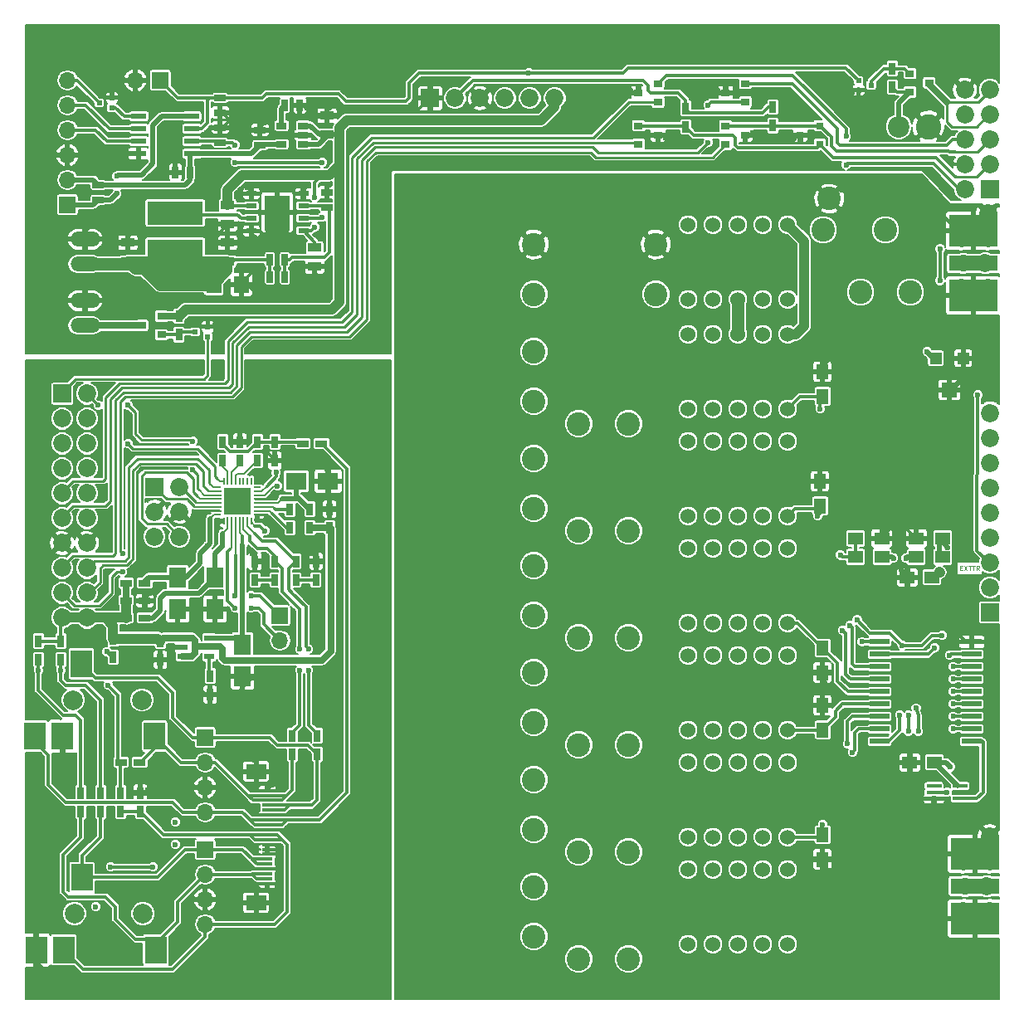
<source format=gbr>
G04 #@! TF.FileFunction,Copper,L1,Top,Signal*
%FSLAX46Y46*%
G04 Gerber Fmt 4.6, Leading zero omitted, Abs format (unit mm)*
G04 Created by KiCad (PCBNEW 4.0.7) date 02/05/18 11:03:02*
%MOMM*%
%LPD*%
G01*
G04 APERTURE LIST*
%ADD10C,0.100000*%
%ADD11C,2.400000*%
%ADD12C,1.524000*%
%ADD13C,5.300000*%
%ADD14R,5.000000X1.600000*%
%ADD15R,5.000000X3.300000*%
%ADD16C,1.850000*%
%ADD17C,1.800000*%
%ADD18R,1.397000X0.889000*%
%ADD19R,0.635000X1.143000*%
%ADD20R,1.143000X0.635000*%
%ADD21R,1.600000X1.800000*%
%ADD22R,5.700000X2.400000*%
%ADD23R,1.050000X0.600000*%
%ADD24C,0.500000*%
%ADD25R,1.100000X0.510000*%
%ADD26R,2.600000X3.500000*%
%ADD27C,2.500000*%
%ADD28R,1.200000X0.750000*%
%ADD29R,0.750000X1.200000*%
%ADD30R,1.800860X2.148840*%
%ADD31R,2.148840X1.800860*%
%ADD32R,2.200000X2.800000*%
%ADD33C,2.000000*%
%ADD34R,1.700000X1.700000*%
%ADD35O,1.700000X1.700000*%
%ADD36R,1.100000X0.300000*%
%ADD37R,2.000000X1.500000*%
%ADD38O,3.014980X1.506220*%
%ADD39R,0.599440X0.500380*%
%ADD40O,0.200000X0.750000*%
%ADD41R,0.200000X0.800000*%
%ADD42O,0.750000X0.200000*%
%ADD43R,0.800000X0.200000*%
%ADD44R,1.325000X1.325000*%
%ADD45C,1.700000*%
%ADD46R,1.060000X0.650000*%
%ADD47R,1.550000X0.600000*%
%ADD48R,1.850000X1.850000*%
%ADD49R,0.900000X0.800000*%
%ADD50R,1.500000X0.400000*%
%ADD51R,1.250000X1.500000*%
%ADD52R,1.500000X1.250000*%
%ADD53R,1.500000X1.300000*%
%ADD54R,0.800100X0.800100*%
%ADD55C,2.600000*%
%ADD56C,2.200000*%
%ADD57R,1.200000X1.200000*%
%ADD58R,1.600000X1.500000*%
%ADD59R,2.000000X0.600000*%
%ADD60C,0.600000*%
%ADD61C,0.300000*%
%ADD62C,0.500000*%
%ADD63C,1.000000*%
%ADD64C,0.350000*%
%ADD65C,0.200000*%
%ADD66C,0.700000*%
%ADD67C,1.250000*%
%ADD68C,0.250000*%
%ADD69C,0.152400*%
G04 APERTURE END LIST*
D10*
X95647811Y-55722286D02*
X95814477Y-55722286D01*
X95885906Y-55984190D02*
X95647811Y-55984190D01*
X95647811Y-55484190D01*
X95885906Y-55484190D01*
X96052573Y-55484190D02*
X96385906Y-55984190D01*
X96385906Y-55484190D02*
X96052573Y-55984190D01*
X96504953Y-55484190D02*
X96790667Y-55484190D01*
X96647810Y-55984190D02*
X96647810Y-55484190D01*
X96885905Y-55484190D02*
X97171619Y-55484190D01*
X97028762Y-55984190D02*
X97028762Y-55484190D01*
X97624000Y-55984190D02*
X97457333Y-55746095D01*
X97338286Y-55984190D02*
X97338286Y-55484190D01*
X97528762Y-55484190D01*
X97576381Y-55508000D01*
X97600190Y-55531810D01*
X97624000Y-55579429D01*
X97624000Y-55650857D01*
X97600190Y-55698476D01*
X97576381Y-55722286D01*
X97528762Y-55746095D01*
X97338286Y-55746095D01*
D11*
X56746000Y-95636000D03*
X61826000Y-95636000D03*
X56746000Y-41026000D03*
X61826000Y-41026000D03*
X56746000Y-51948000D03*
X61826000Y-51948000D03*
X56746000Y-62870000D03*
X61826000Y-62870000D03*
D12*
X78082000Y-20706000D03*
X75542000Y-20706000D03*
X73002000Y-20706000D03*
X70462000Y-20706000D03*
X67922000Y-20706000D03*
X67922000Y-28326000D03*
X70462000Y-28326000D03*
X73002000Y-28326000D03*
X75542000Y-28326000D03*
X78082000Y-28326000D03*
D13*
X20000000Y-3000000D03*
X20000000Y-97000000D03*
X97000000Y-97000000D03*
X97000000Y-3000000D03*
D14*
X97200000Y-88200000D03*
D15*
X97200000Y-91500000D03*
X97200000Y-84900000D03*
D16*
X98415000Y-88200000D03*
X98700000Y-85660000D03*
X98700000Y-90740000D03*
X96005000Y-90740000D03*
X96005000Y-85660000D03*
D17*
X96160000Y-88200000D03*
D16*
X98700000Y-83120000D03*
D14*
X97030000Y-24650000D03*
D15*
X97030000Y-27950000D03*
X97030000Y-21350000D03*
D16*
X98245000Y-24650000D03*
X98530000Y-22110000D03*
X98530000Y-27190000D03*
X95835000Y-27190000D03*
X95835000Y-22110000D03*
D17*
X95990000Y-24650000D03*
D16*
X98530000Y-19570000D03*
D18*
X31092000Y-11498500D03*
X31092000Y-9593500D03*
D19*
X26774000Y-8514000D03*
X28298000Y-8514000D03*
D18*
X20932000Y-18737500D03*
X20932000Y-20642500D03*
D20*
X24234000Y-12578000D03*
X24234000Y-11054000D03*
D18*
X29822000Y-23055500D03*
X29822000Y-24960500D03*
D19*
X15598000Y-15372000D03*
X17122000Y-15372000D03*
X25250000Y-24262000D03*
X26774000Y-24262000D03*
D18*
X20932000Y-24452500D03*
X20932000Y-22547500D03*
X10772000Y-24452500D03*
X10772000Y-22547500D03*
D21*
X19532000Y-26802000D03*
X22332000Y-26802000D03*
D22*
X15598000Y-23418000D03*
X15598000Y-19518000D03*
D20*
X7724000Y-16642000D03*
X7724000Y-18166000D03*
X20170000Y-7752000D03*
X20170000Y-9276000D03*
X20170000Y-12324000D03*
X20170000Y-10800000D03*
D19*
X25250000Y-26040000D03*
X26774000Y-26040000D03*
D20*
X31092000Y-18928000D03*
X31092000Y-17404000D03*
D23*
X16360000Y-62870000D03*
X16360000Y-63820000D03*
X16360000Y-64770000D03*
X19060000Y-64770000D03*
X19060000Y-62870000D03*
D24*
X26012000Y-18236000D03*
D25*
X23362000Y-21341000D03*
X28662000Y-21341000D03*
X23362000Y-20071000D03*
X28662000Y-20071000D03*
X23362000Y-18801000D03*
X28662000Y-18801000D03*
X23362000Y-17531000D03*
X28662000Y-17531000D03*
D26*
X26012000Y-19436000D03*
D27*
X26012000Y-21236000D03*
D24*
X26012000Y-19236000D03*
D28*
X10584000Y-59060000D03*
X12484000Y-59060000D03*
D29*
X14074000Y-63190000D03*
X14074000Y-65090000D03*
D30*
X15852000Y-59923600D03*
X15852000Y-56672400D03*
D29*
X19154000Y-66746000D03*
X19154000Y-68646000D03*
D30*
X19662000Y-59923600D03*
X19662000Y-56672400D03*
D29*
X22202000Y-42870000D03*
X22202000Y-44770000D03*
D30*
X22456000Y-66781600D03*
X22456000Y-63530400D03*
D29*
X27282000Y-49728000D03*
X27282000Y-51628000D03*
X31346000Y-51628000D03*
X31346000Y-49728000D03*
D31*
X31193600Y-46868000D03*
X27942400Y-46868000D03*
D29*
X20424000Y-44770000D03*
X20424000Y-42870000D03*
X25758000Y-55062000D03*
X25758000Y-56962000D03*
X25758000Y-42870000D03*
X25758000Y-44770000D03*
X27917000Y-55062000D03*
X27917000Y-56962000D03*
D28*
X12484000Y-57282000D03*
X10584000Y-57282000D03*
X12484000Y-60838000D03*
X10584000Y-60838000D03*
D29*
X29314000Y-51628000D03*
X29314000Y-49728000D03*
X5946000Y-78684000D03*
X5946000Y-80584000D03*
X7978000Y-78684000D03*
X7978000Y-80584000D03*
D28*
X28618000Y-43058000D03*
X30518000Y-43058000D03*
D29*
X30076000Y-72842000D03*
X30076000Y-74742000D03*
X27536000Y-74742000D03*
X27536000Y-72842000D03*
X10010000Y-80584000D03*
X10010000Y-78684000D03*
D28*
X11976000Y-75570000D03*
X10076000Y-75570000D03*
D32*
X13600000Y-94700000D03*
X6100000Y-87300000D03*
X4200000Y-94700000D03*
D33*
X5300000Y-91000000D03*
D32*
X1400000Y-94700000D03*
D33*
X12300000Y-91000000D03*
D32*
X13500000Y-72900000D03*
X6000000Y-65500000D03*
X4100000Y-72900000D03*
D33*
X5200000Y-69200000D03*
D32*
X1300000Y-72900000D03*
D33*
X12200000Y-69200000D03*
D34*
X26266000Y-60584000D03*
D35*
X26266000Y-63124000D03*
D36*
X24996000Y-87440000D03*
X24996000Y-86940000D03*
X24996000Y-86440000D03*
X24996000Y-85940000D03*
X24996000Y-85440000D03*
X24996000Y-84940000D03*
X24996000Y-84440000D03*
X24996000Y-83940000D03*
X24996000Y-83440000D03*
X24996000Y-82940000D03*
X24996000Y-82440000D03*
X24996000Y-81940000D03*
X24996000Y-81440000D03*
X24996000Y-87940000D03*
X24996000Y-78440000D03*
X24996000Y-78940000D03*
X24996000Y-79440000D03*
X24996000Y-79940000D03*
X24996000Y-80440000D03*
X24996000Y-80940000D03*
D37*
X23846000Y-76490000D03*
X23846000Y-89890000D03*
D34*
X18646000Y-84460000D03*
D35*
X18646000Y-87000000D03*
X18646000Y-89540000D03*
X18646000Y-92080000D03*
D34*
X18646000Y-73030000D03*
D35*
X18646000Y-75570000D03*
X18646000Y-78110000D03*
X18646000Y-80650000D03*
D34*
X14074000Y-5974000D03*
D35*
X11534000Y-5974000D03*
D34*
X4592180Y-18671460D03*
D35*
X4592180Y-16131460D03*
X4592180Y-13591460D03*
X4592180Y-11051460D03*
X4592180Y-8511460D03*
X4592180Y-5971460D03*
D38*
X6390000Y-24720000D03*
X6390000Y-22180000D03*
D39*
X9136240Y-8760380D03*
X9136240Y-7759620D03*
X7835760Y-8260000D03*
D29*
X23980000Y-42870000D03*
X23980000Y-44770000D03*
X23726000Y-56962000D03*
X23726000Y-55062000D03*
X29949000Y-56962000D03*
X29949000Y-55062000D03*
X12042000Y-78684000D03*
X12042000Y-80584000D03*
D40*
X23348000Y-46875000D03*
D41*
X22948000Y-46900000D03*
X22548000Y-46900000D03*
X22148000Y-46900000D03*
X21748000Y-46900000D03*
X21348000Y-46900000D03*
X20948000Y-46900000D03*
D40*
X20548000Y-46875000D03*
D42*
X19923000Y-47500000D03*
D43*
X19948000Y-47900000D03*
X19948000Y-48300000D03*
X19948000Y-48700000D03*
X19948000Y-49100000D03*
X19948000Y-49500000D03*
X19948000Y-49900000D03*
D42*
X19923000Y-50300000D03*
D40*
X20548000Y-50925000D03*
D41*
X20948000Y-50900000D03*
X21348000Y-50900000D03*
X21748000Y-50900000D03*
X22148000Y-50900000D03*
X22548000Y-50900000D03*
X22948000Y-50900000D03*
D40*
X23348000Y-50925000D03*
D42*
X23973000Y-50300000D03*
D43*
X23948000Y-49900000D03*
X23948000Y-49500000D03*
X23948000Y-49100000D03*
X23948000Y-48700000D03*
X23948000Y-48300000D03*
X23948000Y-47900000D03*
D42*
X23973000Y-47500000D03*
D44*
X21285500Y-49562500D03*
X22610500Y-49562500D03*
X21285500Y-48237500D03*
X22610500Y-48237500D03*
D45*
X21948000Y-48900000D03*
D46*
X28636000Y-12512000D03*
X28636000Y-11562000D03*
X28636000Y-10612000D03*
X26436000Y-10612000D03*
X26436000Y-12512000D03*
D47*
X17282000Y-13467000D03*
X17282000Y-12197000D03*
X17282000Y-10927000D03*
X17282000Y-9657000D03*
X11882000Y-9657000D03*
X11882000Y-10927000D03*
X11882000Y-12197000D03*
X11882000Y-13467000D03*
D48*
X4041000Y-37952600D03*
D16*
X6581000Y-37952600D03*
X4041000Y-40492600D03*
X6581000Y-40492600D03*
X4041000Y-43032600D03*
X6581000Y-43032600D03*
X4041000Y-45572600D03*
X6581000Y-45572600D03*
X4041000Y-48112600D03*
X6581000Y-48112600D03*
X4041000Y-50652600D03*
X6581000Y-50652600D03*
X4041000Y-53192600D03*
X6581000Y-53192600D03*
X4041000Y-55732600D03*
X6581000Y-55732600D03*
X4041000Y-58272600D03*
X6581000Y-58272600D03*
X4041000Y-60812600D03*
X6581000Y-60812600D03*
D48*
X41607600Y-7802800D03*
D16*
X44147600Y-7802800D03*
X46687600Y-7802800D03*
X49227600Y-7802800D03*
X51767600Y-7802800D03*
X54307600Y-7802800D03*
D48*
X13489800Y-47452200D03*
D16*
X16029800Y-47452200D03*
X13489800Y-49992200D03*
X16029800Y-49992200D03*
X13489800Y-52532200D03*
X16029800Y-52532200D03*
D49*
X64858000Y-8194000D03*
X64858000Y-6294000D03*
X62858000Y-7244000D03*
X73748000Y-8194000D03*
X73748000Y-6294000D03*
X71748000Y-7244000D03*
X62858000Y-10612000D03*
X62858000Y-12512000D03*
X64858000Y-11562000D03*
X71748000Y-10612000D03*
X71748000Y-12512000D03*
X73748000Y-11562000D03*
D29*
X67668000Y-8834000D03*
X67668000Y-10734000D03*
X76558000Y-8707000D03*
X76558000Y-10607000D03*
X88750000Y-6670000D03*
X88750000Y-4770000D03*
D12*
X78082000Y-31882000D03*
X75542000Y-31882000D03*
X73002000Y-31882000D03*
X70462000Y-31882000D03*
X67922000Y-31882000D03*
X67922000Y-39502000D03*
X70462000Y-39502000D03*
X73002000Y-39502000D03*
X75542000Y-39502000D03*
X78082000Y-39502000D03*
X78082000Y-42804000D03*
X75542000Y-42804000D03*
X73002000Y-42804000D03*
X70462000Y-42804000D03*
X67922000Y-42804000D03*
X67922000Y-50424000D03*
X70462000Y-50424000D03*
X73002000Y-50424000D03*
X75542000Y-50424000D03*
X78082000Y-50424000D03*
X78082000Y-64648000D03*
X75542000Y-64648000D03*
X73002000Y-64648000D03*
X70462000Y-64648000D03*
X67922000Y-64648000D03*
X67922000Y-72268000D03*
X70462000Y-72268000D03*
X73002000Y-72268000D03*
X75542000Y-72268000D03*
X78082000Y-72268000D03*
X78082000Y-75570000D03*
X75542000Y-75570000D03*
X73002000Y-75570000D03*
X70462000Y-75570000D03*
X67922000Y-75570000D03*
X67922000Y-83190000D03*
X70462000Y-83190000D03*
X73002000Y-83190000D03*
X75542000Y-83190000D03*
X78082000Y-83190000D03*
X78082000Y-86492000D03*
X75542000Y-86492000D03*
X73002000Y-86492000D03*
X70462000Y-86492000D03*
X67922000Y-86492000D03*
X67922000Y-94112000D03*
X70462000Y-94112000D03*
X73002000Y-94112000D03*
X75542000Y-94112000D03*
X78082000Y-94112000D03*
D11*
X64620000Y-27818000D03*
X64620000Y-22738000D03*
X56746000Y-73792000D03*
X61826000Y-73792000D03*
X56746000Y-84714000D03*
X61826000Y-84714000D03*
X52174000Y-27818000D03*
X52174000Y-22738000D03*
X52174000Y-38740000D03*
X52174000Y-33660000D03*
X52174000Y-49662000D03*
X52174000Y-44582000D03*
X52174000Y-60584000D03*
X52174000Y-55504000D03*
X52174000Y-71506000D03*
X52174000Y-66426000D03*
X52174000Y-82428000D03*
X52174000Y-77348000D03*
X52174000Y-93350000D03*
X52174000Y-88270000D03*
D16*
X98700000Y-6950000D03*
X96160000Y-6950000D03*
X96160000Y-9490000D03*
X98700000Y-9490000D03*
X98700000Y-9490000D03*
X96160000Y-9490000D03*
X96160000Y-9490000D03*
X98700000Y-9490000D03*
D48*
X98700000Y-17110000D03*
D16*
X96160000Y-17110000D03*
X98700000Y-14570000D03*
X96160000Y-14570000D03*
X98700000Y-12030000D03*
X96160000Y-12030000D03*
X98700000Y-9490000D03*
X96160000Y-9490000D03*
D49*
X90528000Y-5278000D03*
X92528000Y-6228000D03*
X90528000Y-7178000D03*
D50*
X93008000Y-77968000D03*
X93008000Y-78618000D03*
X93008000Y-79268000D03*
X95668000Y-79268000D03*
X95668000Y-77968000D03*
D51*
X81638000Y-38212000D03*
X81638000Y-35712000D03*
X81384000Y-49388000D03*
X81384000Y-46888000D03*
X81638000Y-63906000D03*
X81638000Y-66406000D03*
X81638000Y-72248000D03*
X81638000Y-69748000D03*
X81638000Y-82956000D03*
X81638000Y-85456000D03*
D52*
X92790000Y-56690000D03*
X90290000Y-56690000D03*
X93048000Y-75570000D03*
X90548000Y-75570000D03*
D53*
X84987000Y-52710000D03*
X87687000Y-52710000D03*
X87687000Y-54615000D03*
X84987000Y-54615000D03*
X93910000Y-52710000D03*
X91210000Y-52710000D03*
X91210000Y-54615000D03*
X93910000Y-54615000D03*
D48*
X98740000Y-60280000D03*
D16*
X98740000Y-57740000D03*
X98740000Y-55200000D03*
X98740000Y-52660000D03*
X98740000Y-50120000D03*
X98740000Y-47580000D03*
X98740000Y-45040000D03*
X98740000Y-42500000D03*
X98740000Y-39960000D03*
D54*
X81368760Y-12512000D03*
X81368760Y-10612000D03*
X79369780Y-11562000D03*
D55*
X92450000Y-10700000D03*
D56*
X89400000Y-10700000D03*
D57*
X95992000Y-34326000D03*
X93192000Y-34326000D03*
D58*
X94592000Y-37566000D03*
D59*
X96860000Y-73430000D03*
X96860000Y-72160000D03*
X96860000Y-70890000D03*
X96860000Y-69620000D03*
X96860000Y-68350000D03*
X96860000Y-67080000D03*
X96860000Y-65810000D03*
X96860000Y-64540000D03*
X96860000Y-63270000D03*
X87460000Y-63270000D03*
X87460000Y-64540000D03*
X87460000Y-65810000D03*
X87460000Y-67080000D03*
X87460000Y-68350000D03*
X87460000Y-69620000D03*
X87460000Y-70890000D03*
X87460000Y-72160000D03*
X87460000Y-73430000D03*
D29*
X9248000Y-64836000D03*
X9248000Y-62936000D03*
X3914000Y-65090000D03*
X3914000Y-63190000D03*
X1628000Y-65090000D03*
X1628000Y-63190000D03*
D38*
X6390000Y-30993000D03*
X6390000Y-28453000D03*
D39*
X85305760Y-5981620D03*
X85305760Y-6982380D03*
X86606240Y-6482000D03*
D49*
X14201000Y-31943000D03*
X12201000Y-30993000D03*
X14201000Y-30043000D03*
D39*
X18915240Y-32128380D03*
X18915240Y-31127620D03*
X17614760Y-31628000D03*
D29*
X15979000Y-30043000D03*
X15979000Y-31943000D03*
D11*
X90580000Y-27580000D03*
X85500000Y-27580000D03*
X88040000Y-21230000D03*
X81690000Y-21230000D03*
X82325000Y-18055000D03*
D12*
X78082000Y-53726000D03*
X75542000Y-53726000D03*
X73002000Y-53726000D03*
X70462000Y-53726000D03*
X67922000Y-53726000D03*
X67922000Y-61346000D03*
X70462000Y-61346000D03*
X73002000Y-61346000D03*
X75542000Y-61346000D03*
X78082000Y-61346000D03*
D60*
X8994000Y-86238000D03*
X13312000Y-86238000D03*
X15598000Y-83952000D03*
X15598000Y-81666000D03*
X7470000Y-90302000D03*
X93550000Y-56130000D03*
X85690000Y-63250000D03*
X94680000Y-76010000D03*
X95608000Y-62616000D03*
X93322000Y-70998000D03*
X93322000Y-66172000D03*
X83924000Y-58044000D03*
X90528000Y-69474000D03*
X90528000Y-66426000D03*
X90528000Y-62870000D03*
X88810000Y-58110000D03*
X86718000Y-60584000D03*
X81638000Y-61600000D03*
X53444000Y-90810000D03*
X48364000Y-90810000D03*
X43030000Y-90810000D03*
X53444000Y-79888000D03*
X48364000Y-79888000D03*
X43030000Y-79888000D03*
X53444000Y-68966000D03*
X48364000Y-68966000D03*
X43030000Y-68966000D03*
X53444000Y-58044000D03*
X48364000Y-58044000D03*
X43030000Y-58044000D03*
X53444000Y-47122000D03*
X48364000Y-47122000D03*
X43030000Y-47122000D03*
X53444000Y-36200000D03*
X48364000Y-36200000D03*
X43030000Y-36200000D03*
X74272000Y-36962000D03*
X70462000Y-36962000D03*
X64874000Y-36962000D03*
X59032000Y-36200000D03*
X74272000Y-47884000D03*
X70462000Y-47884000D03*
X64874000Y-47884000D03*
X59032000Y-46868000D03*
X74272000Y-58806000D03*
X70462000Y-58806000D03*
X64874000Y-58806000D03*
X59032000Y-57790000D03*
X74272000Y-69728000D03*
X70208000Y-69728000D03*
X64874000Y-69728000D03*
X59032000Y-68712000D03*
X74272000Y-80650000D03*
X70462000Y-80650000D03*
X64874000Y-80650000D03*
X59032000Y-79888000D03*
X74272000Y-91318000D03*
X69954000Y-91318000D03*
X64874000Y-91318000D03*
X59032000Y-90556000D03*
X83670000Y-17150000D03*
X91290000Y-17150000D03*
X76050000Y-17150000D03*
X68430000Y-17150000D03*
X60810000Y-17150000D03*
X53190000Y-17150000D03*
X45570000Y-17150000D03*
X40490000Y-17150000D03*
X40490000Y-24770000D03*
X98148000Y-30358000D03*
X98148000Y-35184000D03*
X95862000Y-36454000D03*
X54714000Y-95890000D03*
X49126000Y-95890000D03*
X43030000Y-95890000D03*
X65890000Y-86492000D03*
X61318000Y-86492000D03*
X53190000Y-86492000D03*
X45570000Y-86492000D03*
X65890000Y-75570000D03*
X61064000Y-75570000D03*
X53190000Y-75570000D03*
X45570000Y-75570000D03*
X65890000Y-64648000D03*
X61064000Y-64648000D03*
X53190000Y-64648000D03*
X45570000Y-64648000D03*
X65890000Y-53726000D03*
X61064000Y-53726000D03*
X53190000Y-53726000D03*
X45570000Y-53726000D03*
X65890000Y-42804000D03*
X61064000Y-42804000D03*
X53190000Y-42804000D03*
X45570000Y-42804000D03*
X65890000Y-31882000D03*
X60810000Y-31882000D03*
X53190000Y-31882000D03*
X45570000Y-31882000D03*
X56746000Y-37216000D03*
X56746000Y-48138000D03*
X56746000Y-59060000D03*
X56746000Y-69982000D03*
X56746000Y-80904000D03*
X56746000Y-91826000D03*
X50015000Y-20960000D03*
X44300000Y-20960000D03*
X44300000Y-28580000D03*
X50015000Y-28580000D03*
X74272000Y-25532000D03*
X76812000Y-29850000D03*
X76812000Y-41026000D03*
X76812000Y-51948000D03*
X76812000Y-62870000D03*
X76812000Y-73792000D03*
X77574000Y-70236000D03*
X76812000Y-84714000D03*
X77574000Y-81158000D03*
X77574000Y-48392000D03*
X77574000Y-37470000D03*
X77574000Y-59314000D03*
X80368000Y-53472000D03*
X69065000Y-22230000D03*
X69065000Y-26040000D03*
X66525000Y-26040000D03*
X60810000Y-26040000D03*
X57000000Y-26040000D03*
X57000000Y-22865000D03*
X60810000Y-22865000D03*
X40490000Y-32390000D03*
X40490000Y-40010000D03*
X40490000Y-47630000D03*
X40490000Y-55250000D03*
X40490000Y-62870000D03*
X80622000Y-43312000D03*
X96370000Y-40772000D03*
X96116000Y-43820000D03*
X95608000Y-48646000D03*
X83416000Y-72014000D03*
X83924000Y-70490000D03*
X82273000Y-86619000D03*
X82150000Y-67970000D03*
X79098000Y-70236000D03*
X83924000Y-34676000D03*
X82400000Y-34422000D03*
X82908000Y-46868000D03*
X77574000Y-92080000D03*
X86591000Y-51186000D03*
X89639000Y-55885000D03*
X88369000Y-51694000D03*
X90147000Y-51694000D03*
X75034000Y-17912000D03*
X90570000Y-76900000D03*
X93000000Y-79890000D03*
X95354000Y-38994000D03*
X91290000Y-34676000D03*
X89512000Y-40010000D03*
X95100000Y-31374000D03*
X87480000Y-80650000D03*
X87480000Y-85730000D03*
X87480000Y-92080000D03*
X83670000Y-94620000D03*
X83670000Y-89540000D03*
X83670000Y-83190000D03*
X84940000Y-75570000D03*
X83670000Y-79380000D03*
X91290000Y-93350000D03*
X98910000Y-65410000D03*
X98910000Y-73030000D03*
X98910000Y-80650000D03*
X91290000Y-80650000D03*
X91290000Y-88270000D03*
X91290000Y-98430000D03*
X83670000Y-98430000D03*
X76050000Y-98430000D03*
X68430000Y-98430000D03*
X60810000Y-98430000D03*
X40490000Y-70490000D03*
X53190000Y-98430000D03*
X40490000Y-78110000D03*
X40490000Y-85730000D03*
X40490000Y-93350000D03*
X40490000Y-98430000D03*
X45570000Y-98430000D03*
X95862000Y-58298000D03*
X29822000Y-20960000D03*
X29822000Y-17912000D03*
X7724000Y-39121000D03*
X10772000Y-39121000D03*
X17376000Y-42804000D03*
X17376000Y-45725000D03*
X8740000Y-67696000D03*
X8613000Y-64267000D03*
X3914000Y-66172000D03*
X9629000Y-15753000D03*
X9629000Y-17531000D03*
X30584000Y-14356000D03*
X30584000Y-19944000D03*
X21694000Y-12578000D03*
X21694000Y-14356000D03*
X22456000Y-53472000D03*
X18900000Y-53472000D03*
X20424000Y-53472000D03*
X24742000Y-51948000D03*
X26012000Y-47376000D03*
X25885000Y-45979000D03*
X27790000Y-48646000D03*
X28298000Y-66172000D03*
X28298000Y-64013000D03*
X29187000Y-66172000D03*
X29187000Y-64013000D03*
X21694000Y-58552000D03*
X23345000Y-58552000D03*
X21694000Y-59822000D03*
X23345000Y-59822000D03*
X69954000Y-12324000D03*
X69954000Y-8514000D03*
X10200500Y-54297500D03*
X10200500Y-56139000D03*
X51666000Y-5212000D03*
X84051000Y-11689000D03*
X84051000Y-14610000D03*
X84432000Y-61600000D03*
X81384000Y-39502000D03*
X83670000Y-62108000D03*
X81130000Y-50424000D03*
X93830000Y-62616000D03*
X85160000Y-61040000D03*
X89512000Y-70744000D03*
X89766000Y-63632000D03*
X81638000Y-81920000D03*
X84178000Y-73665000D03*
X84686000Y-74554000D03*
X90401000Y-70744000D03*
X90401000Y-72395000D03*
X97487600Y-38079600D03*
X93626800Y-23195200D03*
X93620000Y-26390000D03*
X91187000Y-70032000D03*
X91417000Y-72395000D03*
X94338000Y-78618000D03*
X94973000Y-65791000D03*
X94973000Y-67061000D03*
X94973000Y-68331000D03*
X94973000Y-69601000D03*
X94973000Y-70871000D03*
X94973000Y-72141000D03*
X83460000Y-54410000D03*
X88877000Y-54742000D03*
X94370000Y-53670000D03*
X90147000Y-54742000D03*
X92306000Y-33660000D03*
X8486000Y-37216000D03*
X4168000Y-77348000D03*
X2390000Y-92334000D03*
X2390000Y-89540000D03*
X2390000Y-84460000D03*
X2390000Y-79380000D03*
X14582000Y-35438000D03*
X9756000Y-35438000D03*
X4676000Y-35438000D03*
X19916000Y-35438000D03*
X22964000Y-36708000D03*
X26520000Y-36708000D03*
X31854000Y-36708000D03*
X1120000Y-60838000D03*
X1120000Y-55758000D03*
X1120000Y-50678000D03*
X1120000Y-45598000D03*
X1120000Y-40518000D03*
X1120000Y-35438000D03*
X34140000Y-38994000D03*
X29060000Y-38994000D03*
X23980000Y-38994000D03*
X12169000Y-38994000D03*
X17249000Y-38994000D03*
X23980000Y-98430000D03*
X29060000Y-98430000D03*
X34140000Y-98430000D03*
X28298000Y-44328000D03*
X24996000Y-43947000D03*
X8740000Y-50170000D03*
X8232000Y-48138000D03*
X8994000Y-59568000D03*
X8232000Y-58044000D03*
X24234000Y-63378000D03*
X15852000Y-61346000D03*
X17884000Y-57028000D03*
X24996000Y-41534000D03*
X31092000Y-45598000D03*
X30584000Y-44328000D03*
X31346000Y-48900000D03*
X29568000Y-48392000D03*
X32362000Y-57536000D03*
X32362000Y-52456000D03*
X27536000Y-53218000D03*
X30330000Y-53218000D03*
X30330000Y-58806000D03*
X30330000Y-63886000D03*
X23726000Y-66934000D03*
X24996000Y-68712000D03*
X21694000Y-68712000D03*
X23726000Y-75316000D03*
X24742000Y-73792000D03*
X20424000Y-74300000D03*
X19154000Y-43820000D03*
X12042000Y-51694000D03*
X10772000Y-44328000D03*
X18900000Y-41534000D03*
X16106000Y-41534000D03*
X22202000Y-42042000D03*
X10772000Y-41534000D03*
X12550000Y-41534000D03*
X13058000Y-58298000D03*
X17122000Y-54488000D03*
X12296000Y-54488000D03*
X16614000Y-69982000D03*
X16106000Y-73538000D03*
X2136000Y-96652000D03*
X15852000Y-98176000D03*
X11280000Y-98176000D03*
X6200000Y-98176000D03*
X8740000Y-70744000D03*
X8740000Y-77348000D03*
X10518000Y-82682000D03*
X6962000Y-82682000D03*
X3152000Y-68204000D03*
X1628000Y-70236000D03*
X6962000Y-77348000D03*
X6962000Y-70744000D03*
X10264000Y-67696000D03*
X10518000Y-70744000D03*
X14074000Y-70236000D03*
X27282000Y-71506000D03*
X23726000Y-71506000D03*
X18900000Y-70998000D03*
X16614000Y-65918000D03*
X26266000Y-66426000D03*
X27282000Y-67950000D03*
X29060000Y-95636000D03*
X23980000Y-95636000D03*
X23980000Y-93096000D03*
X31600000Y-93096000D03*
X31600000Y-88016000D03*
X31600000Y-82682000D03*
X29060000Y-85476000D03*
X29060000Y-90556000D03*
X28298000Y-41534000D03*
X32870000Y-43312000D03*
X34140000Y-49408000D03*
X34140000Y-54996000D03*
X34140000Y-60076000D03*
X34140000Y-65156000D03*
X34140000Y-70236000D03*
X34140000Y-75316000D03*
X34140000Y-80396000D03*
X34140000Y-85476000D03*
X34140000Y-95636000D03*
X34140000Y-90556000D03*
X31600000Y-67950000D03*
X31600000Y-73030000D03*
X31600000Y-78110000D03*
X32362000Y-62616000D03*
X28806000Y-79126000D03*
X28806000Y-74808000D03*
X28044000Y-80650000D03*
X28806000Y-72776000D03*
X25504000Y-77856000D03*
X26520000Y-76332000D03*
X27028000Y-82682000D03*
X17884000Y-50233500D03*
X24107000Y-46233000D03*
X25504000Y-48392000D03*
X29568000Y-54234000D03*
X23472000Y-54234000D03*
X19916000Y-51440000D03*
X24996000Y-50678000D03*
X19662000Y-61346000D03*
X18392000Y-68458000D03*
X15344000Y-63886000D03*
X13312000Y-65156000D03*
X4168000Y-74808000D03*
X26266000Y-86492000D03*
X26266000Y-84460000D03*
X12804000Y-78364000D03*
X23980000Y-91064000D03*
X26012000Y-88016000D03*
X10264000Y-65156000D03*
X2644000Y-64140000D03*
X23726000Y-25278000D03*
X2898000Y-33025000D03*
X1120000Y-31247000D03*
X1120000Y-26167000D03*
X1120000Y-21087000D03*
X1120000Y-16007000D03*
X1120000Y-10927000D03*
X1120000Y-5847000D03*
X17249000Y-33025000D03*
X12169000Y-33025000D03*
X7089000Y-33025000D03*
X23599000Y-33025000D03*
X51920000Y-14610000D03*
X48110000Y-14610000D03*
X44300000Y-14610000D03*
X40490000Y-14610000D03*
X55730000Y-14610000D03*
X59540000Y-14610000D03*
X63350000Y-14610000D03*
X67160000Y-14610000D03*
X36045000Y-27310000D03*
X36045000Y-23500000D03*
X36045000Y-19690000D03*
X36045000Y-15880000D03*
X37315000Y-14610000D03*
X34775000Y-32390000D03*
X30965000Y-33025000D03*
X27155000Y-33025000D03*
X19916000Y-33025000D03*
X1120000Y-1656000D03*
X3025000Y-3561000D03*
X8105000Y-3561000D03*
X13185000Y-3561000D03*
X25758000Y-3561000D03*
X30838000Y-3561000D03*
X35918000Y-3561000D03*
X40998000Y-3561000D03*
X46078000Y-3561000D03*
X51158000Y-3561000D03*
X56238000Y-3561000D03*
X61318000Y-3561000D03*
X66398000Y-3561000D03*
X71478000Y-3561000D03*
X76558000Y-3561000D03*
X81638000Y-3561000D03*
X86718000Y-3561000D03*
X91798000Y-3561000D03*
X34648000Y-8895000D03*
X11788000Y-17785000D03*
X7851000Y-19944000D03*
X15725000Y-28326000D03*
X10899000Y-26802000D03*
X26901000Y-28199000D03*
X30330000Y-27945000D03*
X34140000Y-11562000D03*
X38204000Y-11054000D03*
X42268000Y-11054000D03*
X33505000Y-12959000D03*
X19662000Y-30993000D03*
X22202000Y-30485000D03*
X31346000Y-16642000D03*
X84686000Y-7244000D03*
X86464000Y-11562000D03*
X80368000Y-5720000D03*
X70208000Y-13086000D03*
X94465000Y-13975000D03*
X93195000Y-15880000D03*
X70970000Y-14610000D03*
X74780000Y-14610000D03*
X31346000Y-8768000D03*
X61318000Y-11054000D03*
X57508000Y-11054000D03*
X53698000Y-11054000D03*
X49888000Y-11054000D03*
X46078000Y-11054000D03*
X82400000Y-14610000D03*
X78590000Y-14610000D03*
X65636000Y-11816000D03*
X66144000Y-9530000D03*
X78717000Y-11943000D03*
X78844000Y-9276000D03*
X62080000Y-6990000D03*
X70970000Y-6990000D03*
X74526000Y-11308000D03*
X30330000Y-26040000D03*
X30584000Y-21722000D03*
X14582000Y-15372000D03*
X18392000Y-15372000D03*
X24742000Y-10292000D03*
X21186000Y-10038000D03*
X29060000Y-8768000D03*
X27536000Y-11562000D03*
X10264000Y-13848000D03*
X8994000Y-6990000D03*
X11280000Y-21468000D03*
X22202000Y-22484000D03*
X23726000Y-27564000D03*
X19916000Y-21722000D03*
X23726000Y-21976000D03*
X22964000Y-16896000D03*
X28806000Y-16896000D03*
X1628000Y-66172000D03*
X10772000Y-43058000D03*
X94592000Y-64648000D03*
X93068000Y-63886000D03*
D61*
X8994000Y-86238000D02*
X13312000Y-86238000D01*
D62*
X93550000Y-56130000D02*
X93350000Y-56130000D01*
X93350000Y-56130000D02*
X92790000Y-56690000D01*
D63*
X93550000Y-56130000D02*
X93600000Y-56180000D01*
D62*
X78229000Y-42951000D02*
X78082000Y-42804000D01*
D63*
X78082000Y-31882000D02*
X78928000Y-31882000D01*
X79770000Y-22394000D02*
X78082000Y-20706000D01*
X79770000Y-31040000D02*
X79770000Y-22394000D01*
X78928000Y-31882000D02*
X79770000Y-31040000D01*
D64*
X87460000Y-63270000D02*
X85710000Y-63270000D01*
X85710000Y-63270000D02*
X85690000Y-63250000D01*
D62*
X94240000Y-75570000D02*
X93048000Y-75570000D01*
X94240000Y-75570000D02*
X94680000Y-76010000D01*
D65*
X95668000Y-77968000D02*
X95446000Y-77968000D01*
D62*
X95446000Y-77968000D02*
X93048000Y-75570000D01*
D64*
X93322000Y-66172000D02*
X93322000Y-70998000D01*
X95608000Y-62616000D02*
X95608000Y-58552000D01*
X96262000Y-63270000D02*
X95608000Y-62616000D01*
X95608000Y-58552000D02*
X95862000Y-58298000D01*
X96860000Y-63270000D02*
X96262000Y-63270000D01*
D61*
X90528000Y-66426000D02*
X90528000Y-69474000D01*
X90308000Y-59558000D02*
X90528000Y-62870000D01*
X88810000Y-58110000D02*
X90308000Y-59558000D01*
X83924000Y-58044000D02*
X81638000Y-60330000D01*
X86718000Y-60584000D02*
X84178000Y-58044000D01*
X84178000Y-58044000D02*
X83924000Y-58044000D01*
X81638000Y-60330000D02*
X81638000Y-61600000D01*
X53444000Y-90810000D02*
X48364000Y-90810000D01*
X53444000Y-79888000D02*
X48364000Y-79888000D01*
X53444000Y-68966000D02*
X48364000Y-68966000D01*
X53444000Y-58044000D02*
X48364000Y-58044000D01*
X53444000Y-47122000D02*
X48364000Y-47122000D01*
X53444000Y-36200000D02*
X48364000Y-36200000D01*
X70462000Y-36962000D02*
X74272000Y-36962000D01*
X59794000Y-36962000D02*
X64874000Y-36962000D01*
X59032000Y-36200000D02*
X59794000Y-36962000D01*
X70462000Y-47884000D02*
X74272000Y-47884000D01*
X60048000Y-47884000D02*
X64874000Y-47884000D01*
X59032000Y-46868000D02*
X60048000Y-47884000D01*
X70462000Y-58806000D02*
X74272000Y-58806000D01*
X60048000Y-58806000D02*
X64874000Y-58806000D01*
X59032000Y-57790000D02*
X60048000Y-58806000D01*
X70208000Y-69728000D02*
X74272000Y-69728000D01*
X60048000Y-69728000D02*
X64874000Y-69728000D01*
X59032000Y-68712000D02*
X60048000Y-69728000D01*
X70462000Y-80650000D02*
X74272000Y-80650000D01*
X59794000Y-80650000D02*
X64874000Y-80650000D01*
X59032000Y-79888000D02*
X59794000Y-80650000D01*
X69954000Y-91318000D02*
X74272000Y-91318000D01*
X59794000Y-91318000D02*
X64874000Y-91318000D01*
X59032000Y-90556000D02*
X59794000Y-91318000D01*
X95490000Y-21350000D02*
X91290000Y-17150000D01*
X68430000Y-17150000D02*
X60810000Y-17150000D01*
X53190000Y-17150000D02*
X45570000Y-17150000D01*
X40490000Y-17150000D02*
X40490000Y-24770000D01*
X98148000Y-35184000D02*
X98148000Y-30358000D01*
D62*
X95992000Y-34326000D02*
X95992000Y-36324000D01*
X95862000Y-36454000D02*
X94750000Y-37566000D01*
X95992000Y-36324000D02*
X95862000Y-36454000D01*
X94592000Y-37566000D02*
X94750000Y-37566000D01*
D61*
X40490000Y-95890000D02*
X43030000Y-95890000D01*
X49126000Y-95890000D02*
X54714000Y-95890000D01*
X61318000Y-86492000D02*
X65890000Y-86492000D01*
X45570000Y-86492000D02*
X53190000Y-86492000D01*
X61064000Y-75570000D02*
X65890000Y-75570000D01*
X45570000Y-75570000D02*
X53190000Y-75570000D01*
X40490000Y-64648000D02*
X45570000Y-64648000D01*
X53190000Y-64648000D02*
X61064000Y-64648000D01*
X40490000Y-53726000D02*
X45570000Y-53726000D01*
X53190000Y-53726000D02*
X61064000Y-53726000D01*
X61064000Y-42804000D02*
X65890000Y-42804000D01*
X45570000Y-42804000D02*
X53190000Y-42804000D01*
X60810000Y-31882000D02*
X65890000Y-31882000D01*
X45570000Y-31882000D02*
X53190000Y-31882000D01*
X50015000Y-20960000D02*
X44300000Y-20960000D01*
X50015000Y-28580000D02*
X44300000Y-28580000D01*
X74272000Y-25532000D02*
X74780000Y-25532000D01*
X76812000Y-27564000D02*
X76812000Y-29850000D01*
X74780000Y-25532000D02*
X76812000Y-27564000D01*
X77574000Y-37470000D02*
X77320000Y-37470000D01*
X77320000Y-37470000D02*
X76812000Y-37978000D01*
X76812000Y-37978000D02*
X76812000Y-41026000D01*
X77574000Y-48392000D02*
X77320000Y-48392000D01*
X76812000Y-48900000D02*
X76812000Y-51948000D01*
X77320000Y-48392000D02*
X76812000Y-48900000D01*
X77574000Y-59314000D02*
X77320000Y-59314000D01*
X76812000Y-59822000D02*
X76812000Y-62870000D01*
X77320000Y-59314000D02*
X76812000Y-59822000D01*
X77574000Y-70236000D02*
X77320000Y-70236000D01*
X77320000Y-70236000D02*
X76812000Y-70744000D01*
X76812000Y-70744000D02*
X76812000Y-73792000D01*
X77574000Y-81158000D02*
X76812000Y-81920000D01*
X76812000Y-81920000D02*
X76812000Y-84714000D01*
X77574000Y-59314000D02*
X77574000Y-58806000D01*
X80368000Y-56012000D02*
X80368000Y-53472000D01*
X77574000Y-58806000D02*
X80368000Y-56012000D01*
X66525000Y-26040000D02*
X69065000Y-26040000D01*
X57000000Y-26040000D02*
X60810000Y-26040000D01*
X60810000Y-22865000D02*
X57000000Y-22865000D01*
X97030000Y-21350000D02*
X95490000Y-21350000D01*
X40490000Y-32390000D02*
X40490000Y-40010000D01*
X40490000Y-47630000D02*
X40490000Y-53726000D01*
X40490000Y-53726000D02*
X40490000Y-55250000D01*
X40490000Y-62870000D02*
X40490000Y-64648000D01*
X40490000Y-64648000D02*
X40490000Y-66045000D01*
X93830000Y-98430000D02*
X95260000Y-97000000D01*
X95260000Y-97000000D02*
X97000000Y-97000000D01*
X81384000Y-46888000D02*
X81384000Y-44074000D01*
X81384000Y-44074000D02*
X80622000Y-43312000D01*
X95608000Y-48646000D02*
X96116000Y-43820000D01*
X96370000Y-40772000D02*
X96116000Y-41026000D01*
X96116000Y-41026000D02*
X96116000Y-43820000D01*
X81638000Y-85456000D02*
X81638000Y-85984000D01*
X81638000Y-85984000D02*
X82273000Y-86619000D01*
X81638000Y-66406000D02*
X82150000Y-67970000D01*
X81638000Y-69748000D02*
X79586000Y-69748000D01*
X79586000Y-69748000D02*
X79098000Y-70236000D01*
X81638000Y-35712000D02*
X81638000Y-35184000D01*
X81638000Y-35184000D02*
X82400000Y-34422000D01*
X81384000Y-46888000D02*
X82888000Y-46888000D01*
X82888000Y-46888000D02*
X82908000Y-46868000D01*
D62*
X90290000Y-56690000D02*
X90143000Y-56690000D01*
X90143000Y-56690000D02*
X89639000Y-55885000D01*
X87687000Y-52710000D02*
X87687000Y-52376000D01*
X87687000Y-52376000D02*
X88369000Y-51694000D01*
D61*
X91210000Y-52710000D02*
X91163000Y-52710000D01*
X91163000Y-52710000D02*
X90147000Y-51694000D01*
D62*
X97030000Y-27950000D02*
X97030000Y-29380000D01*
X90548000Y-75570000D02*
X90548000Y-76878000D01*
X90548000Y-76878000D02*
X90570000Y-76900000D01*
D65*
X93008000Y-79268000D02*
X93008000Y-79882000D01*
X93008000Y-79882000D02*
X93000000Y-79890000D01*
D61*
X87480000Y-85730000D02*
X87480000Y-80650000D01*
X84940000Y-94620000D02*
X87480000Y-92080000D01*
X83670000Y-94620000D02*
X84940000Y-94620000D01*
X83670000Y-83190000D02*
X83670000Y-89540000D01*
X83670000Y-76840000D02*
X84940000Y-75570000D01*
X83670000Y-79380000D02*
X83670000Y-76840000D01*
X91290000Y-93350000D02*
X91290000Y-88270000D01*
X91290000Y-98430000D02*
X91290000Y-93350000D01*
X98910000Y-73030000D02*
X98910000Y-65410000D01*
X91290000Y-80650000D02*
X98910000Y-80650000D01*
X91290000Y-98430000D02*
X93830000Y-98430000D01*
X76050000Y-98430000D02*
X83670000Y-98430000D01*
X60810000Y-98430000D02*
X68430000Y-98430000D01*
X40490000Y-66045000D02*
X40490000Y-70490000D01*
X45570000Y-98430000D02*
X53190000Y-98430000D01*
X40490000Y-78110000D02*
X40490000Y-85730000D01*
X40490000Y-93350000D02*
X40490000Y-95890000D01*
X40490000Y-95890000D02*
X40490000Y-98430000D01*
D63*
X32362000Y-20579000D02*
X32362000Y-28580000D01*
X32362000Y-14610000D02*
X32362000Y-20579000D01*
X16680000Y-29342000D02*
X15979000Y-30043000D01*
X31600000Y-29342000D02*
X16680000Y-29342000D01*
X32362000Y-28580000D02*
X31600000Y-29342000D01*
D66*
X14201000Y-30043000D02*
X15979000Y-30043000D01*
D62*
X31092000Y-11498500D02*
X32362000Y-11498500D01*
X32362000Y-11498500D02*
X32362000Y-11562000D01*
D63*
X34140000Y-10038000D02*
X33124000Y-10038000D01*
X33124000Y-10038000D02*
X32362000Y-10800000D01*
X32362000Y-10800000D02*
X32362000Y-11562000D01*
X54307600Y-8666400D02*
X52936000Y-10038000D01*
X52936000Y-10038000D02*
X34140000Y-10038000D01*
X32362000Y-14610000D02*
X31346000Y-15626000D01*
X30584000Y-15626000D02*
X31346000Y-15626000D01*
X32362000Y-11562000D02*
X32362000Y-14610000D01*
X54307600Y-7802800D02*
X54307600Y-8666400D01*
D62*
X28636000Y-12512000D02*
X30242000Y-12512000D01*
X30242000Y-12512000D02*
X31092000Y-11662000D01*
X31092000Y-11662000D02*
X31092000Y-11498500D01*
X28636000Y-10612000D02*
X29380000Y-10612000D01*
X30266500Y-11498500D02*
X31092000Y-11498500D01*
X29380000Y-10612000D02*
X30266500Y-11498500D01*
D63*
X20932000Y-17150000D02*
X22456000Y-15626000D01*
D64*
X29822000Y-17912000D02*
X29822000Y-16388000D01*
X29441000Y-21341000D02*
X29822000Y-20960000D01*
X28662000Y-21341000D02*
X29441000Y-21341000D01*
X29822000Y-16388000D02*
X30584000Y-15626000D01*
D63*
X20932000Y-18737500D02*
X20932000Y-17150000D01*
X22456000Y-15626000D02*
X30584000Y-15626000D01*
D64*
X23362000Y-18801000D02*
X20995500Y-18801000D01*
X20995500Y-18801000D02*
X20932000Y-18737500D01*
X28662000Y-21341000D02*
X28679000Y-21341000D01*
X28679000Y-21341000D02*
X29822000Y-22484000D01*
X29822000Y-22484000D02*
X29822000Y-23055500D01*
D62*
X26436000Y-10612000D02*
X26436000Y-8852000D01*
X26436000Y-8852000D02*
X26774000Y-8514000D01*
X17282000Y-13467000D02*
X23345000Y-13467000D01*
X23345000Y-13467000D02*
X24300000Y-12512000D01*
X24300000Y-12512000D02*
X26436000Y-12512000D01*
X17122000Y-15372000D02*
X17122000Y-13627000D01*
X17122000Y-13627000D02*
X17282000Y-13467000D01*
X7724000Y-16642000D02*
X16614000Y-16642000D01*
X17122000Y-16134000D02*
X17122000Y-15372000D01*
X16614000Y-16642000D02*
X17122000Y-16134000D01*
X4592180Y-16131460D02*
X7213460Y-16131460D01*
X7213460Y-16131460D02*
X7724000Y-16642000D01*
D64*
X25250000Y-24262000D02*
X21122500Y-24262000D01*
X21122500Y-24262000D02*
X20932000Y-24452500D01*
X21503500Y-24452500D02*
X20932000Y-24452500D01*
D63*
X20932000Y-24452500D02*
X20741500Y-24452500D01*
X20741500Y-24452500D02*
X19532000Y-25662000D01*
X19532000Y-25662000D02*
X19532000Y-26802000D01*
X10772000Y-24452500D02*
X17182500Y-24452500D01*
X17182500Y-24452500D02*
X19532000Y-26802000D01*
X19532000Y-26802000D02*
X19532000Y-25662000D01*
X11534000Y-25278000D02*
X10976000Y-24720000D01*
X19148000Y-25278000D02*
X11534000Y-25278000D01*
X19532000Y-25662000D02*
X19148000Y-25278000D01*
X10976000Y-24720000D02*
X10772000Y-24452500D01*
X10772000Y-24452500D02*
X14563500Y-24452500D01*
X14563500Y-24452500D02*
X15598000Y-23418000D01*
D67*
X6390000Y-24720000D02*
X11992000Y-24720000D01*
X11992000Y-24720000D02*
X13312000Y-26040000D01*
X13312000Y-26040000D02*
X19154000Y-26040000D01*
X19532000Y-26802000D02*
X14074000Y-26802000D01*
X14074000Y-26802000D02*
X13312000Y-26040000D01*
D63*
X20932000Y-24452500D02*
X20932000Y-25402000D01*
X20932000Y-25402000D02*
X19532000Y-26802000D01*
X20932000Y-24452500D02*
X16632500Y-24452500D01*
X16632500Y-24452500D02*
X15598000Y-23418000D01*
D64*
X25250000Y-24262000D02*
X25250000Y-26040000D01*
X26774000Y-26040000D02*
X26774000Y-24262000D01*
X26774000Y-24262000D02*
X27282000Y-24262000D01*
X31346000Y-23500000D02*
X31346000Y-19182000D01*
X30838000Y-24008000D02*
X31346000Y-23500000D01*
X27536000Y-24008000D02*
X30838000Y-24008000D01*
X27282000Y-24262000D02*
X27536000Y-24008000D01*
X31346000Y-19182000D02*
X31092000Y-18928000D01*
X28662000Y-18801000D02*
X30965000Y-18801000D01*
X30965000Y-18801000D02*
X31092000Y-18928000D01*
D61*
X30965000Y-18801000D02*
X31092000Y-18928000D01*
D68*
X6581000Y-37952600D02*
X6581000Y-37978000D01*
X6581000Y-37978000D02*
X7724000Y-39121000D01*
X10772000Y-39121000D02*
X11534000Y-39883000D01*
X12169000Y-42677000D02*
X17249000Y-42677000D01*
X17249000Y-42677000D02*
X17376000Y-42804000D01*
X12169000Y-42677000D02*
X11534000Y-42042000D01*
X11534000Y-41534000D02*
X11534000Y-42042000D01*
X11534000Y-41534000D02*
X11534000Y-39883000D01*
X17884000Y-47630000D02*
X17884000Y-46233000D01*
X18011000Y-47757000D02*
X17884000Y-47630000D01*
D65*
X18554000Y-48300000D02*
X18011000Y-47757000D01*
X18554000Y-48300000D02*
X19948000Y-48300000D01*
D68*
X17884000Y-46233000D02*
X17376000Y-45725000D01*
D64*
X8740000Y-67696000D02*
X9756000Y-68712000D01*
X9756000Y-68712000D02*
X9756000Y-75250000D01*
X9756000Y-75250000D02*
X10076000Y-75570000D01*
X10010000Y-78684000D02*
X10010000Y-75636000D01*
X10010000Y-75636000D02*
X10076000Y-75570000D01*
X10076000Y-78618000D02*
X10010000Y-78684000D01*
D61*
X8613000Y-64267000D02*
X9182000Y-64836000D01*
X9182000Y-64836000D02*
X9248000Y-64836000D01*
D64*
X7978000Y-78684000D02*
X7978000Y-69220000D01*
X3914000Y-67188000D02*
X3914000Y-66172000D01*
X4422000Y-67696000D02*
X3914000Y-67188000D01*
X6454000Y-67696000D02*
X4422000Y-67696000D01*
X7978000Y-69220000D02*
X6454000Y-67696000D01*
D61*
X3914000Y-65090000D02*
X3914000Y-66172000D01*
D65*
X19923000Y-47500000D02*
X19468500Y-47500000D01*
D68*
X17884000Y-44582000D02*
X19027000Y-45725000D01*
X19027000Y-45725000D02*
X19027000Y-47058500D01*
X19027000Y-47058500D02*
X19154000Y-47185500D01*
X10839998Y-53091000D02*
X10839998Y-45466502D01*
X10454500Y-54996000D02*
X10839998Y-54610502D01*
X10839998Y-54610502D02*
X10839998Y-53091000D01*
X7343000Y-54996000D02*
X6606400Y-55732600D01*
X7343000Y-54996000D02*
X10454500Y-54996000D01*
X11724500Y-44582000D02*
X13883500Y-44582000D01*
X10839998Y-45466502D02*
X11724500Y-44582000D01*
X13883500Y-44582000D02*
X17884000Y-44582000D01*
D65*
X19468500Y-47500000D02*
X19154000Y-47185500D01*
D68*
X6581000Y-55732600D02*
X6606400Y-55732600D01*
D65*
X19948000Y-47900000D02*
X18979500Y-47900000D01*
D68*
X17693500Y-45090000D02*
X18455500Y-45852000D01*
X18455500Y-45852000D02*
X18455500Y-47376000D01*
X18455500Y-47376000D02*
X18836500Y-47757000D01*
X11280000Y-50170000D02*
X11280000Y-45788500D01*
X11280000Y-54805500D02*
X11280000Y-50170000D01*
X10454500Y-55440500D02*
X10645000Y-55440500D01*
X8232000Y-55440500D02*
X10454500Y-55440500D01*
X7914500Y-55758000D02*
X8232000Y-55440500D01*
X7914500Y-57218500D02*
X7914500Y-55758000D01*
X7914500Y-57218500D02*
X6860400Y-58272600D01*
X10645000Y-55440500D02*
X10962500Y-55123000D01*
X10962500Y-55123000D02*
X11280000Y-54805500D01*
X11978500Y-45090000D02*
X17249000Y-45090000D01*
X11280000Y-45788500D02*
X11978500Y-45090000D01*
X17249000Y-45090000D02*
X17693500Y-45090000D01*
D65*
X18979500Y-47900000D02*
X18836500Y-47757000D01*
D68*
X6581000Y-58272600D02*
X6860400Y-58272600D01*
D65*
X18484000Y-49500000D02*
X17595000Y-49500000D01*
D68*
X16868000Y-48773000D02*
X16804500Y-48709500D01*
X16804500Y-48709500D02*
X14747100Y-48709500D01*
X13489800Y-47452200D02*
X14747100Y-48709500D01*
D65*
X18484000Y-49500000D02*
X19948000Y-49500000D01*
D68*
X17503000Y-49408000D02*
X16868000Y-48773000D01*
D65*
X17595000Y-49500000D02*
X17503000Y-49408000D01*
X18655500Y-49100000D02*
X17830000Y-49100000D01*
D68*
X16182200Y-47452200D02*
X17722998Y-48992998D01*
D65*
X18655500Y-49100000D02*
X19948000Y-49100000D01*
X17830000Y-49100000D02*
X17722998Y-48992998D01*
D68*
X16029800Y-47452200D02*
X16182200Y-47452200D01*
X12169000Y-50678000D02*
X12169000Y-46360000D01*
D65*
X19948000Y-48700000D02*
X18128500Y-48700000D01*
D68*
X17439500Y-48011000D02*
X17884000Y-48455500D01*
X17439500Y-46677500D02*
X17439500Y-48011000D01*
X16741000Y-45979000D02*
X17439500Y-46677500D01*
X12550000Y-45979000D02*
X16741000Y-45979000D01*
X12169000Y-46360000D02*
X12550000Y-45979000D01*
X12740500Y-51249500D02*
X12169000Y-50678000D01*
X14709000Y-51249500D02*
X12740500Y-51249500D01*
X14709000Y-51249500D02*
X15991700Y-52532200D01*
D65*
X18128500Y-48700000D02*
X17884000Y-48455500D01*
D68*
X16029800Y-52532200D02*
X15991700Y-52532200D01*
D62*
X7724000Y-18166000D02*
X8994000Y-18166000D01*
X13312000Y-14483000D02*
X12169000Y-15626000D01*
X12169000Y-15626000D02*
X9756000Y-15626000D01*
X9756000Y-15626000D02*
X9629000Y-15753000D01*
X14201000Y-9657000D02*
X17282000Y-9657000D01*
X14201000Y-9657000D02*
X13312000Y-10546000D01*
X13312000Y-10546000D02*
X13312000Y-14483000D01*
X8994000Y-18166000D02*
X9629000Y-17531000D01*
X4592180Y-18671460D02*
X7218540Y-18671460D01*
X7218540Y-18671460D02*
X7724000Y-18166000D01*
D65*
X5152140Y-18111500D02*
X4592180Y-18671460D01*
D64*
X17282000Y-12197000D02*
X20043000Y-12197000D01*
X20043000Y-12197000D02*
X20170000Y-12324000D01*
X30584000Y-14356000D02*
X21694000Y-14356000D01*
X28662000Y-20071000D02*
X30457000Y-20071000D01*
X30457000Y-20071000D02*
X30584000Y-19944000D01*
X21440000Y-12324000D02*
X20170000Y-12324000D01*
X21694000Y-12578000D02*
X21440000Y-12324000D01*
X19060000Y-64770000D02*
X19060000Y-66652000D01*
X19060000Y-66652000D02*
X19154000Y-66746000D01*
X22456000Y-53472000D02*
X22456000Y-52456000D01*
D65*
X22148000Y-52148000D02*
X22456000Y-52456000D01*
X22148000Y-52148000D02*
X22148000Y-50900000D01*
D62*
X19060000Y-62870000D02*
X21795600Y-62870000D01*
X21795600Y-62870000D02*
X22456000Y-63530400D01*
X22456000Y-53472000D02*
X22456000Y-63530400D01*
X15852000Y-56672400D02*
X16715600Y-56672400D01*
X16715600Y-56672400D02*
X18138000Y-55250000D01*
X18138000Y-54234000D02*
X18900000Y-53472000D01*
X18138000Y-55250000D02*
X18138000Y-54234000D01*
X19154000Y-50678000D02*
X19154000Y-53218000D01*
D65*
X19532000Y-50300000D02*
X19154000Y-50678000D01*
X19923000Y-50300000D02*
X19532000Y-50300000D01*
D62*
X19154000Y-53218000D02*
X18900000Y-53472000D01*
X12484000Y-57282000D02*
X12484000Y-57094000D01*
X12484000Y-57094000D02*
X12905600Y-56672400D01*
X12905600Y-56672400D02*
X15852000Y-56672400D01*
X19662000Y-56672400D02*
X19662000Y-54234000D01*
X19662000Y-54234000D02*
X20424000Y-53472000D01*
X20424000Y-52202000D02*
X20424000Y-53472000D01*
D65*
X20948000Y-50900000D02*
X20948000Y-51678000D01*
X20948000Y-51678000D02*
X20424000Y-52202000D01*
D62*
X12484000Y-60838000D02*
X13312000Y-60838000D01*
X18036400Y-58298000D02*
X19662000Y-56672400D01*
X14582000Y-58298000D02*
X18036400Y-58298000D01*
X14074000Y-58806000D02*
X14582000Y-58298000D01*
X14074000Y-60076000D02*
X14074000Y-58806000D01*
X13312000Y-60838000D02*
X14074000Y-60076000D01*
D65*
X21348000Y-46900000D02*
X21348000Y-45944000D01*
X21348000Y-45944000D02*
X22202000Y-45090000D01*
X22202000Y-45090000D02*
X22202000Y-44770000D01*
D64*
X23726000Y-51440000D02*
X24234000Y-51440000D01*
D65*
X23348000Y-51062000D02*
X23726000Y-51440000D01*
D64*
X24234000Y-51440000D02*
X24742000Y-51948000D01*
D65*
X23348000Y-50925000D02*
X23348000Y-51062000D01*
X24707000Y-48300000D02*
X25631000Y-47376000D01*
X25631000Y-47376000D02*
X26012000Y-47376000D01*
X23948000Y-48300000D02*
X24707000Y-48300000D01*
D64*
X27282000Y-49728000D02*
X25824000Y-49728000D01*
D65*
X25596000Y-49500000D02*
X25758000Y-49662000D01*
X25596000Y-49500000D02*
X23948000Y-49500000D01*
D64*
X25824000Y-49728000D02*
X25758000Y-49662000D01*
X27282000Y-51628000D02*
X26962000Y-51628000D01*
X26962000Y-51628000D02*
X25504000Y-50170000D01*
D65*
X23948000Y-49900000D02*
X25234000Y-49900000D01*
X25234000Y-49900000D02*
X25504000Y-50170000D01*
D64*
X25885000Y-45979000D02*
X25885000Y-46423500D01*
D65*
X24408500Y-47900000D02*
X24932500Y-47376000D01*
X23948000Y-47900000D02*
X24408500Y-47900000D01*
D64*
X25885000Y-46423500D02*
X24932500Y-47376000D01*
D62*
X27942400Y-46868000D02*
X27942400Y-48356400D01*
X27942400Y-48356400D02*
X28232000Y-48646000D01*
X27790000Y-48646000D02*
X28232000Y-48646000D01*
X28232000Y-48646000D02*
X29314000Y-49728000D01*
X26520000Y-48646000D02*
X27790000Y-48646000D01*
D65*
X26066000Y-49100000D02*
X26520000Y-48646000D01*
X23948000Y-49100000D02*
X26066000Y-49100000D01*
X20948000Y-46900000D02*
X20948000Y-45868000D01*
X20948000Y-45868000D02*
X20424000Y-45344000D01*
X20424000Y-45344000D02*
X20424000Y-44770000D01*
D61*
X25758000Y-42870000D02*
X28430000Y-42870000D01*
X28430000Y-42870000D02*
X28618000Y-43058000D01*
X23980000Y-42870000D02*
X25758000Y-42870000D01*
X20424000Y-42870000D02*
X20424000Y-43058000D01*
X20424000Y-43058000D02*
X21186000Y-43820000D01*
X21186000Y-43820000D02*
X23030000Y-43820000D01*
X23030000Y-43820000D02*
X23980000Y-42870000D01*
D64*
X27409000Y-59060000D02*
X28298000Y-59949000D01*
X26520000Y-58171000D02*
X27409000Y-59060000D01*
X25824000Y-55062000D02*
X26520000Y-55758000D01*
X26520000Y-55758000D02*
X26520000Y-58171000D01*
X28298000Y-71760000D02*
X27536000Y-72522000D01*
X28298000Y-66172000D02*
X28298000Y-71760000D01*
X28298000Y-59949000D02*
X28298000Y-64013000D01*
X27536000Y-72522000D02*
X27536000Y-72842000D01*
X27348000Y-72842000D02*
X27536000Y-72842000D01*
X25758000Y-55062000D02*
X25824000Y-55062000D01*
X23218000Y-52456000D02*
X23218000Y-52964000D01*
D65*
X22548000Y-51786000D02*
X23218000Y-52456000D01*
X22548000Y-50900000D02*
X22548000Y-51786000D01*
D64*
X24996000Y-53726000D02*
X25758000Y-54488000D01*
X23980000Y-53726000D02*
X24996000Y-53726000D01*
X23218000Y-52964000D02*
X23980000Y-53726000D01*
X25758000Y-54488000D02*
X25758000Y-55062000D01*
X23726000Y-56962000D02*
X25758000Y-56962000D01*
X27536000Y-58298000D02*
X28933000Y-59695000D01*
X27155000Y-57917000D02*
X27536000Y-58298000D01*
X27851000Y-55062000D02*
X27155000Y-55758000D01*
X27155000Y-55758000D02*
X27155000Y-57917000D01*
X29187000Y-71760000D02*
X30076000Y-72649000D01*
X29187000Y-66172000D02*
X29187000Y-71760000D01*
X28933000Y-63759000D02*
X29187000Y-64013000D01*
X28933000Y-59695000D02*
X28933000Y-63759000D01*
X30076000Y-72649000D02*
X30076000Y-72842000D01*
X30076000Y-72776000D02*
X30076000Y-72842000D01*
X23726000Y-52202000D02*
X24488000Y-52964000D01*
D65*
X22948000Y-51424000D02*
X23726000Y-52202000D01*
X22948000Y-50900000D02*
X22948000Y-51424000D01*
D64*
X25819000Y-52964000D02*
X27917000Y-55062000D01*
X24488000Y-52964000D02*
X25819000Y-52964000D01*
X27917000Y-55062000D02*
X27851000Y-55062000D01*
X27917000Y-56962000D02*
X29949000Y-56962000D01*
X5946000Y-80584000D02*
X5946000Y-83190000D01*
X11534000Y-93604000D02*
X12504000Y-93604000D01*
X9502000Y-91572000D02*
X11534000Y-93604000D01*
X9502000Y-90302000D02*
X9502000Y-91572000D01*
X8486000Y-89286000D02*
X9502000Y-90302000D01*
X4676000Y-89286000D02*
X8486000Y-89286000D01*
X4168000Y-88778000D02*
X4676000Y-89286000D01*
X4168000Y-84968000D02*
X4168000Y-88778000D01*
X5946000Y-83190000D02*
X4168000Y-84968000D01*
X12504000Y-93604000D02*
X13600000Y-94700000D01*
X13600000Y-94700000D02*
X13600000Y-94078000D01*
X13600000Y-94078000D02*
X15852000Y-91826000D01*
X15852000Y-91826000D02*
X15852000Y-89794000D01*
X15852000Y-89794000D02*
X18646000Y-87000000D01*
X23472000Y-87000000D02*
X18646000Y-87000000D01*
D61*
X24996000Y-87440000D02*
X23912000Y-87440000D01*
X23912000Y-87440000D02*
X23472000Y-87000000D01*
X23472000Y-87000000D02*
X23412000Y-86940000D01*
X24996000Y-86940000D02*
X23412000Y-86940000D01*
X18706000Y-86940000D02*
X18646000Y-87000000D01*
D64*
X7978000Y-80584000D02*
X7978000Y-83190000D01*
X6100000Y-85068000D02*
X6100000Y-87300000D01*
X7978000Y-83190000D02*
X6100000Y-85068000D01*
X6100000Y-87300000D02*
X13774000Y-87300000D01*
X16614000Y-84460000D02*
X18646000Y-84460000D01*
X13774000Y-87300000D02*
X16614000Y-84460000D01*
X23472000Y-85440000D02*
X23436000Y-85440000D01*
X23436000Y-85440000D02*
X22456000Y-84460000D01*
X22456000Y-84460000D02*
X18646000Y-84460000D01*
D61*
X24996000Y-85440000D02*
X23472000Y-85440000D01*
X23436000Y-85440000D02*
X23472000Y-85476000D01*
X24996000Y-85940000D02*
X23936000Y-85940000D01*
X23936000Y-85940000D02*
X23472000Y-85476000D01*
X1300000Y-72900000D02*
X1300000Y-73464000D01*
X1300000Y-73464000D02*
X2644000Y-74808000D01*
X2644000Y-74808000D02*
X2644000Y-77856000D01*
D64*
X30518000Y-43058000D02*
X30584000Y-43058000D01*
X30584000Y-43058000D02*
X33124000Y-45598000D01*
X30302000Y-81440000D02*
X27000000Y-81440000D01*
X33124000Y-78618000D02*
X30302000Y-81440000D01*
X33124000Y-45598000D02*
X33124000Y-78618000D01*
D61*
X24996000Y-81940000D02*
X26500000Y-81940000D01*
X26500000Y-81940000D02*
X27000000Y-81440000D01*
X24996000Y-81440000D02*
X27000000Y-81440000D01*
X18646000Y-80650000D02*
X16360000Y-80650000D01*
X16360000Y-80650000D02*
X15344000Y-79634000D01*
D64*
X23246000Y-81440000D02*
X22456000Y-80650000D01*
X22456000Y-80650000D02*
X18646000Y-80650000D01*
D61*
X24996000Y-81440000D02*
X23246000Y-81440000D01*
X23246000Y-81440000D02*
X23218000Y-81412000D01*
X24996000Y-81940000D02*
X23746000Y-81940000D01*
X23746000Y-81940000D02*
X23218000Y-81412000D01*
X4422000Y-79634000D02*
X2644000Y-77856000D01*
X15344000Y-79634000D02*
X4422000Y-79634000D01*
D64*
X27230000Y-79940000D02*
X29516000Y-79940000D01*
X30076000Y-79380000D02*
X30076000Y-74742000D01*
X29516000Y-79940000D02*
X30076000Y-79380000D01*
D61*
X24996000Y-79940000D02*
X27230000Y-79940000D01*
X27230000Y-79940000D02*
X27028000Y-80142000D01*
X24996000Y-80440000D02*
X26730000Y-80440000D01*
X26730000Y-80440000D02*
X27028000Y-80142000D01*
X18646000Y-73030000D02*
X25250000Y-73030000D01*
X25250000Y-73030000D02*
X26012000Y-73792000D01*
X26012000Y-73792000D02*
X29126000Y-73792000D01*
X29126000Y-73792000D02*
X30076000Y-74742000D01*
D64*
X18646000Y-73030000D02*
X17376000Y-73030000D01*
X7434000Y-66934000D02*
X6000000Y-65500000D01*
X13820000Y-66934000D02*
X7434000Y-66934000D01*
X15344000Y-68458000D02*
X13820000Y-66934000D01*
X15344000Y-70998000D02*
X15344000Y-68458000D01*
X17376000Y-73030000D02*
X15344000Y-70998000D01*
D65*
X6710000Y-66210000D02*
X6000000Y-65500000D01*
D64*
X26960000Y-78940000D02*
X27536000Y-78364000D01*
X27536000Y-78364000D02*
X27536000Y-74742000D01*
D61*
X24996000Y-78940000D02*
X26960000Y-78940000D01*
X26960000Y-78940000D02*
X26774000Y-79126000D01*
X24996000Y-79440000D02*
X26460000Y-79440000D01*
X26460000Y-79440000D02*
X26774000Y-79126000D01*
D64*
X11976000Y-75570000D02*
X12042000Y-75570000D01*
X12042000Y-75570000D02*
X13500000Y-74112000D01*
X13500000Y-74112000D02*
X13500000Y-72900000D01*
X22964000Y-78872000D02*
X19662000Y-75570000D01*
X19662000Y-75570000D02*
X18646000Y-75570000D01*
X18646000Y-75570000D02*
X16170000Y-75570000D01*
X16170000Y-75570000D02*
X13500000Y-72900000D01*
D61*
X24996000Y-78940000D02*
X23032000Y-78940000D01*
X23032000Y-78940000D02*
X22964000Y-78872000D01*
X24996000Y-79440000D02*
X23532000Y-79440000D01*
X23532000Y-79440000D02*
X22964000Y-78872000D01*
D65*
X13500000Y-74140000D02*
X13500000Y-72900000D01*
D61*
X24996000Y-83440000D02*
X23722000Y-83440000D01*
X23722000Y-83440000D02*
X23222000Y-82940000D01*
X24996000Y-82940000D02*
X23222000Y-82940000D01*
D64*
X14394000Y-82936000D02*
X23218000Y-82936000D01*
D61*
X23222000Y-82940000D02*
X23218000Y-82936000D01*
D64*
X14394000Y-82936000D02*
X12042000Y-80584000D01*
X10010000Y-80584000D02*
X12042000Y-80584000D01*
X27028000Y-84460000D02*
X27028000Y-83952000D01*
D61*
X26008000Y-83440000D02*
X26516000Y-83440000D01*
X24996000Y-83440000D02*
X26008000Y-83440000D01*
X26516000Y-83440000D02*
X26520000Y-83444000D01*
X24996000Y-82940000D02*
X26016000Y-82940000D01*
X26016000Y-82940000D02*
X26520000Y-83444000D01*
X26520000Y-83444000D02*
X27028000Y-83952000D01*
D64*
X25758000Y-92080000D02*
X27028000Y-90810000D01*
X27028000Y-90810000D02*
X27028000Y-84460000D01*
X25758000Y-92080000D02*
X18646000Y-92080000D01*
X18646000Y-92080000D02*
X18646000Y-93350000D01*
X6152000Y-96652000D02*
X4200000Y-94700000D01*
X15344000Y-96652000D02*
X6152000Y-96652000D01*
X18646000Y-93350000D02*
X15344000Y-96652000D01*
D61*
X4870000Y-95370000D02*
X4200000Y-94700000D01*
X3640000Y-94140000D02*
X4200000Y-94700000D01*
D64*
X21748000Y-58498000D02*
X21694000Y-58552000D01*
D65*
X21748000Y-50900000D02*
X21748000Y-54434000D01*
D64*
X21748000Y-54434000D02*
X21748000Y-58498000D01*
X24234000Y-58552000D02*
X26266000Y-60584000D01*
X23345000Y-58552000D02*
X24234000Y-58552000D01*
X23345000Y-59822000D02*
X24107000Y-59822000D01*
X20932000Y-54107000D02*
X20932000Y-59060000D01*
X20932000Y-59060000D02*
X21694000Y-59822000D01*
D65*
X21186000Y-53853000D02*
X21348000Y-53691000D01*
X21348000Y-50900000D02*
X21348000Y-53691000D01*
D64*
X21186000Y-53853000D02*
X20932000Y-54107000D01*
X24615000Y-61473000D02*
X26266000Y-63124000D01*
X24615000Y-60330000D02*
X24615000Y-61473000D01*
X24107000Y-59822000D02*
X24615000Y-60330000D01*
D61*
X4592180Y-11051460D02*
X7467460Y-11051460D01*
X8613000Y-12197000D02*
X11882000Y-12197000D01*
X7467460Y-11051460D02*
X8613000Y-12197000D01*
D65*
X4899140Y-10744500D02*
X4592180Y-11051460D01*
D61*
X4592180Y-8511460D02*
X6451460Y-8511460D01*
X8867000Y-10927000D02*
X11882000Y-10927000D01*
X6451460Y-8511460D02*
X8867000Y-10927000D01*
X4592180Y-5971460D02*
X5547220Y-5971460D01*
X5547220Y-5971460D02*
X7835760Y-8260000D01*
D65*
X4844140Y-5719500D02*
X4592180Y-5971460D01*
D61*
X9136240Y-8760380D02*
X9494380Y-8760380D01*
X10391000Y-9657000D02*
X11882000Y-9657000D01*
X9494380Y-8760380D02*
X10391000Y-9657000D01*
D65*
X21748000Y-46900000D02*
X21748000Y-46306000D01*
X22644000Y-46106000D02*
X23980000Y-44770000D01*
X21948000Y-46106000D02*
X22644000Y-46106000D01*
X21748000Y-46306000D02*
X21948000Y-46106000D01*
D68*
X32616000Y-30612000D02*
X22964000Y-30612000D01*
X58270000Y-11816000D02*
X61892000Y-8194000D01*
X64858000Y-8194000D02*
X61892000Y-8194000D01*
X34140000Y-13340000D02*
X33632000Y-13848000D01*
X33632000Y-29596000D02*
X32616000Y-30612000D01*
X33632000Y-13848000D02*
X33632000Y-29596000D01*
X34140000Y-13340000D02*
X35664000Y-11816000D01*
X35664000Y-11816000D02*
X47856000Y-11816000D01*
X47856000Y-11816000D02*
X58270000Y-11816000D01*
X20678000Y-36911994D02*
X20999998Y-36589996D01*
X20999998Y-36589996D02*
X20999998Y-34041000D01*
X8486000Y-38486000D02*
X8486000Y-38359000D01*
X9933006Y-36911994D02*
X13185000Y-36911994D01*
X8486000Y-38359000D02*
X9933006Y-36911994D01*
X8486000Y-46614000D02*
X8486000Y-38486000D01*
X5184000Y-46868000D02*
X4041000Y-48011000D01*
X5184000Y-46868000D02*
X8232000Y-46868000D01*
X8232000Y-46868000D02*
X8486000Y-46614000D01*
X13185000Y-36911994D02*
X20678000Y-36911994D01*
X20999998Y-32576002D02*
X20999998Y-34041000D01*
X22964000Y-30612000D02*
X20999998Y-32576002D01*
X4041000Y-48112600D02*
X4041000Y-48011000D01*
X32870000Y-31120000D02*
X23091000Y-31120000D01*
X32870000Y-31120000D02*
X34140000Y-29850000D01*
X35778256Y-12324000D02*
X40744000Y-12324000D01*
X34140000Y-13962256D02*
X35778256Y-12324000D01*
X34140000Y-29850000D02*
X34140000Y-13962256D01*
X62670000Y-12324000D02*
X40744000Y-12324000D01*
X21050004Y-37351996D02*
X21440000Y-36962000D01*
X21440000Y-36962000D02*
X21440000Y-33660000D01*
X5184000Y-49408000D02*
X8486000Y-49408000D01*
X8486000Y-49408000D02*
X8994000Y-48900000D01*
X5184000Y-49408000D02*
X4041000Y-50551000D01*
X8994000Y-48900000D02*
X8994000Y-38613000D01*
X8994000Y-38498744D02*
X10140748Y-37351996D01*
X10140748Y-37351996D02*
X13185000Y-37351996D01*
X8994000Y-38613000D02*
X8994000Y-38498744D01*
X13185000Y-37351996D02*
X21050004Y-37351996D01*
X21440000Y-32771000D02*
X21440000Y-33660000D01*
X23091000Y-31120000D02*
X21440000Y-32771000D01*
X62670000Y-12324000D02*
X62858000Y-12512000D01*
X4041000Y-50652600D02*
X4041000Y-50551000D01*
X33124000Y-31628000D02*
X23230744Y-31628000D01*
X58202002Y-12764002D02*
X58778000Y-13340000D01*
X58778000Y-13340000D02*
X68938000Y-13340000D01*
X68938000Y-13340000D02*
X69954000Y-12324000D01*
X33124000Y-31628000D02*
X34648000Y-30104000D01*
X35985998Y-12764002D02*
X40744000Y-12764002D01*
X34648000Y-14102000D02*
X35985998Y-12764002D01*
X34648000Y-30104000D02*
X34648000Y-14102000D01*
D64*
X73748000Y-8194000D02*
X70274000Y-8194000D01*
X70274000Y-8194000D02*
X69954000Y-8514000D01*
D68*
X40744000Y-12764002D02*
X58202002Y-12764002D01*
X9502000Y-38740000D02*
X9502000Y-38613000D01*
X10323002Y-37791998D02*
X13693000Y-37791998D01*
X9502000Y-38613000D02*
X10323002Y-37791998D01*
X9502000Y-54234000D02*
X9502000Y-38740000D01*
X9248000Y-54488000D02*
X9502000Y-54234000D01*
X5184000Y-54488000D02*
X9248000Y-54488000D01*
X5184000Y-54488000D02*
X4041000Y-55631000D01*
X13693000Y-37791998D02*
X21245002Y-37791998D01*
X21245002Y-37791998D02*
X21880002Y-37156998D01*
X21880002Y-37156998D02*
X21880002Y-33914000D01*
X21880002Y-32978742D02*
X21880002Y-33914000D01*
X23230744Y-31628000D02*
X21880002Y-32978742D01*
X4041000Y-55732600D02*
X4041000Y-55631000D01*
X33378000Y-32136000D02*
X23345000Y-32136000D01*
X35156000Y-30358000D02*
X35156000Y-14216256D01*
X35156000Y-14216256D02*
X36032256Y-13340000D01*
X33378000Y-32136000D02*
X34902000Y-30612000D01*
X34902000Y-30612000D02*
X35156000Y-30358000D01*
X40744000Y-13340000D02*
X58016000Y-13340000D01*
X36032256Y-13340000D02*
X40744000Y-13340000D01*
X71748000Y-12512000D02*
X70412000Y-13848000D01*
X58524000Y-13848000D02*
X70412000Y-13848000D01*
X58016000Y-13340000D02*
X58524000Y-13848000D01*
X21440000Y-38232000D02*
X22329000Y-37343000D01*
X22329000Y-37343000D02*
X22329000Y-33660000D01*
X10010000Y-38740000D02*
X10518000Y-38232000D01*
X10518000Y-38232000D02*
X14328000Y-38232000D01*
X9121000Y-57028000D02*
X9121000Y-56647000D01*
X9121000Y-58298000D02*
X9121000Y-57028000D01*
X7851000Y-59568000D02*
X9121000Y-58298000D01*
X5311000Y-59568000D02*
X7851000Y-59568000D01*
X5311000Y-59568000D02*
X4041000Y-58298000D01*
X10010000Y-54107000D02*
X10200500Y-54297500D01*
X10010000Y-38740000D02*
X10010000Y-54107000D01*
X9629000Y-56139000D02*
X10200500Y-56139000D01*
X9121000Y-56647000D02*
X9629000Y-56139000D01*
X14328000Y-38232000D02*
X21440000Y-38232000D01*
X22329000Y-33152000D02*
X22329000Y-33660000D01*
X23345000Y-32136000D02*
X22329000Y-33152000D01*
X4041000Y-58272600D02*
X4041000Y-58298000D01*
D67*
X73002000Y-31882000D02*
X73002000Y-28326000D01*
D64*
X24869000Y-7371000D02*
X32235000Y-7371000D01*
X40490000Y-5212000D02*
X39474000Y-6228000D01*
X39474000Y-6228000D02*
X39474000Y-7752000D01*
X39474000Y-7752000D02*
X39093000Y-8133000D01*
X39093000Y-8133000D02*
X32997000Y-8133000D01*
X32997000Y-8133000D02*
X32235000Y-7371000D01*
X40490000Y-5212000D02*
X41252000Y-5212000D01*
X82908000Y-4704000D02*
X84028140Y-4704000D01*
X82908000Y-4704000D02*
X61826000Y-4704000D01*
X61826000Y-4704000D02*
X61318000Y-5212000D01*
X51666000Y-5212000D02*
X61318000Y-5212000D01*
X84028140Y-4704000D02*
X85305760Y-5981620D01*
X24488000Y-7752000D02*
X24869000Y-7371000D01*
X20170000Y-7752000D02*
X24234000Y-7752000D01*
X24234000Y-7752000D02*
X24488000Y-7752000D01*
X51666000Y-5212000D02*
X41252000Y-5212000D01*
X19408000Y-7752000D02*
X15852000Y-7752000D01*
X15852000Y-7752000D02*
X14074000Y-5974000D01*
X17282000Y-10927000D02*
X18265000Y-10927000D01*
X19154000Y-7752000D02*
X19408000Y-7752000D01*
X19408000Y-7752000D02*
X20170000Y-7752000D01*
X18900000Y-8006000D02*
X19154000Y-7752000D01*
X18900000Y-10292000D02*
X18900000Y-8006000D01*
X18265000Y-10927000D02*
X18900000Y-10292000D01*
D66*
X92528000Y-6228000D02*
X92528000Y-6386500D01*
X92528000Y-6386500D02*
X94338000Y-8196500D01*
D68*
X98700000Y-9490000D02*
X98569000Y-9490000D01*
X98569000Y-9490000D02*
X97322500Y-10736500D01*
X94338000Y-10228500D02*
X94338000Y-8196500D01*
X94846000Y-10736500D02*
X94338000Y-10228500D01*
X97322500Y-10736500D02*
X94846000Y-10736500D01*
X98700000Y-6950000D02*
X98700000Y-7009500D01*
X98700000Y-7009500D02*
X97513000Y-8196500D01*
X97513000Y-8196500D02*
X94338000Y-8196500D01*
X94338000Y-8196500D02*
X94211000Y-8196500D01*
D64*
X70970000Y-5466000D02*
X65686000Y-5466000D01*
X84051000Y-10927000D02*
X78590000Y-5466000D01*
X78590000Y-5466000D02*
X70970000Y-5466000D01*
X86972000Y-14483000D02*
X84178000Y-14483000D01*
X92941000Y-14483000D02*
X86972000Y-14483000D01*
X95568000Y-17110000D02*
X92941000Y-14483000D01*
X84178000Y-14483000D02*
X84051000Y-14610000D01*
X84051000Y-11689000D02*
X84051000Y-10927000D01*
X65686000Y-5466000D02*
X64858000Y-6294000D01*
X96160000Y-17110000D02*
X95568000Y-17110000D01*
X62858000Y-10612000D02*
X67546000Y-10612000D01*
X67546000Y-10612000D02*
X67668000Y-10734000D01*
X68750000Y-11562000D02*
X68496000Y-11562000D01*
X72494000Y-11562000D02*
X68750000Y-11562000D01*
X72748000Y-11816000D02*
X72494000Y-11562000D01*
X72748000Y-12578000D02*
X72748000Y-11816000D01*
X73002000Y-12832000D02*
X72748000Y-12578000D01*
X81130000Y-12832000D02*
X73002000Y-12832000D01*
X68496000Y-11562000D02*
X67668000Y-10734000D01*
X67536000Y-10612000D02*
X67668000Y-10480000D01*
X81368760Y-12512000D02*
X81368760Y-12593240D01*
X81368760Y-12593240D02*
X81130000Y-12832000D01*
X86972000Y-13848000D02*
X82704760Y-13848000D01*
X95176200Y-15829200D02*
X93195000Y-13848000D01*
X93195000Y-13848000D02*
X86972000Y-13848000D01*
D68*
X98645200Y-14570000D02*
X97386000Y-15829200D01*
X97386000Y-15829200D02*
X95227000Y-15829200D01*
D64*
X95227000Y-15829200D02*
X95176200Y-15829200D01*
X82704760Y-13848000D02*
X81368760Y-12512000D01*
D68*
X98700000Y-14570000D02*
X98645200Y-14570000D01*
D64*
X71748000Y-10612000D02*
X76553000Y-10612000D01*
X76553000Y-10612000D02*
X76558000Y-10607000D01*
X81368760Y-10612000D02*
X76563000Y-10612000D01*
X76563000Y-10612000D02*
X76558000Y-10607000D01*
X83670000Y-13213000D02*
X83035000Y-13213000D01*
X95150800Y-13314600D02*
X94566600Y-13314600D01*
X94465000Y-13213000D02*
X86972000Y-13213000D01*
X94566600Y-13314600D02*
X94465000Y-13213000D01*
X86972000Y-13213000D02*
X83670000Y-13213000D01*
X82527000Y-11770240D02*
X81368760Y-10612000D01*
X82527000Y-12705000D02*
X82527000Y-11770240D01*
X83035000Y-13213000D02*
X82527000Y-12705000D01*
D68*
X98700000Y-12030000D02*
X98696000Y-12030000D01*
X98696000Y-12030000D02*
X97411400Y-13314600D01*
X95150800Y-13314600D02*
X95150800Y-13276500D01*
X97411400Y-13314600D02*
X95150800Y-13314600D01*
X98696000Y-12030000D02*
X97449500Y-13276500D01*
X97449500Y-13276500D02*
X95290500Y-13276500D01*
X98696000Y-12030000D02*
X97449500Y-13276500D01*
X97449500Y-13276500D02*
X95150800Y-13276500D01*
X95150800Y-13276500D02*
X94973000Y-13276500D01*
X98696000Y-12030000D02*
X97449500Y-13276500D01*
X97449500Y-13276500D02*
X95290500Y-13276500D01*
D64*
X86972000Y-12578000D02*
X83416000Y-12578000D01*
X94886000Y-12030000D02*
X94338000Y-12578000D01*
X94338000Y-12578000D02*
X86972000Y-12578000D01*
X96160000Y-12030000D02*
X94886000Y-12030000D01*
X78529000Y-6294000D02*
X73748000Y-6294000D01*
X83162000Y-10927000D02*
X78529000Y-6294000D01*
X83162000Y-12324000D02*
X83162000Y-10927000D01*
X83416000Y-12578000D02*
X83162000Y-12324000D01*
X87460000Y-65810000D02*
X84940000Y-65810000D01*
D61*
X81384000Y-39502000D02*
X81384000Y-38466000D01*
D64*
X84640000Y-61808000D02*
X84432000Y-61600000D01*
X84640000Y-65510000D02*
X84640000Y-61808000D01*
X84940000Y-65810000D02*
X84640000Y-65510000D01*
D61*
X81384000Y-38466000D02*
X81638000Y-38212000D01*
X78082000Y-39502000D02*
X79352000Y-38232000D01*
X79352000Y-38232000D02*
X81618000Y-38232000D01*
X81618000Y-38232000D02*
X81638000Y-38212000D01*
D64*
X87460000Y-67080000D02*
X84460000Y-67080000D01*
D61*
X81384000Y-50170000D02*
X81384000Y-49388000D01*
X81384000Y-50170000D02*
X81130000Y-50424000D01*
D64*
X83980000Y-62418000D02*
X83670000Y-62108000D01*
X83980000Y-66600000D02*
X83980000Y-62418000D01*
X84460000Y-67080000D02*
X83980000Y-66600000D01*
D61*
X78082000Y-50424000D02*
X78844000Y-49662000D01*
X78844000Y-49662000D02*
X81110000Y-49662000D01*
X81110000Y-49662000D02*
X81384000Y-49388000D01*
X78136000Y-50370000D02*
X78082000Y-50424000D01*
D64*
X89766000Y-63632000D02*
X91798000Y-63632000D01*
X92814000Y-62616000D02*
X93830000Y-62616000D01*
X91798000Y-63632000D02*
X92814000Y-62616000D01*
X87460000Y-73430000D02*
X88350000Y-73430000D01*
X88350000Y-73430000D02*
X89512000Y-72268000D01*
X89512000Y-72268000D02*
X89512000Y-70744000D01*
X86464000Y-62362000D02*
X88496000Y-62362000D01*
X88496000Y-62362000D02*
X89766000Y-63632000D01*
X85160000Y-61058000D02*
X86464000Y-62362000D01*
X85160000Y-61040000D02*
X85160000Y-61058000D01*
D61*
X78082000Y-61346000D02*
X79078000Y-61346000D01*
X78138000Y-61290000D02*
X78082000Y-61346000D01*
D64*
X87460000Y-68350000D02*
X84200000Y-68350000D01*
D61*
X83162000Y-65430000D02*
X81638000Y-63906000D01*
D64*
X83162000Y-67312000D02*
X83162000Y-65430000D01*
X84200000Y-68350000D02*
X83162000Y-67312000D01*
D61*
X79078000Y-61346000D02*
X81638000Y-63906000D01*
D64*
X87460000Y-69620000D02*
X83650000Y-69620000D01*
X82950000Y-70936000D02*
X81638000Y-72248000D01*
X82950000Y-70320000D02*
X82950000Y-70936000D01*
X83650000Y-69620000D02*
X82950000Y-70320000D01*
D61*
X81745000Y-72141000D02*
X81638000Y-72248000D01*
X81618000Y-72268000D02*
X81638000Y-72248000D01*
X81999000Y-72141000D02*
X81872000Y-72268000D01*
X78082000Y-72268000D02*
X81618000Y-72268000D01*
D64*
X87460000Y-70890000D02*
X84680000Y-70890000D01*
D61*
X81638000Y-81920000D02*
X81638000Y-82956000D01*
D64*
X84178000Y-71392000D02*
X84178000Y-73665000D01*
X84680000Y-70890000D02*
X84178000Y-71392000D01*
D61*
X81404000Y-83190000D02*
X81638000Y-82956000D01*
X78082000Y-83190000D02*
X81404000Y-83190000D01*
X87460000Y-72160000D02*
X85302000Y-72160000D01*
X84940000Y-74300000D02*
X84686000Y-74554000D01*
X84940000Y-72522000D02*
X84940000Y-74300000D01*
X85302000Y-72160000D02*
X84940000Y-72522000D01*
D64*
X88750000Y-4770000D02*
X87922000Y-4770000D01*
X86606240Y-6085760D02*
X86606240Y-6482000D01*
X87922000Y-4770000D02*
X86606240Y-6085760D01*
D61*
X88750000Y-4770000D02*
X90020000Y-4770000D01*
X90020000Y-4770000D02*
X90528000Y-5278000D01*
X90401000Y-72395000D02*
X90401000Y-70744000D01*
X97450176Y-38117024D02*
X97450176Y-38536797D01*
X97487600Y-38079600D02*
X97450176Y-38117024D01*
X97450176Y-38536797D02*
X97386000Y-53980000D01*
X97386000Y-53980000D02*
X98606000Y-55200000D01*
X93620000Y-23202000D02*
X93626800Y-23195200D01*
X93620000Y-26390000D02*
X93620000Y-23202000D01*
X98606000Y-55200000D02*
X98740000Y-55200000D01*
X91417000Y-72395000D02*
X91417000Y-70744000D01*
X91187000Y-70032000D02*
X91417000Y-70744000D01*
X93008000Y-78618000D02*
X94338000Y-78618000D01*
D64*
X96860000Y-73430000D02*
X97950000Y-73430000D01*
X97372000Y-79268000D02*
X95668000Y-79268000D01*
X98010000Y-78630000D02*
X97372000Y-79268000D01*
X98010000Y-73490000D02*
X98010000Y-78630000D01*
X97950000Y-73430000D02*
X98010000Y-73490000D01*
D61*
X94992000Y-65810000D02*
X96860000Y-65810000D01*
X94973000Y-65791000D02*
X94992000Y-65810000D01*
X96860000Y-67080000D02*
X94992000Y-67080000D01*
X94992000Y-67080000D02*
X94973000Y-67061000D01*
X94992000Y-68350000D02*
X96860000Y-68350000D01*
X94973000Y-68331000D02*
X94992000Y-68350000D01*
X94992000Y-69620000D02*
X96860000Y-69620000D01*
X94973000Y-69601000D02*
X94992000Y-69620000D01*
X94992000Y-70890000D02*
X96860000Y-70890000D01*
X94973000Y-70871000D02*
X94992000Y-70890000D01*
X94992000Y-72160000D02*
X96860000Y-72160000D01*
X94973000Y-72141000D02*
X94992000Y-72160000D01*
X84987000Y-54615000D02*
X83665000Y-54615000D01*
X83665000Y-54615000D02*
X83460000Y-54410000D01*
X84987000Y-54615000D02*
X84987000Y-52710000D01*
D62*
X88750000Y-54615000D02*
X87687000Y-54615000D01*
X88877000Y-54742000D02*
X88750000Y-54615000D01*
X93590000Y-52710000D02*
X93590000Y-54615000D01*
X94370000Y-53670000D02*
X93910000Y-53044000D01*
X93910000Y-53044000D02*
X93590000Y-52710000D01*
D61*
X93590000Y-52790000D02*
X93590000Y-52710000D01*
D62*
X90274000Y-54615000D02*
X91210000Y-54615000D01*
X90147000Y-54742000D02*
X90274000Y-54615000D01*
X93192000Y-34326000D02*
X92972000Y-34326000D01*
X92972000Y-34326000D02*
X92306000Y-33660000D01*
D64*
X23362000Y-20071000D02*
X22329000Y-20071000D01*
X21948000Y-19690000D02*
X15770000Y-19690000D01*
X22329000Y-20071000D02*
X21948000Y-19690000D01*
X15770000Y-19690000D02*
X15598000Y-19518000D01*
D66*
X10584000Y-59060000D02*
X10584000Y-57282000D01*
D63*
X10584000Y-60838000D02*
X10584000Y-59060000D01*
X8460600Y-60812600D02*
X10558600Y-60812600D01*
X10558600Y-60812600D02*
X10584000Y-60787200D01*
D66*
X24869000Y-65156000D02*
X30584000Y-65156000D01*
X20424000Y-64013000D02*
X20424000Y-64902000D01*
X20170000Y-63759000D02*
X20424000Y-64013000D01*
X17630000Y-63759000D02*
X19916000Y-63759000D01*
X19916000Y-63759000D02*
X20170000Y-63759000D01*
X20678000Y-65156000D02*
X20424000Y-64902000D01*
X20932000Y-65156000D02*
X24869000Y-65156000D01*
X20932000Y-65156000D02*
X20678000Y-65156000D01*
X31473000Y-64267000D02*
X31473000Y-51755000D01*
X30584000Y-65156000D02*
X31473000Y-64267000D01*
X31473000Y-51755000D02*
X31346000Y-51628000D01*
X29314000Y-51628000D02*
X31346000Y-51628000D01*
D63*
X9248000Y-62936000D02*
X13820000Y-62936000D01*
X13820000Y-62936000D02*
X14074000Y-63190000D01*
X9248000Y-62936000D02*
X9248000Y-61600000D01*
X9248000Y-61600000D02*
X8460600Y-60812600D01*
X6581000Y-60812600D02*
X8460600Y-60812600D01*
D66*
X16360000Y-62870000D02*
X17376000Y-62870000D01*
X17254000Y-64770000D02*
X16360000Y-64770000D01*
X17630000Y-64394000D02*
X17254000Y-64770000D01*
X17630000Y-63124000D02*
X17630000Y-63759000D01*
X17630000Y-63759000D02*
X17630000Y-64394000D01*
X17376000Y-62870000D02*
X17630000Y-63124000D01*
X16360000Y-62870000D02*
X14394000Y-62870000D01*
X14394000Y-62870000D02*
X14074000Y-63190000D01*
D64*
X3914000Y-63190000D02*
X3914000Y-60939600D01*
X3914000Y-60939600D02*
X4041000Y-60812600D01*
X1628000Y-63190000D02*
X3914000Y-63190000D01*
D63*
X4041000Y-60812600D02*
X6581000Y-60812600D01*
D61*
X2390000Y-89540000D02*
X2390000Y-92334000D01*
X2390000Y-79380000D02*
X2390000Y-84460000D01*
X14582000Y-35438000D02*
X9756000Y-35438000D01*
X34140000Y-38994000D02*
X34140000Y-36708000D01*
X26520000Y-36708000D02*
X22964000Y-36708000D01*
X34140000Y-36708000D02*
X31854000Y-36708000D01*
X1120000Y-55758000D02*
X1120000Y-60838000D01*
X1120000Y-45598000D02*
X1120000Y-50678000D01*
X1120000Y-35438000D02*
X1120000Y-40518000D01*
X23980000Y-38994000D02*
X17249000Y-38994000D01*
X34140000Y-38994000D02*
X29060000Y-38994000D01*
X34140000Y-95636000D02*
X34140000Y-98430000D01*
X29060000Y-98430000D02*
X23980000Y-98430000D01*
X25758000Y-44770000D02*
X25758000Y-44709000D01*
X25758000Y-44709000D02*
X24996000Y-43947000D01*
X15852000Y-59923600D02*
X15852000Y-61346000D01*
X31092000Y-45598000D02*
X31092000Y-44836000D01*
X31193600Y-45699600D02*
X31092000Y-45598000D01*
X31193600Y-46868000D02*
X31193600Y-45699600D01*
X31092000Y-44836000D02*
X30584000Y-44328000D01*
X31346000Y-49728000D02*
X31346000Y-48900000D01*
D68*
X32362000Y-57536000D02*
X32362000Y-52456000D01*
D61*
X30330000Y-53218000D02*
X27536000Y-53218000D01*
X30330000Y-63886000D02*
X30330000Y-58806000D01*
X23726000Y-66934000D02*
X23472000Y-66934000D01*
X23573600Y-66781600D02*
X23726000Y-66934000D01*
X22456000Y-66781600D02*
X23573600Y-66781600D01*
X23472000Y-66934000D02*
X21694000Y-68712000D01*
X23726000Y-75316000D02*
X21440000Y-75316000D01*
X23846000Y-75436000D02*
X23726000Y-75316000D01*
X23846000Y-76490000D02*
X23846000Y-75436000D01*
X21440000Y-75316000D02*
X20424000Y-74300000D01*
X12296000Y-54488000D02*
X12296000Y-54234000D01*
X12042000Y-53980000D02*
X12042000Y-51694000D01*
X12296000Y-54234000D02*
X12042000Y-53980000D01*
X16106000Y-41534000D02*
X12550000Y-41534000D01*
X21694000Y-41534000D02*
X18900000Y-41534000D01*
X22202000Y-42870000D02*
X22202000Y-42042000D01*
X22202000Y-42042000D02*
X21694000Y-41534000D01*
X12484000Y-58872000D02*
X13058000Y-58298000D01*
X12296000Y-54488000D02*
X17122000Y-54488000D01*
X2136000Y-96652000D02*
X3660000Y-98176000D01*
D64*
X1400000Y-95916000D02*
X2136000Y-96652000D01*
D61*
X11280000Y-98176000D02*
X15852000Y-98176000D01*
X3660000Y-98176000D02*
X6200000Y-98176000D01*
X8740000Y-70744000D02*
X8740000Y-77348000D01*
X6962000Y-70744000D02*
X6962000Y-77348000D01*
X13566000Y-70744000D02*
X10518000Y-70744000D01*
X13820000Y-70490000D02*
X13566000Y-70744000D01*
X14074000Y-70236000D02*
X13820000Y-70490000D01*
X27282000Y-71506000D02*
X27282000Y-67950000D01*
X23726000Y-71506000D02*
X23218000Y-70998000D01*
X23218000Y-70998000D02*
X18900000Y-70998000D01*
X27282000Y-67950000D02*
X27282000Y-67442000D01*
X27282000Y-67442000D02*
X26266000Y-66426000D01*
X23980000Y-93096000D02*
X23980000Y-95636000D01*
X23980000Y-95636000D02*
X29060000Y-95636000D01*
X31600000Y-82682000D02*
X31600000Y-88016000D01*
X29060000Y-90556000D02*
X29060000Y-85476000D01*
X32870000Y-43058000D02*
X32870000Y-43312000D01*
X31346000Y-41534000D02*
X32870000Y-43058000D01*
X28298000Y-41534000D02*
X31346000Y-41534000D01*
X34140000Y-49408000D02*
X34140000Y-54996000D01*
X34140000Y-60076000D02*
X34140000Y-65156000D01*
X34140000Y-70236000D02*
X34140000Y-75316000D01*
X34140000Y-80396000D02*
X34140000Y-85476000D01*
X34140000Y-90556000D02*
X34140000Y-95636000D01*
D68*
X32235000Y-64775000D02*
X32235000Y-62743000D01*
X31600000Y-65410000D02*
X32235000Y-64775000D01*
X31600000Y-78110000D02*
X31600000Y-73030000D01*
X31600000Y-67950000D02*
X31600000Y-65410000D01*
X32235000Y-62743000D02*
X32362000Y-62616000D01*
X28806000Y-79126000D02*
X28806000Y-74808000D01*
X27754000Y-80940000D02*
X24996000Y-80940000D01*
X27754000Y-80940000D02*
X28044000Y-80650000D01*
D61*
X24996000Y-78364000D02*
X25504000Y-77856000D01*
D68*
X24996000Y-82440000D02*
X26786000Y-82440000D01*
X26786000Y-82440000D02*
X27028000Y-82682000D01*
D65*
X19948000Y-49900000D02*
X18217500Y-49900000D01*
X18217500Y-49900000D02*
X17884000Y-50233500D01*
X19923000Y-49909998D02*
X19948000Y-49900000D01*
X23948000Y-48700000D02*
X25196000Y-48700000D01*
X25196000Y-48700000D02*
X25504000Y-48392000D01*
D61*
X29949000Y-55062000D02*
X29949000Y-54615000D01*
X29949000Y-54615000D02*
X29568000Y-54234000D01*
X23726000Y-55062000D02*
X23726000Y-54488000D01*
X23726000Y-54488000D02*
X23472000Y-54234000D01*
D65*
X20548000Y-50925000D02*
X20431000Y-50925000D01*
X20431000Y-50925000D02*
X19916000Y-51440000D01*
X23973000Y-50300000D02*
X24618000Y-50300000D01*
X24618000Y-50300000D02*
X24996000Y-50678000D01*
D61*
X19662000Y-59923600D02*
X19662000Y-61346000D01*
X12484000Y-59060000D02*
X12484000Y-58872000D01*
X19154000Y-68646000D02*
X18580000Y-68646000D01*
X18580000Y-68646000D02*
X18392000Y-68458000D01*
X16360000Y-63820000D02*
X15410000Y-63820000D01*
X15410000Y-63820000D02*
X15344000Y-63886000D01*
X14074000Y-65090000D02*
X13378000Y-65090000D01*
X13378000Y-65090000D02*
X13312000Y-65156000D01*
X24996000Y-78440000D02*
X24996000Y-78364000D01*
D64*
X4100000Y-72900000D02*
X4100000Y-74740000D01*
X4100000Y-74740000D02*
X4168000Y-74808000D01*
D61*
X24996000Y-86440000D02*
X26214000Y-86440000D01*
X26214000Y-86440000D02*
X26266000Y-86492000D01*
X24996000Y-84940000D02*
X25786000Y-84940000D01*
X25786000Y-84940000D02*
X26266000Y-84460000D01*
X24996000Y-84440000D02*
X26246000Y-84440000D01*
X25746000Y-83940000D02*
X26266000Y-84460000D01*
X25746000Y-83940000D02*
X24996000Y-83940000D01*
X26246000Y-84440000D02*
X26266000Y-84460000D01*
X12042000Y-78684000D02*
X12484000Y-78684000D01*
X12484000Y-78684000D02*
X12804000Y-78364000D01*
D64*
X1400000Y-94700000D02*
X1400000Y-95916000D01*
D61*
X23846000Y-89890000D02*
X23846000Y-90930000D01*
X23846000Y-90930000D02*
X23980000Y-91064000D01*
X24996000Y-87940000D02*
X25936000Y-87940000D01*
X25936000Y-87940000D02*
X26012000Y-88016000D01*
D64*
X22332000Y-26802000D02*
X22332000Y-26672000D01*
X22332000Y-26672000D02*
X23726000Y-25278000D01*
D61*
X1120000Y-31247000D02*
X1120000Y-26167000D01*
X1120000Y-21087000D02*
X1120000Y-16007000D01*
X1120000Y-10927000D02*
X1120000Y-5847000D01*
D68*
X17249000Y-33025000D02*
X12169000Y-33025000D01*
D61*
X51920000Y-14610000D02*
X48110000Y-14610000D01*
X44300000Y-14610000D02*
X40490000Y-14610000D01*
X59540000Y-14610000D02*
X55730000Y-14610000D01*
X67160000Y-14610000D02*
X63350000Y-14610000D01*
X36045000Y-31120000D02*
X36045000Y-27310000D01*
X36045000Y-23500000D02*
X36045000Y-19690000D01*
X36045000Y-15880000D02*
X37315000Y-14610000D01*
X27155000Y-33025000D02*
X30965000Y-33025000D01*
X34775000Y-32390000D02*
X36045000Y-31120000D01*
X7089000Y-33025000D02*
X2898000Y-33025000D01*
D64*
X20000000Y-3000000D02*
X13746000Y-3000000D01*
X8105000Y-3561000D02*
X3025000Y-3561000D01*
X13746000Y-3000000D02*
X13185000Y-3561000D01*
X97000000Y-3000000D02*
X92359000Y-3000000D01*
X35918000Y-3561000D02*
X30838000Y-3561000D01*
X46078000Y-3561000D02*
X40998000Y-3561000D01*
X56238000Y-3561000D02*
X51158000Y-3561000D01*
X66398000Y-3561000D02*
X61318000Y-3561000D01*
X76558000Y-3561000D02*
X71478000Y-3561000D01*
X86718000Y-3561000D02*
X81638000Y-3561000D01*
X92359000Y-3000000D02*
X91798000Y-3561000D01*
D61*
X41607600Y-7802800D02*
X41582200Y-7802800D01*
X41582200Y-7802800D02*
X40490000Y-8895000D01*
X40490000Y-8895000D02*
X34648000Y-8895000D01*
X6390000Y-22180000D02*
X6390000Y-21405000D01*
X6390000Y-21405000D02*
X7851000Y-19944000D01*
X6390000Y-28453000D02*
X9248000Y-28453000D01*
X9248000Y-28453000D02*
X10899000Y-26802000D01*
X30076000Y-28199000D02*
X26901000Y-28199000D01*
X30330000Y-27945000D02*
X30076000Y-28199000D01*
X34140000Y-11562000D02*
X34140000Y-12324000D01*
X42268000Y-11054000D02*
X38204000Y-11054000D01*
X34140000Y-12324000D02*
X33505000Y-12959000D01*
X19527380Y-31127620D02*
X19662000Y-30993000D01*
X18915240Y-31127620D02*
X19527380Y-31127620D01*
X31092000Y-17404000D02*
X31092000Y-16896000D01*
X31092000Y-16896000D02*
X31346000Y-16642000D01*
D64*
X84947620Y-6982380D02*
X84686000Y-7244000D01*
X85305760Y-6982380D02*
X84947620Y-6982380D01*
D61*
X86210000Y-11562000D02*
X86464000Y-11562000D01*
X80368000Y-5720000D02*
X86210000Y-11562000D01*
X95060000Y-14570000D02*
X94465000Y-13975000D01*
X96160000Y-14570000D02*
X95060000Y-14570000D01*
X74780000Y-14610000D02*
X70970000Y-14610000D01*
X31092000Y-9593500D02*
X31092000Y-9022000D01*
X31092000Y-9022000D02*
X31346000Y-8768000D01*
X53698000Y-11054000D02*
X57508000Y-11054000D01*
X46078000Y-11054000D02*
X49888000Y-11054000D01*
X78590000Y-14610000D02*
X82400000Y-14610000D01*
D64*
X65382000Y-11562000D02*
X65636000Y-11816000D01*
X64858000Y-11562000D02*
X65382000Y-11562000D01*
X79098000Y-11562000D02*
X78717000Y-11943000D01*
X62858000Y-7244000D02*
X62334000Y-7244000D01*
X62334000Y-7244000D02*
X62080000Y-6990000D01*
X71748000Y-7244000D02*
X71224000Y-7244000D01*
X71224000Y-7244000D02*
X70970000Y-6990000D01*
D61*
X73748000Y-11562000D02*
X74272000Y-11562000D01*
X74272000Y-11562000D02*
X74526000Y-11308000D01*
D64*
X79369780Y-11562000D02*
X79098000Y-11562000D01*
D61*
X29822000Y-24960500D02*
X29822000Y-25532000D01*
X29822000Y-25532000D02*
X30330000Y-26040000D01*
X14582000Y-15372000D02*
X15598000Y-15372000D01*
X20170000Y-9276000D02*
X20424000Y-9276000D01*
X20424000Y-9276000D02*
X21186000Y-10038000D01*
D64*
X24234000Y-11054000D02*
X24234000Y-10800000D01*
X24234000Y-10800000D02*
X24742000Y-10292000D01*
X20170000Y-10800000D02*
X20424000Y-10800000D01*
X20424000Y-10800000D02*
X21186000Y-10038000D01*
D62*
X28298000Y-8514000D02*
X28806000Y-8514000D01*
X28806000Y-8514000D02*
X29060000Y-8768000D01*
X28636000Y-11562000D02*
X27536000Y-11562000D01*
D61*
X11882000Y-13467000D02*
X10645000Y-13467000D01*
X10645000Y-13467000D02*
X10264000Y-13848000D01*
X9136240Y-7759620D02*
X9136240Y-7132240D01*
X9136240Y-7132240D02*
X8994000Y-6990000D01*
X10772000Y-22547500D02*
X10772000Y-21976000D01*
X10772000Y-21976000D02*
X11280000Y-21468000D01*
X20932000Y-22547500D02*
X22138500Y-22547500D01*
X22138500Y-22547500D02*
X22202000Y-22484000D01*
X22332000Y-26802000D02*
X22964000Y-26802000D01*
X22964000Y-26802000D02*
X23726000Y-27564000D01*
D64*
X20932000Y-20642500D02*
X20932000Y-20706000D01*
X20932000Y-20706000D02*
X19916000Y-21722000D01*
X23362000Y-21341000D02*
X23362000Y-21612000D01*
X23362000Y-21612000D02*
X23726000Y-21976000D01*
X23362000Y-17531000D02*
X23362000Y-17294000D01*
X23362000Y-17294000D02*
X22964000Y-16896000D01*
X28662000Y-17531000D02*
X28662000Y-17040000D01*
X28662000Y-17040000D02*
X28806000Y-16896000D01*
D61*
X90528000Y-7178000D02*
X89258000Y-7178000D01*
X89258000Y-7178000D02*
X88750000Y-6670000D01*
D62*
X89400000Y-10700000D02*
X89400000Y-8306000D01*
X89400000Y-8306000D02*
X90528000Y-7178000D01*
D64*
X5692000Y-70998000D02*
X5438000Y-70744000D01*
X5438000Y-70744000D02*
X4168000Y-70744000D01*
X5946000Y-78684000D02*
X5946000Y-71252000D01*
X1628000Y-68204000D02*
X1628000Y-66172000D01*
X4168000Y-70744000D02*
X1628000Y-68204000D01*
X5946000Y-71252000D02*
X5692000Y-70998000D01*
D61*
X1628000Y-65090000D02*
X1628000Y-66172000D01*
D65*
X20548000Y-46875000D02*
X20177000Y-46875000D01*
D68*
X11280000Y-43566000D02*
X17884000Y-43566000D01*
X17884000Y-43566000D02*
X19662000Y-45344000D01*
X19662000Y-45344000D02*
X19662000Y-46360000D01*
X19662000Y-46360000D02*
X19916000Y-46614000D01*
X10772000Y-43058000D02*
X11280000Y-43566000D01*
D65*
X20177000Y-46875000D02*
X19916000Y-46614000D01*
D64*
X61318000Y-5974000D02*
X45976400Y-5974000D01*
X67668000Y-8006000D02*
X66906000Y-7244000D01*
X66906000Y-7244000D02*
X64112000Y-7244000D01*
X64112000Y-7244000D02*
X63858000Y-6990000D01*
X63858000Y-6990000D02*
X63858000Y-6482000D01*
X63858000Y-6482000D02*
X63350000Y-5974000D01*
X63350000Y-5974000D02*
X61318000Y-5974000D01*
X67668000Y-8834000D02*
X67668000Y-8006000D01*
X45976400Y-5974000D02*
X44147600Y-7802800D01*
X76558000Y-8707000D02*
X76111000Y-8707000D01*
X68110000Y-9276000D02*
X67668000Y-8834000D01*
X75542000Y-9276000D02*
X68110000Y-9276000D01*
X76111000Y-8707000D02*
X75542000Y-9276000D01*
X94700000Y-64540000D02*
X96860000Y-64540000D01*
X94592000Y-64648000D02*
X94700000Y-64540000D01*
D68*
X18915240Y-32128380D02*
X18915240Y-36057760D01*
X5438000Y-36454000D02*
X13185000Y-36454000D01*
X5438000Y-36454000D02*
X4041000Y-37851000D01*
X18519000Y-36454000D02*
X13185000Y-36454000D01*
X18915240Y-36057760D02*
X18519000Y-36454000D01*
X4041000Y-37952600D02*
X4041000Y-37851000D01*
D66*
X12201000Y-30993000D02*
X6390000Y-30993000D01*
D64*
X14201000Y-31943000D02*
X15979000Y-31943000D01*
X15979000Y-31943000D02*
X16294000Y-31628000D01*
X16294000Y-31628000D02*
X17614760Y-31628000D01*
X92414000Y-64540000D02*
X93068000Y-63886000D01*
X87460000Y-64540000D02*
X92414000Y-64540000D01*
D69*
G36*
X72690022Y-13143973D02*
X72690024Y-13143976D01*
X72805289Y-13220993D01*
X72833160Y-13239616D01*
X73002000Y-13273201D01*
X73002005Y-13273200D01*
X81129995Y-13273200D01*
X81130000Y-13273201D01*
X81298840Y-13239616D01*
X81382876Y-13183465D01*
X81416273Y-13183465D01*
X82392782Y-14159973D01*
X82392784Y-14159976D01*
X82510867Y-14238876D01*
X82535920Y-14255616D01*
X82704760Y-14289200D01*
X83571134Y-14289200D01*
X83484898Y-14496882D01*
X83484701Y-14722130D01*
X83570719Y-14930308D01*
X83729854Y-15089722D01*
X83920297Y-15168800D01*
X37696000Y-15168800D01*
X37666354Y-15174803D01*
X37641379Y-15191868D01*
X37625011Y-15217305D01*
X37619800Y-15245000D01*
X37619800Y-33837800D01*
X22720200Y-33837800D01*
X22720200Y-33314040D01*
X23507040Y-32527200D01*
X33378000Y-32527200D01*
X33527706Y-32497422D01*
X33654620Y-32412620D01*
X35178620Y-30888621D01*
X35178622Y-30888618D01*
X35432620Y-30634620D01*
X35517422Y-30507706D01*
X35547200Y-30358000D01*
X35547200Y-14378296D01*
X36194296Y-13731200D01*
X57853960Y-13731200D01*
X58247379Y-14124620D01*
X58373031Y-14208578D01*
X58374294Y-14209422D01*
X58524000Y-14239200D01*
X70412000Y-14239200D01*
X70561706Y-14209422D01*
X70688620Y-14124620D01*
X71629825Y-13183415D01*
X72198000Y-13183415D01*
X72296648Y-13164853D01*
X72387250Y-13106552D01*
X72448031Y-13017596D01*
X72467501Y-12921453D01*
X72690022Y-13143973D01*
X72690022Y-13143973D01*
G37*
X72690022Y-13143973D02*
X72690024Y-13143976D01*
X72805289Y-13220993D01*
X72833160Y-13239616D01*
X73002000Y-13273201D01*
X73002005Y-13273200D01*
X81129995Y-13273200D01*
X81130000Y-13273201D01*
X81298840Y-13239616D01*
X81382876Y-13183465D01*
X81416273Y-13183465D01*
X82392782Y-14159973D01*
X82392784Y-14159976D01*
X82510867Y-14238876D01*
X82535920Y-14255616D01*
X82704760Y-14289200D01*
X83571134Y-14289200D01*
X83484898Y-14496882D01*
X83484701Y-14722130D01*
X83570719Y-14930308D01*
X83729854Y-15089722D01*
X83920297Y-15168800D01*
X37696000Y-15168800D01*
X37666354Y-15174803D01*
X37641379Y-15191868D01*
X37625011Y-15217305D01*
X37619800Y-15245000D01*
X37619800Y-33837800D01*
X22720200Y-33837800D01*
X22720200Y-33314040D01*
X23507040Y-32527200D01*
X33378000Y-32527200D01*
X33527706Y-32497422D01*
X33654620Y-32412620D01*
X35178620Y-30888621D01*
X35178622Y-30888618D01*
X35432620Y-30634620D01*
X35517422Y-30507706D01*
X35547200Y-30358000D01*
X35547200Y-14378296D01*
X36194296Y-13731200D01*
X57853960Y-13731200D01*
X58247379Y-14124620D01*
X58373031Y-14208578D01*
X58374294Y-14209422D01*
X58524000Y-14239200D01*
X70412000Y-14239200D01*
X70561706Y-14209422D01*
X70688620Y-14124620D01*
X71629825Y-13183415D01*
X72198000Y-13183415D01*
X72296648Y-13164853D01*
X72387250Y-13106552D01*
X72448031Y-13017596D01*
X72467501Y-12921453D01*
X72690022Y-13143973D01*
G36*
X99646400Y-6211970D02*
X99375642Y-5940739D01*
X98937984Y-5759007D01*
X98464095Y-5758594D01*
X98026121Y-5939561D01*
X97690739Y-6274358D01*
X97509007Y-6712016D01*
X97508594Y-7185905D01*
X97643604Y-7512655D01*
X97350960Y-7805300D01*
X97185736Y-7805300D01*
X97226243Y-7764793D01*
X97150859Y-7689409D01*
X97332138Y-7581835D01*
X97484707Y-7085182D01*
X97435601Y-6567949D01*
X97332138Y-6318165D01*
X97150857Y-6210590D01*
X96411447Y-6950000D01*
X96425590Y-6964143D01*
X96174143Y-7215590D01*
X96160000Y-7201447D01*
X96145858Y-7215590D01*
X95894411Y-6964143D01*
X95908553Y-6950000D01*
X95169143Y-6210590D01*
X94987862Y-6318165D01*
X94835293Y-6814818D01*
X94884399Y-7332051D01*
X94987862Y-7581835D01*
X95169141Y-7689409D01*
X95093757Y-7764793D01*
X95134264Y-7805300D01*
X94803467Y-7805300D01*
X94773720Y-7760781D01*
X93249415Y-6236477D01*
X93249415Y-5959143D01*
X95420590Y-5959143D01*
X96160000Y-6698553D01*
X96899410Y-5959143D01*
X96791835Y-5777862D01*
X96295182Y-5625293D01*
X95777949Y-5674399D01*
X95528165Y-5777862D01*
X95420590Y-5959143D01*
X93249415Y-5959143D01*
X93249415Y-5828000D01*
X93230853Y-5729352D01*
X93172552Y-5638750D01*
X93083596Y-5577969D01*
X92978000Y-5556585D01*
X92078000Y-5556585D01*
X91979352Y-5575147D01*
X91888750Y-5633448D01*
X91827969Y-5722404D01*
X91806585Y-5828000D01*
X91806585Y-6628000D01*
X91825147Y-6726648D01*
X91883448Y-6817250D01*
X91972404Y-6878031D01*
X92078000Y-6899415D01*
X92169477Y-6899415D01*
X93902281Y-8632220D01*
X93946800Y-8661967D01*
X93946800Y-9873655D01*
X93933628Y-9841855D01*
X93713379Y-9688068D01*
X92701447Y-10700000D01*
X93713379Y-11711932D01*
X93933628Y-11558145D01*
X94149092Y-10925063D01*
X94126092Y-10569832D01*
X94569379Y-11013120D01*
X94678697Y-11086164D01*
X94696294Y-11097922D01*
X94846000Y-11127700D01*
X95377793Y-11127700D01*
X95150739Y-11354358D01*
X95053390Y-11588800D01*
X94886005Y-11588800D01*
X94886000Y-11588799D01*
X94717160Y-11622384D01*
X94574024Y-11718024D01*
X94574022Y-11718027D01*
X94155248Y-12136800D01*
X93340842Y-12136800D01*
X93461932Y-11963379D01*
X92450000Y-10951447D01*
X91438068Y-11963379D01*
X91559158Y-12136800D01*
X84403846Y-12136800D01*
X84530722Y-12010146D01*
X84617102Y-11802118D01*
X84617299Y-11576870D01*
X84531281Y-11368692D01*
X84492200Y-11329542D01*
X84492200Y-10970562D01*
X88033564Y-10970562D01*
X88241117Y-11472879D01*
X88625100Y-11857532D01*
X89127054Y-12065962D01*
X89670562Y-12066436D01*
X90172879Y-11858883D01*
X90557532Y-11474900D01*
X90765962Y-10972946D01*
X90766190Y-10710975D01*
X90794116Y-11142284D01*
X90966372Y-11558145D01*
X91186621Y-11711932D01*
X92198553Y-10700000D01*
X91186621Y-9688068D01*
X90966372Y-9841855D01*
X90766413Y-10429381D01*
X90558883Y-9927121D01*
X90174900Y-9542468D01*
X89919994Y-9436621D01*
X91438068Y-9436621D01*
X92450000Y-10448553D01*
X93461932Y-9436621D01*
X93308145Y-9216372D01*
X92675063Y-9000908D01*
X92007716Y-9044116D01*
X91591855Y-9216372D01*
X91438068Y-9436621D01*
X89919994Y-9436621D01*
X89916200Y-9435046D01*
X89916200Y-8519818D01*
X90586602Y-7849415D01*
X90978000Y-7849415D01*
X91076648Y-7830853D01*
X91167250Y-7772552D01*
X91228031Y-7683596D01*
X91249415Y-7578000D01*
X91249415Y-6778000D01*
X91230853Y-6679352D01*
X91172552Y-6588750D01*
X91083596Y-6527969D01*
X90978000Y-6506585D01*
X90078000Y-6506585D01*
X89979352Y-6525147D01*
X89888750Y-6583448D01*
X89827969Y-6672404D01*
X89809866Y-6761800D01*
X89430395Y-6761800D01*
X89396415Y-6727820D01*
X89396415Y-6070000D01*
X89377853Y-5971352D01*
X89319552Y-5880750D01*
X89230596Y-5819969D01*
X89125000Y-5798585D01*
X88375000Y-5798585D01*
X88276352Y-5817147D01*
X88185750Y-5875448D01*
X88124969Y-5964404D01*
X88103585Y-6070000D01*
X88103585Y-7270000D01*
X88122147Y-7368648D01*
X88180448Y-7459250D01*
X88269404Y-7520031D01*
X88375000Y-7541415D01*
X89067143Y-7541415D01*
X89098727Y-7562519D01*
X89258000Y-7594200D01*
X89381782Y-7594200D01*
X89034991Y-7940991D01*
X88923093Y-8108458D01*
X88883799Y-8306000D01*
X88883800Y-8306005D01*
X88883800Y-9435059D01*
X88627121Y-9541117D01*
X88242468Y-9925100D01*
X88034038Y-10427054D01*
X88033564Y-10970562D01*
X84492200Y-10970562D01*
X84492200Y-10927005D01*
X84492201Y-10927000D01*
X84458616Y-10758160D01*
X84441938Y-10733200D01*
X84362976Y-10615024D01*
X84362973Y-10615022D01*
X80950677Y-7202725D01*
X84625040Y-7202725D01*
X84625040Y-7308356D01*
X84683044Y-7448390D01*
X84790221Y-7555566D01*
X84930255Y-7613570D01*
X85060650Y-7613570D01*
X85155900Y-7518320D01*
X85155900Y-7107475D01*
X85455620Y-7107475D01*
X85455620Y-7518320D01*
X85550870Y-7613570D01*
X85681265Y-7613570D01*
X85821299Y-7555566D01*
X85928476Y-7448390D01*
X85986480Y-7308356D01*
X85986480Y-7202725D01*
X85891230Y-7107475D01*
X85455620Y-7107475D01*
X85155900Y-7107475D01*
X84720290Y-7107475D01*
X84625040Y-7202725D01*
X80950677Y-7202725D01*
X78901976Y-5154024D01*
X78888770Y-5145200D01*
X83845388Y-5145200D01*
X84734625Y-6034436D01*
X84734625Y-6231810D01*
X84753187Y-6330458D01*
X84800984Y-6404736D01*
X84790221Y-6409194D01*
X84683044Y-6516370D01*
X84625040Y-6656404D01*
X84625040Y-6762035D01*
X84720290Y-6857285D01*
X85155900Y-6857285D01*
X85155900Y-6784580D01*
X85455620Y-6784580D01*
X85455620Y-6857285D01*
X85891230Y-6857285D01*
X85986480Y-6762035D01*
X85986480Y-6656404D01*
X85928476Y-6516370D01*
X85821299Y-6409194D01*
X85809734Y-6404403D01*
X85855511Y-6337406D01*
X85876895Y-6231810D01*
X86035105Y-6231810D01*
X86035105Y-6732190D01*
X86053667Y-6830838D01*
X86111968Y-6921440D01*
X86200924Y-6982221D01*
X86306520Y-7003605D01*
X86905960Y-7003605D01*
X87004608Y-6985043D01*
X87095210Y-6926742D01*
X87155991Y-6837786D01*
X87177375Y-6732190D01*
X87177375Y-6231810D01*
X87162610Y-6153342D01*
X88103585Y-5212366D01*
X88103585Y-5370000D01*
X88122147Y-5468648D01*
X88180448Y-5559250D01*
X88269404Y-5620031D01*
X88375000Y-5641415D01*
X89125000Y-5641415D01*
X89223648Y-5622853D01*
X89314250Y-5564552D01*
X89375031Y-5475596D01*
X89396415Y-5370000D01*
X89396415Y-5186200D01*
X89806585Y-5186200D01*
X89806585Y-5678000D01*
X89825147Y-5776648D01*
X89883448Y-5867250D01*
X89972404Y-5928031D01*
X90078000Y-5949415D01*
X90978000Y-5949415D01*
X91076648Y-5930853D01*
X91167250Y-5872552D01*
X91228031Y-5783596D01*
X91249415Y-5678000D01*
X91249415Y-4878000D01*
X91230853Y-4779352D01*
X91172552Y-4688750D01*
X91083596Y-4627969D01*
X90978000Y-4606585D01*
X90445181Y-4606585D01*
X90314298Y-4475702D01*
X90179273Y-4385481D01*
X90020000Y-4353800D01*
X89396415Y-4353800D01*
X89396415Y-4170000D01*
X89377853Y-4071352D01*
X89319552Y-3980750D01*
X89230596Y-3919969D01*
X89125000Y-3898585D01*
X88375000Y-3898585D01*
X88276352Y-3917147D01*
X88185750Y-3975448D01*
X88124969Y-4064404D01*
X88103585Y-4170000D01*
X88103585Y-4328800D01*
X87922005Y-4328800D01*
X87922000Y-4328799D01*
X87753160Y-4362384D01*
X87610024Y-4458024D01*
X87610022Y-4458027D01*
X86294264Y-5773784D01*
X86198624Y-5916920D01*
X86183115Y-5994888D01*
X86117270Y-6037258D01*
X86056489Y-6126214D01*
X86035105Y-6231810D01*
X85876895Y-6231810D01*
X85876895Y-5731430D01*
X85858333Y-5632782D01*
X85800032Y-5542180D01*
X85711076Y-5481399D01*
X85605480Y-5460015D01*
X85408106Y-5460015D01*
X84340116Y-4392024D01*
X84196980Y-4296384D01*
X84028140Y-4262799D01*
X84028135Y-4262800D01*
X61826000Y-4262800D01*
X61657160Y-4296384D01*
X61514024Y-4392024D01*
X61514022Y-4392027D01*
X61135248Y-4770800D01*
X52025601Y-4770800D01*
X51987146Y-4732278D01*
X51779118Y-4645898D01*
X51553870Y-4645701D01*
X51345692Y-4731719D01*
X51306542Y-4770800D01*
X40490005Y-4770800D01*
X40490000Y-4770799D01*
X40321160Y-4804384D01*
X40178024Y-4900024D01*
X40178022Y-4900027D01*
X39162024Y-5916024D01*
X39066384Y-6059160D01*
X39032799Y-6228000D01*
X39032800Y-6228005D01*
X39032800Y-7569249D01*
X38910248Y-7691800D01*
X33179751Y-7691800D01*
X32546976Y-7059024D01*
X32403840Y-6963384D01*
X32235000Y-6929799D01*
X32234995Y-6929800D01*
X24869000Y-6929800D01*
X24700160Y-6963384D01*
X24557024Y-7059024D01*
X24557022Y-7059027D01*
X24305248Y-7310800D01*
X20978232Y-7310800D01*
X20936052Y-7245250D01*
X20847096Y-7184469D01*
X20741500Y-7163085D01*
X19598500Y-7163085D01*
X19499852Y-7181647D01*
X19409250Y-7239948D01*
X19360839Y-7310800D01*
X19154005Y-7310800D01*
X19154000Y-7310799D01*
X19153995Y-7310800D01*
X16034751Y-7310800D01*
X15195415Y-6471463D01*
X15195415Y-5124000D01*
X15176853Y-5025352D01*
X15118552Y-4934750D01*
X15029596Y-4873969D01*
X14924000Y-4852585D01*
X13224000Y-4852585D01*
X13125352Y-4871147D01*
X13034750Y-4929448D01*
X12973969Y-5018404D01*
X12952585Y-5124000D01*
X12952585Y-6824000D01*
X12971147Y-6922648D01*
X13029448Y-7013250D01*
X13118404Y-7074031D01*
X13224000Y-7095415D01*
X14571463Y-7095415D01*
X15540022Y-8063973D01*
X15540024Y-8063976D01*
X15636448Y-8128404D01*
X15683160Y-8159616D01*
X15852000Y-8193201D01*
X15852005Y-8193200D01*
X18458800Y-8193200D01*
X18458800Y-10109249D01*
X18179517Y-10388531D01*
X18162596Y-10376969D01*
X18057000Y-10355585D01*
X16507000Y-10355585D01*
X16408352Y-10374147D01*
X16317750Y-10432448D01*
X16256969Y-10521404D01*
X16235585Y-10627000D01*
X16235585Y-11227000D01*
X16254147Y-11325648D01*
X16312448Y-11416250D01*
X16401404Y-11477031D01*
X16507000Y-11498415D01*
X18057000Y-11498415D01*
X18155648Y-11479853D01*
X18246250Y-11421552D01*
X18285488Y-11364126D01*
X18433840Y-11334616D01*
X18576976Y-11238976D01*
X18761951Y-11054000D01*
X19217500Y-11054000D01*
X19217500Y-11193286D01*
X19275504Y-11333320D01*
X19382681Y-11440496D01*
X19522715Y-11498500D01*
X19896950Y-11498500D01*
X19992200Y-11403250D01*
X19992200Y-10958750D01*
X20347800Y-10958750D01*
X20347800Y-11403250D01*
X20443050Y-11498500D01*
X20817285Y-11498500D01*
X20957319Y-11440496D01*
X21064496Y-11333320D01*
X21074983Y-11308000D01*
X23281500Y-11308000D01*
X23281500Y-11447286D01*
X23339504Y-11587320D01*
X23446681Y-11694496D01*
X23586715Y-11752500D01*
X23960950Y-11752500D01*
X24056200Y-11657250D01*
X24056200Y-11212750D01*
X24411800Y-11212750D01*
X24411800Y-11657250D01*
X24507050Y-11752500D01*
X24881285Y-11752500D01*
X25021319Y-11694496D01*
X25128496Y-11587320D01*
X25186500Y-11447286D01*
X25186500Y-11308000D01*
X25091250Y-11212750D01*
X24411800Y-11212750D01*
X24056200Y-11212750D01*
X23376750Y-11212750D01*
X23281500Y-11308000D01*
X21074983Y-11308000D01*
X21122500Y-11193286D01*
X21122500Y-11054000D01*
X21027250Y-10958750D01*
X20347800Y-10958750D01*
X19992200Y-10958750D01*
X19312750Y-10958750D01*
X19217500Y-11054000D01*
X18761951Y-11054000D01*
X19155237Y-10660714D01*
X23281500Y-10660714D01*
X23281500Y-10800000D01*
X23376750Y-10895250D01*
X24056200Y-10895250D01*
X24056200Y-10450750D01*
X24411800Y-10450750D01*
X24411800Y-10895250D01*
X25091250Y-10895250D01*
X25186500Y-10800000D01*
X25186500Y-10660714D01*
X25128496Y-10520680D01*
X25021319Y-10413504D01*
X24881285Y-10355500D01*
X24507050Y-10355500D01*
X24411800Y-10450750D01*
X24056200Y-10450750D01*
X23960950Y-10355500D01*
X23586715Y-10355500D01*
X23446681Y-10413504D01*
X23339504Y-10520680D01*
X23281500Y-10660714D01*
X19155237Y-10660714D01*
X19211973Y-10603978D01*
X19211976Y-10603976D01*
X19237410Y-10565910D01*
X19312750Y-10641250D01*
X19992200Y-10641250D01*
X19992200Y-10196750D01*
X20347800Y-10196750D01*
X20347800Y-10641250D01*
X21027250Y-10641250D01*
X21122500Y-10546000D01*
X21122500Y-10406714D01*
X21064496Y-10266680D01*
X20957319Y-10159504D01*
X20817285Y-10101500D01*
X20443050Y-10101500D01*
X20347800Y-10196750D01*
X19992200Y-10196750D01*
X19896950Y-10101500D01*
X19522715Y-10101500D01*
X19382681Y-10159504D01*
X19341200Y-10200985D01*
X19341200Y-9875015D01*
X19382681Y-9916496D01*
X19522715Y-9974500D01*
X19896950Y-9974500D01*
X19992200Y-9879250D01*
X19992200Y-9434750D01*
X20347800Y-9434750D01*
X20347800Y-9879250D01*
X20443050Y-9974500D01*
X20817285Y-9974500D01*
X20957319Y-9916496D01*
X21064496Y-9809320D01*
X21122500Y-9669286D01*
X21122500Y-9530000D01*
X21027250Y-9434750D01*
X20347800Y-9434750D01*
X19992200Y-9434750D01*
X19972200Y-9434750D01*
X19972200Y-9117250D01*
X19992200Y-9117250D01*
X19992200Y-8672750D01*
X20347800Y-8672750D01*
X20347800Y-9117250D01*
X21027250Y-9117250D01*
X21122500Y-9022000D01*
X21122500Y-8882714D01*
X21064496Y-8742680D01*
X20957319Y-8635504D01*
X20817285Y-8577500D01*
X20443050Y-8577500D01*
X20347800Y-8672750D01*
X19992200Y-8672750D01*
X19896950Y-8577500D01*
X19522715Y-8577500D01*
X19382681Y-8635504D01*
X19341200Y-8676985D01*
X19341200Y-8193200D01*
X19361768Y-8193200D01*
X19403948Y-8258750D01*
X19492904Y-8319531D01*
X19598500Y-8340915D01*
X20741500Y-8340915D01*
X20840148Y-8322353D01*
X20930750Y-8264052D01*
X20979161Y-8193200D01*
X24487995Y-8193200D01*
X24488000Y-8193201D01*
X24656840Y-8159616D01*
X24799976Y-8063976D01*
X25051751Y-7812200D01*
X26223349Y-7812200D01*
X26206469Y-7836904D01*
X26185085Y-7942500D01*
X26185085Y-8372897D01*
X26070991Y-8486991D01*
X25959093Y-8654458D01*
X25919799Y-8852000D01*
X25919800Y-8852005D01*
X25919800Y-10015585D01*
X25906000Y-10015585D01*
X25807352Y-10034147D01*
X25716750Y-10092448D01*
X25655969Y-10181404D01*
X25634585Y-10287000D01*
X25634585Y-10937000D01*
X25653147Y-11035648D01*
X25711448Y-11126250D01*
X25800404Y-11187031D01*
X25906000Y-11208415D01*
X26966000Y-11208415D01*
X27064648Y-11189853D01*
X27155250Y-11131552D01*
X27216031Y-11042596D01*
X27237415Y-10937000D01*
X27237415Y-10287000D01*
X27218853Y-10188352D01*
X27160552Y-10097750D01*
X27071596Y-10036969D01*
X26966000Y-10015585D01*
X26952200Y-10015585D01*
X26952200Y-9866550D01*
X30012500Y-9866550D01*
X30012500Y-10113786D01*
X30070504Y-10253820D01*
X30177681Y-10360996D01*
X30317715Y-10419000D01*
X30818950Y-10419000D01*
X30914200Y-10323750D01*
X30914200Y-9771300D01*
X30107750Y-9771300D01*
X30012500Y-9866550D01*
X26952200Y-9866550D01*
X26952200Y-9356915D01*
X27091500Y-9356915D01*
X27190148Y-9338353D01*
X27280750Y-9280052D01*
X27341531Y-9191096D01*
X27362915Y-9085500D01*
X27362915Y-8787050D01*
X27599500Y-8787050D01*
X27599500Y-9161285D01*
X27657504Y-9301319D01*
X27764680Y-9408496D01*
X27904714Y-9466500D01*
X28044000Y-9466500D01*
X28139250Y-9371250D01*
X28139250Y-8691800D01*
X28456750Y-8691800D01*
X28456750Y-9371250D01*
X28552000Y-9466500D01*
X28691286Y-9466500D01*
X28831320Y-9408496D01*
X28938496Y-9301319D01*
X28996500Y-9161285D01*
X28996500Y-9073214D01*
X30012500Y-9073214D01*
X30012500Y-9320450D01*
X30107750Y-9415700D01*
X30914200Y-9415700D01*
X30914200Y-8863250D01*
X31269800Y-8863250D01*
X31269800Y-9415700D01*
X32076250Y-9415700D01*
X32171500Y-9320450D01*
X32171500Y-9073214D01*
X32113496Y-8933180D01*
X32006319Y-8826004D01*
X31866285Y-8768000D01*
X31365050Y-8768000D01*
X31269800Y-8863250D01*
X30914200Y-8863250D01*
X30818950Y-8768000D01*
X30317715Y-8768000D01*
X30177681Y-8826004D01*
X30070504Y-8933180D01*
X30012500Y-9073214D01*
X28996500Y-9073214D01*
X28996500Y-8787050D01*
X28901250Y-8691800D01*
X28456750Y-8691800D01*
X28139250Y-8691800D01*
X27694750Y-8691800D01*
X27599500Y-8787050D01*
X27362915Y-8787050D01*
X27362915Y-7942500D01*
X27344353Y-7843852D01*
X27323985Y-7812200D01*
X27622081Y-7812200D01*
X27599500Y-7866715D01*
X27599500Y-8240950D01*
X27694750Y-8336200D01*
X28139250Y-8336200D01*
X28139250Y-8316200D01*
X28456750Y-8316200D01*
X28456750Y-8336200D01*
X28901250Y-8336200D01*
X28996500Y-8240950D01*
X28996500Y-7866715D01*
X28973919Y-7812200D01*
X32052248Y-7812200D01*
X32685022Y-8444973D01*
X32685024Y-8444976D01*
X32782624Y-8510190D01*
X32828160Y-8540616D01*
X32997000Y-8574201D01*
X32997005Y-8574200D01*
X39092995Y-8574200D01*
X39093000Y-8574201D01*
X39261840Y-8540616D01*
X39404976Y-8444976D01*
X39774101Y-8075850D01*
X40301600Y-8075850D01*
X40301600Y-8803585D01*
X40359604Y-8943619D01*
X40466780Y-9050796D01*
X40606814Y-9108800D01*
X41334550Y-9108800D01*
X41429800Y-9013550D01*
X41429800Y-7980600D01*
X41785400Y-7980600D01*
X41785400Y-9013550D01*
X41880650Y-9108800D01*
X42608386Y-9108800D01*
X42748420Y-9050796D01*
X42855596Y-8943619D01*
X42913600Y-8803585D01*
X42913600Y-8075850D01*
X42818350Y-7980600D01*
X41785400Y-7980600D01*
X41429800Y-7980600D01*
X40396850Y-7980600D01*
X40301600Y-8075850D01*
X39774101Y-8075850D01*
X39785973Y-8063978D01*
X39785976Y-8063976D01*
X39881616Y-7920840D01*
X39915200Y-7752000D01*
X39915200Y-6802015D01*
X40301600Y-6802015D01*
X40301600Y-7529750D01*
X40396850Y-7625000D01*
X41429800Y-7625000D01*
X41429800Y-6592050D01*
X41785400Y-6592050D01*
X41785400Y-7625000D01*
X42818350Y-7625000D01*
X42913600Y-7529750D01*
X42913600Y-6802015D01*
X42855596Y-6661981D01*
X42748420Y-6554804D01*
X42608386Y-6496800D01*
X41880650Y-6496800D01*
X41785400Y-6592050D01*
X41429800Y-6592050D01*
X41334550Y-6496800D01*
X40606814Y-6496800D01*
X40466780Y-6554804D01*
X40359604Y-6661981D01*
X40301600Y-6802015D01*
X39915200Y-6802015D01*
X39915200Y-6410752D01*
X40672751Y-5653200D01*
X45677630Y-5653200D01*
X45664424Y-5662024D01*
X45664422Y-5662027D01*
X44618094Y-6708354D01*
X44385584Y-6611807D01*
X43911695Y-6611394D01*
X43473721Y-6792361D01*
X43138339Y-7127158D01*
X42956607Y-7564816D01*
X42956194Y-8038705D01*
X43137161Y-8476679D01*
X43471958Y-8812061D01*
X43909616Y-8993793D01*
X44383505Y-8994206D01*
X44821479Y-8813239D01*
X44841095Y-8793657D01*
X45948190Y-8793657D01*
X46055765Y-8974938D01*
X46552418Y-9127507D01*
X47069651Y-9078401D01*
X47319435Y-8974938D01*
X47427010Y-8793657D01*
X46687600Y-8054247D01*
X45948190Y-8793657D01*
X44841095Y-8793657D01*
X45156861Y-8478442D01*
X45338593Y-8040784D01*
X45338918Y-7667618D01*
X45362893Y-7667618D01*
X45411999Y-8184851D01*
X45515462Y-8434635D01*
X45696743Y-8542210D01*
X46436153Y-7802800D01*
X46939047Y-7802800D01*
X47678457Y-8542210D01*
X47859738Y-8434635D01*
X47981365Y-8038705D01*
X48036194Y-8038705D01*
X48217161Y-8476679D01*
X48551958Y-8812061D01*
X48989616Y-8993793D01*
X49463505Y-8994206D01*
X49901479Y-8813239D01*
X50236861Y-8478442D01*
X50418593Y-8040784D01*
X50418594Y-8038705D01*
X50576194Y-8038705D01*
X50757161Y-8476679D01*
X51091958Y-8812061D01*
X51529616Y-8993793D01*
X52003505Y-8994206D01*
X52441479Y-8813239D01*
X52776861Y-8478442D01*
X52958593Y-8040784D01*
X52959006Y-7566895D01*
X52778039Y-7128921D01*
X52443242Y-6793539D01*
X52005584Y-6611807D01*
X51531695Y-6611394D01*
X51093721Y-6792361D01*
X50758339Y-7127158D01*
X50576607Y-7564816D01*
X50576194Y-8038705D01*
X50418594Y-8038705D01*
X50419006Y-7566895D01*
X50238039Y-7128921D01*
X49903242Y-6793539D01*
X49465584Y-6611807D01*
X48991695Y-6611394D01*
X48553721Y-6792361D01*
X48218339Y-7127158D01*
X48036607Y-7564816D01*
X48036194Y-8038705D01*
X47981365Y-8038705D01*
X48012307Y-7937982D01*
X47963201Y-7420749D01*
X47859738Y-7170965D01*
X47678457Y-7063390D01*
X46939047Y-7802800D01*
X46436153Y-7802800D01*
X45696743Y-7063390D01*
X45515462Y-7170965D01*
X45362893Y-7667618D01*
X45338918Y-7667618D01*
X45339006Y-7566895D01*
X45242067Y-7332285D01*
X45762408Y-6811943D01*
X45948190Y-6811943D01*
X46687600Y-7551353D01*
X47427010Y-6811943D01*
X47319435Y-6630662D01*
X46822782Y-6478093D01*
X46305549Y-6527199D01*
X46055765Y-6630662D01*
X45948190Y-6811943D01*
X45762408Y-6811943D01*
X46159151Y-6415200D01*
X63167248Y-6415200D01*
X63215048Y-6463000D01*
X63131050Y-6463000D01*
X63035800Y-6558250D01*
X63035800Y-7066200D01*
X63055800Y-7066200D01*
X63055800Y-7421800D01*
X63035800Y-7421800D01*
X63035800Y-7441800D01*
X62680200Y-7441800D01*
X62680200Y-7421800D01*
X62122250Y-7421800D01*
X62027000Y-7517050D01*
X62027000Y-7719785D01*
X62061386Y-7802800D01*
X61892000Y-7802800D01*
X61742294Y-7832578D01*
X61691460Y-7866545D01*
X61615380Y-7917379D01*
X58107960Y-11424800D01*
X35664000Y-11424800D01*
X35514294Y-11454578D01*
X35387379Y-11539380D01*
X33863382Y-13063378D01*
X33863379Y-13063380D01*
X33355381Y-13571379D01*
X33355380Y-13571380D01*
X33270578Y-13698294D01*
X33240800Y-13848000D01*
X33240800Y-29433960D01*
X32453960Y-30220800D01*
X22964000Y-30220800D01*
X22814294Y-30250578D01*
X22687380Y-30335380D01*
X20723378Y-32299382D01*
X20638576Y-32426296D01*
X20608798Y-32576002D01*
X20608798Y-33837800D01*
X19306440Y-33837800D01*
X19306440Y-32632772D01*
X19313608Y-32631423D01*
X19404210Y-32573122D01*
X19464991Y-32484166D01*
X19486375Y-32378570D01*
X19486375Y-31878190D01*
X19467813Y-31779542D01*
X19420016Y-31705264D01*
X19430779Y-31700806D01*
X19537956Y-31593630D01*
X19595960Y-31453596D01*
X19595960Y-31347965D01*
X19500710Y-31252715D01*
X19065100Y-31252715D01*
X19065100Y-31325420D01*
X18765380Y-31325420D01*
X18765380Y-31252715D01*
X18329770Y-31252715D01*
X18234520Y-31347965D01*
X18234520Y-31453596D01*
X18292524Y-31593630D01*
X18399701Y-31700806D01*
X18411266Y-31705597D01*
X18365489Y-31772594D01*
X18344105Y-31878190D01*
X18344105Y-32378570D01*
X18362667Y-32477218D01*
X18420968Y-32567820D01*
X18509924Y-32628601D01*
X18524040Y-32631460D01*
X18524040Y-33837800D01*
X303600Y-33837800D01*
X303600Y-30993000D01*
X4581561Y-30993000D01*
X4659151Y-31383073D01*
X4880110Y-31713761D01*
X5210798Y-31934720D01*
X5600871Y-32012310D01*
X7179129Y-32012310D01*
X7569202Y-31934720D01*
X7899890Y-31713761D01*
X7969756Y-31609200D01*
X11595891Y-31609200D01*
X11645404Y-31643031D01*
X11751000Y-31664415D01*
X12651000Y-31664415D01*
X12749648Y-31645853D01*
X12840250Y-31587552D01*
X12870691Y-31543000D01*
X13479585Y-31543000D01*
X13479585Y-32343000D01*
X13498147Y-32441648D01*
X13556448Y-32532250D01*
X13645404Y-32593031D01*
X13751000Y-32614415D01*
X14651000Y-32614415D01*
X14749648Y-32595853D01*
X14840250Y-32537552D01*
X14901031Y-32448596D01*
X14914072Y-32384200D01*
X15332585Y-32384200D01*
X15332585Y-32543000D01*
X15351147Y-32641648D01*
X15409448Y-32732250D01*
X15498404Y-32793031D01*
X15604000Y-32814415D01*
X16354000Y-32814415D01*
X16452648Y-32795853D01*
X16543250Y-32737552D01*
X16604031Y-32648596D01*
X16625415Y-32543000D01*
X16625415Y-32069200D01*
X17123064Y-32069200D01*
X17209444Y-32128221D01*
X17315040Y-32149605D01*
X17914480Y-32149605D01*
X18013128Y-32131043D01*
X18103730Y-32072742D01*
X18164511Y-31983786D01*
X18185895Y-31878190D01*
X18185895Y-31377810D01*
X18167333Y-31279162D01*
X18109032Y-31188560D01*
X18020076Y-31127779D01*
X17914480Y-31106395D01*
X17315040Y-31106395D01*
X17216392Y-31124957D01*
X17125790Y-31183258D01*
X17123370Y-31186800D01*
X16569819Y-31186800D01*
X16548552Y-31153750D01*
X16459596Y-31092969D01*
X16354000Y-31071585D01*
X15604000Y-31071585D01*
X15505352Y-31090147D01*
X15414750Y-31148448D01*
X15353969Y-31237404D01*
X15332585Y-31343000D01*
X15332585Y-31501800D01*
X14914663Y-31501800D01*
X14903853Y-31444352D01*
X14845552Y-31353750D01*
X14756596Y-31292969D01*
X14651000Y-31271585D01*
X13751000Y-31271585D01*
X13652352Y-31290147D01*
X13561750Y-31348448D01*
X13500969Y-31437404D01*
X13479585Y-31543000D01*
X12870691Y-31543000D01*
X12901031Y-31498596D01*
X12922415Y-31393000D01*
X12922415Y-30593000D01*
X12903853Y-30494352D01*
X12845552Y-30403750D01*
X12756596Y-30342969D01*
X12651000Y-30321585D01*
X11751000Y-30321585D01*
X11652352Y-30340147D01*
X11595392Y-30376800D01*
X7969756Y-30376800D01*
X7899890Y-30272239D01*
X7569202Y-30051280D01*
X7179129Y-29973690D01*
X5600871Y-29973690D01*
X5210798Y-30051280D01*
X4880110Y-30272239D01*
X4659151Y-30602927D01*
X4581561Y-30993000D01*
X303600Y-30993000D01*
X303600Y-28803831D01*
X4557138Y-28803831D01*
X4707959Y-29129213D01*
X5037349Y-29432740D01*
X5457820Y-29587110D01*
X6212200Y-29587110D01*
X6212200Y-28630800D01*
X6567800Y-28630800D01*
X6567800Y-29587110D01*
X7322180Y-29587110D01*
X7742651Y-29432740D01*
X8072041Y-29129213D01*
X8222862Y-28803831D01*
X8167912Y-28630800D01*
X6567800Y-28630800D01*
X6212200Y-28630800D01*
X4612088Y-28630800D01*
X4557138Y-28803831D01*
X303600Y-28803831D01*
X303600Y-28102169D01*
X4557138Y-28102169D01*
X4612088Y-28275200D01*
X6212200Y-28275200D01*
X6212200Y-27318890D01*
X6567800Y-27318890D01*
X6567800Y-28275200D01*
X8167912Y-28275200D01*
X8222862Y-28102169D01*
X8072041Y-27776787D01*
X7742651Y-27473260D01*
X7322180Y-27318890D01*
X6567800Y-27318890D01*
X6212200Y-27318890D01*
X5457820Y-27318890D01*
X5037349Y-27473260D01*
X4707959Y-27776787D01*
X4557138Y-28102169D01*
X303600Y-28102169D01*
X303600Y-24720000D01*
X4581561Y-24720000D01*
X4659151Y-25110073D01*
X4880110Y-25440761D01*
X5210798Y-25661720D01*
X5600871Y-25739310D01*
X7179129Y-25739310D01*
X7569202Y-25661720D01*
X7644810Y-25611200D01*
X10783630Y-25611200D01*
X10992215Y-25819785D01*
X11240788Y-25985876D01*
X11534000Y-26044200D01*
X12055853Y-26044200D01*
X12681824Y-26670171D01*
X12681826Y-26670174D01*
X13443824Y-27432171D01*
X13443826Y-27432174D01*
X13641119Y-27564000D01*
X13732953Y-27625361D01*
X14074000Y-27693201D01*
X14074005Y-27693200D01*
X18460585Y-27693200D01*
X18460585Y-27702000D01*
X18479147Y-27800648D01*
X18537448Y-27891250D01*
X18626404Y-27952031D01*
X18732000Y-27973415D01*
X20332000Y-27973415D01*
X20430648Y-27954853D01*
X20521250Y-27896552D01*
X20582031Y-27807596D01*
X20603415Y-27702000D01*
X20603415Y-27075050D01*
X21151000Y-27075050D01*
X21151000Y-27777785D01*
X21209004Y-27917819D01*
X21316180Y-28024996D01*
X21456214Y-28083000D01*
X22058950Y-28083000D01*
X22154200Y-27987750D01*
X22154200Y-26979800D01*
X22509800Y-26979800D01*
X22509800Y-27987750D01*
X22605050Y-28083000D01*
X23207786Y-28083000D01*
X23347820Y-28024996D01*
X23454996Y-27917819D01*
X23513000Y-27777785D01*
X23513000Y-27075050D01*
X23417750Y-26979800D01*
X22509800Y-26979800D01*
X22154200Y-26979800D01*
X21246250Y-26979800D01*
X21151000Y-27075050D01*
X20603415Y-27075050D01*
X20603415Y-26814155D01*
X21151000Y-26266570D01*
X21151000Y-26528950D01*
X21246250Y-26624200D01*
X22154200Y-26624200D01*
X22154200Y-25616250D01*
X22509800Y-25616250D01*
X22509800Y-26624200D01*
X23417750Y-26624200D01*
X23513000Y-26528950D01*
X23513000Y-25826215D01*
X23454996Y-25686181D01*
X23347820Y-25579004D01*
X23207786Y-25521000D01*
X22605050Y-25521000D01*
X22509800Y-25616250D01*
X22154200Y-25616250D01*
X22058950Y-25521000D01*
X21674529Y-25521000D01*
X21698200Y-25402000D01*
X21698200Y-25155676D01*
X21729148Y-25149853D01*
X21819750Y-25091552D01*
X21880531Y-25002596D01*
X21901915Y-24897000D01*
X21901915Y-24703200D01*
X24661085Y-24703200D01*
X24661085Y-24833500D01*
X24679647Y-24932148D01*
X24737948Y-25022750D01*
X24808800Y-25071161D01*
X24808800Y-25231768D01*
X24743250Y-25273948D01*
X24682469Y-25362904D01*
X24661085Y-25468500D01*
X24661085Y-26611500D01*
X24679647Y-26710148D01*
X24737948Y-26800750D01*
X24826904Y-26861531D01*
X24932500Y-26882915D01*
X25567500Y-26882915D01*
X25666148Y-26864353D01*
X25756750Y-26806052D01*
X25817531Y-26717096D01*
X25838915Y-26611500D01*
X25838915Y-25468500D01*
X25820353Y-25369852D01*
X25762052Y-25279250D01*
X25691200Y-25230839D01*
X25691200Y-25070232D01*
X25756750Y-25028052D01*
X25817531Y-24939096D01*
X25838915Y-24833500D01*
X25838915Y-23690500D01*
X25820353Y-23591852D01*
X25762052Y-23501250D01*
X25673096Y-23440469D01*
X25567500Y-23419085D01*
X24932500Y-23419085D01*
X24833852Y-23437647D01*
X24743250Y-23495948D01*
X24682469Y-23584904D01*
X24661085Y-23690500D01*
X24661085Y-23820800D01*
X21826371Y-23820800D01*
X21825052Y-23818750D01*
X21736096Y-23757969D01*
X21630500Y-23736585D01*
X21184798Y-23736585D01*
X20932000Y-23686300D01*
X18719415Y-23686300D01*
X18719415Y-22820550D01*
X19852500Y-22820550D01*
X19852500Y-23067786D01*
X19910504Y-23207820D01*
X20017681Y-23314996D01*
X20157715Y-23373000D01*
X20658950Y-23373000D01*
X20754200Y-23277750D01*
X20754200Y-22725300D01*
X21109800Y-22725300D01*
X21109800Y-23277750D01*
X21205050Y-23373000D01*
X21706285Y-23373000D01*
X21846319Y-23314996D01*
X21953496Y-23207820D01*
X22011500Y-23067786D01*
X22011500Y-22820550D01*
X21916250Y-22725300D01*
X21109800Y-22725300D01*
X20754200Y-22725300D01*
X19947750Y-22725300D01*
X19852500Y-22820550D01*
X18719415Y-22820550D01*
X18719415Y-22218000D01*
X18700853Y-22119352D01*
X18642552Y-22028750D01*
X18640304Y-22027214D01*
X19852500Y-22027214D01*
X19852500Y-22274450D01*
X19947750Y-22369700D01*
X20754200Y-22369700D01*
X20754200Y-21817250D01*
X21109800Y-21817250D01*
X21109800Y-22369700D01*
X21916250Y-22369700D01*
X22011500Y-22274450D01*
X22011500Y-22027214D01*
X21953496Y-21887180D01*
X21846319Y-21780004D01*
X21706285Y-21722000D01*
X21205050Y-21722000D01*
X21109800Y-21817250D01*
X20754200Y-21817250D01*
X20658950Y-21722000D01*
X20157715Y-21722000D01*
X20017681Y-21780004D01*
X19910504Y-21887180D01*
X19852500Y-22027214D01*
X18640304Y-22027214D01*
X18553596Y-21967969D01*
X18448000Y-21946585D01*
X12748000Y-21946585D01*
X12649352Y-21965147D01*
X12558750Y-22023448D01*
X12497969Y-22112404D01*
X12476585Y-22218000D01*
X12476585Y-23686300D01*
X10772000Y-23686300D01*
X10674800Y-23705634D01*
X10575893Y-23711822D01*
X10529474Y-23734542D01*
X10519202Y-23736585D01*
X10073500Y-23736585D01*
X9974852Y-23755147D01*
X9884250Y-23813448D01*
X9873760Y-23828800D01*
X7644810Y-23828800D01*
X7569202Y-23778280D01*
X7179129Y-23700690D01*
X5600871Y-23700690D01*
X5210798Y-23778280D01*
X4880110Y-23999239D01*
X4659151Y-24329927D01*
X4581561Y-24720000D01*
X303600Y-24720000D01*
X303600Y-22530831D01*
X4557138Y-22530831D01*
X4707959Y-22856213D01*
X5037349Y-23159740D01*
X5457820Y-23314110D01*
X6212200Y-23314110D01*
X6212200Y-22357800D01*
X6567800Y-22357800D01*
X6567800Y-23314110D01*
X7322180Y-23314110D01*
X7742651Y-23159740D01*
X8072041Y-22856213D01*
X8088571Y-22820550D01*
X9692500Y-22820550D01*
X9692500Y-23067786D01*
X9750504Y-23207820D01*
X9857681Y-23314996D01*
X9997715Y-23373000D01*
X10498950Y-23373000D01*
X10594200Y-23277750D01*
X10594200Y-22725300D01*
X10949800Y-22725300D01*
X10949800Y-23277750D01*
X11045050Y-23373000D01*
X11546285Y-23373000D01*
X11686319Y-23314996D01*
X11793496Y-23207820D01*
X11851500Y-23067786D01*
X11851500Y-22820550D01*
X11756250Y-22725300D01*
X10949800Y-22725300D01*
X10594200Y-22725300D01*
X9787750Y-22725300D01*
X9692500Y-22820550D01*
X8088571Y-22820550D01*
X8222862Y-22530831D01*
X8167912Y-22357800D01*
X6567800Y-22357800D01*
X6212200Y-22357800D01*
X4612088Y-22357800D01*
X4557138Y-22530831D01*
X303600Y-22530831D01*
X303600Y-22027214D01*
X9692500Y-22027214D01*
X9692500Y-22274450D01*
X9787750Y-22369700D01*
X10594200Y-22369700D01*
X10594200Y-21817250D01*
X10949800Y-21817250D01*
X10949800Y-22369700D01*
X11756250Y-22369700D01*
X11851500Y-22274450D01*
X11851500Y-22027214D01*
X11793496Y-21887180D01*
X11686319Y-21780004D01*
X11546285Y-21722000D01*
X11045050Y-21722000D01*
X10949800Y-21817250D01*
X10594200Y-21817250D01*
X10498950Y-21722000D01*
X9997715Y-21722000D01*
X9857681Y-21780004D01*
X9750504Y-21887180D01*
X9692500Y-22027214D01*
X303600Y-22027214D01*
X303600Y-21829169D01*
X4557138Y-21829169D01*
X4612088Y-22002200D01*
X6212200Y-22002200D01*
X6212200Y-21045890D01*
X6567800Y-21045890D01*
X6567800Y-22002200D01*
X8167912Y-22002200D01*
X8222862Y-21829169D01*
X8099836Y-21563750D01*
X22431000Y-21563750D01*
X22431000Y-21671786D01*
X22489004Y-21811820D01*
X22596181Y-21918996D01*
X22736215Y-21977000D01*
X23088950Y-21977000D01*
X23184200Y-21881750D01*
X23184200Y-21468500D01*
X23539800Y-21468500D01*
X23539800Y-21881750D01*
X23635050Y-21977000D01*
X23987785Y-21977000D01*
X24127819Y-21918996D01*
X24234996Y-21811820D01*
X24293000Y-21671786D01*
X24293000Y-21563750D01*
X24197750Y-21468500D01*
X23539800Y-21468500D01*
X23184200Y-21468500D01*
X22526250Y-21468500D01*
X22431000Y-21563750D01*
X8099836Y-21563750D01*
X8072041Y-21503787D01*
X7742651Y-21200260D01*
X7322180Y-21045890D01*
X6567800Y-21045890D01*
X6212200Y-21045890D01*
X5457820Y-21045890D01*
X5037349Y-21200260D01*
X4707959Y-21503787D01*
X4557138Y-21829169D01*
X303600Y-21829169D01*
X303600Y-13957623D01*
X3416899Y-13957623D01*
X3502202Y-14163603D01*
X3804121Y-14537168D01*
X4226015Y-14766757D01*
X4414380Y-14714318D01*
X4414380Y-13769260D01*
X4769980Y-13769260D01*
X4769980Y-14714318D01*
X4958345Y-14766757D01*
X5380239Y-14537168D01*
X5682158Y-14163603D01*
X5767461Y-13957623D01*
X5713927Y-13769260D01*
X4769980Y-13769260D01*
X4414380Y-13769260D01*
X3470433Y-13769260D01*
X3416899Y-13957623D01*
X303600Y-13957623D01*
X303600Y-13712250D01*
X10726000Y-13712250D01*
X10726000Y-13842785D01*
X10784004Y-13982819D01*
X10891180Y-14089996D01*
X11031214Y-14148000D01*
X11608950Y-14148000D01*
X11704200Y-14052750D01*
X11704200Y-13617000D01*
X10821250Y-13617000D01*
X10726000Y-13712250D01*
X303600Y-13712250D01*
X303600Y-13225297D01*
X3416899Y-13225297D01*
X3470433Y-13413660D01*
X4414380Y-13413660D01*
X4414380Y-12468602D01*
X4769980Y-12468602D01*
X4769980Y-13413660D01*
X5713927Y-13413660D01*
X5767461Y-13225297D01*
X5711934Y-13091215D01*
X10726000Y-13091215D01*
X10726000Y-13221750D01*
X10821250Y-13317000D01*
X11704200Y-13317000D01*
X11704200Y-12881250D01*
X11608950Y-12786000D01*
X11031214Y-12786000D01*
X10891180Y-12844004D01*
X10784004Y-12951181D01*
X10726000Y-13091215D01*
X5711934Y-13091215D01*
X5682158Y-13019317D01*
X5380239Y-12645752D01*
X4958345Y-12416163D01*
X4769980Y-12468602D01*
X4414380Y-12468602D01*
X4226015Y-12416163D01*
X3804121Y-12645752D01*
X3502202Y-13019317D01*
X3416899Y-13225297D01*
X303600Y-13225297D01*
X303600Y-8511460D01*
X3454112Y-8511460D01*
X3539078Y-8938611D01*
X3781039Y-9300733D01*
X4143161Y-9542694D01*
X4570312Y-9627660D01*
X4614048Y-9627660D01*
X5041199Y-9542694D01*
X5403321Y-9300733D01*
X5645282Y-8938611D01*
X5647460Y-8927660D01*
X6279064Y-8927660D01*
X8572702Y-11221298D01*
X8707727Y-11311519D01*
X8867000Y-11343200D01*
X10865441Y-11343200D01*
X10912448Y-11416250D01*
X11001404Y-11477031D01*
X11107000Y-11498415D01*
X12657000Y-11498415D01*
X12755648Y-11479853D01*
X12795800Y-11454016D01*
X12795800Y-11669656D01*
X12762596Y-11646969D01*
X12657000Y-11625585D01*
X11107000Y-11625585D01*
X11008352Y-11644147D01*
X10917750Y-11702448D01*
X10864214Y-11780800D01*
X8785396Y-11780800D01*
X7761758Y-10757162D01*
X7626733Y-10666941D01*
X7467460Y-10635260D01*
X5647460Y-10635260D01*
X5645282Y-10624309D01*
X5403321Y-10262187D01*
X5041199Y-10020226D01*
X4614048Y-9935260D01*
X4570312Y-9935260D01*
X4143161Y-10020226D01*
X3781039Y-10262187D01*
X3539078Y-10624309D01*
X3454112Y-11051460D01*
X3539078Y-11478611D01*
X3781039Y-11840733D01*
X4143161Y-12082694D01*
X4570312Y-12167660D01*
X4614048Y-12167660D01*
X5041199Y-12082694D01*
X5403321Y-11840733D01*
X5645282Y-11478611D01*
X5647460Y-11467660D01*
X7295064Y-11467660D01*
X8318702Y-12491298D01*
X8453727Y-12581519D01*
X8613000Y-12613200D01*
X10865441Y-12613200D01*
X10912448Y-12686250D01*
X11001404Y-12747031D01*
X11107000Y-12768415D01*
X12657000Y-12768415D01*
X12755648Y-12749853D01*
X12795800Y-12724016D01*
X12795800Y-12812101D01*
X12732786Y-12786000D01*
X12155050Y-12786000D01*
X12059800Y-12881250D01*
X12059800Y-13317000D01*
X12079800Y-13317000D01*
X12079800Y-13617000D01*
X12059800Y-13617000D01*
X12059800Y-14052750D01*
X12155050Y-14148000D01*
X12732786Y-14148000D01*
X12795800Y-14121899D01*
X12795800Y-14269183D01*
X11955182Y-15109800D01*
X9756005Y-15109800D01*
X9756000Y-15109799D01*
X9558458Y-15149093D01*
X9491380Y-15193913D01*
X9478360Y-15202613D01*
X9308692Y-15272719D01*
X9149278Y-15431854D01*
X9062898Y-15639882D01*
X9062701Y-15865130D01*
X9148719Y-16073308D01*
X9201119Y-16125800D01*
X8476221Y-16125800D01*
X8401096Y-16074469D01*
X8295500Y-16053085D01*
X7865102Y-16053085D01*
X7578469Y-15766451D01*
X7411002Y-15654553D01*
X7213460Y-15615259D01*
X7213455Y-15615260D01*
X5585782Y-15615260D01*
X5403321Y-15342187D01*
X5041199Y-15100226D01*
X4614048Y-15015260D01*
X4570312Y-15015260D01*
X4143161Y-15100226D01*
X3781039Y-15342187D01*
X3539078Y-15704309D01*
X3454112Y-16131460D01*
X3539078Y-16558611D01*
X3781039Y-16920733D01*
X4143161Y-17162694D01*
X4570312Y-17247660D01*
X4614048Y-17247660D01*
X5041199Y-17162694D01*
X5403321Y-16920733D01*
X5585782Y-16647660D01*
X6881085Y-16647660D01*
X6881085Y-16959500D01*
X6899647Y-17058148D01*
X6957948Y-17148750D01*
X7046904Y-17209531D01*
X7152500Y-17230915D01*
X8295500Y-17230915D01*
X8394148Y-17212353D01*
X8478304Y-17158200D01*
X9201023Y-17158200D01*
X9149278Y-17209854D01*
X9098968Y-17331015D01*
X8780182Y-17649800D01*
X8476221Y-17649800D01*
X8401096Y-17598469D01*
X8295500Y-17577085D01*
X7152500Y-17577085D01*
X7053852Y-17595647D01*
X6963250Y-17653948D01*
X6902469Y-17742904D01*
X6881085Y-17848500D01*
X6881085Y-18155260D01*
X5713595Y-18155260D01*
X5713595Y-17821460D01*
X5695033Y-17722812D01*
X5636732Y-17632210D01*
X5547776Y-17571429D01*
X5442180Y-17550045D01*
X3742180Y-17550045D01*
X3643532Y-17568607D01*
X3552930Y-17626908D01*
X3492149Y-17715864D01*
X3470765Y-17821460D01*
X3470765Y-19521460D01*
X3489327Y-19620108D01*
X3547628Y-19710710D01*
X3636584Y-19771491D01*
X3742180Y-19792875D01*
X5442180Y-19792875D01*
X5540828Y-19774313D01*
X5631430Y-19716012D01*
X5692211Y-19627056D01*
X5713595Y-19521460D01*
X5713595Y-19187660D01*
X7218535Y-19187660D01*
X7218540Y-19187661D01*
X7416082Y-19148367D01*
X7583549Y-19036469D01*
X7865102Y-18754915D01*
X8295500Y-18754915D01*
X8394148Y-18736353D01*
X8478304Y-18682200D01*
X8993995Y-18682200D01*
X8994000Y-18682201D01*
X9191542Y-18642907D01*
X9359009Y-18531009D01*
X9829044Y-18060974D01*
X9949308Y-18011281D01*
X10108722Y-17852146D01*
X10195102Y-17644118D01*
X10195299Y-17418870D01*
X10109281Y-17210692D01*
X10056881Y-17158200D01*
X16613995Y-17158200D01*
X16614000Y-17158201D01*
X16811542Y-17118907D01*
X16979009Y-17007009D01*
X17487006Y-16499011D01*
X17487009Y-16499009D01*
X17598907Y-16331541D01*
X17638200Y-16134000D01*
X17638200Y-16124221D01*
X17689531Y-16049096D01*
X17710915Y-15943500D01*
X17710915Y-14800500D01*
X17692353Y-14701852D01*
X17638200Y-14617696D01*
X17638200Y-14038415D01*
X18057000Y-14038415D01*
X18155648Y-14019853D01*
X18212608Y-13983200D01*
X21266023Y-13983200D01*
X21214278Y-14034854D01*
X21127898Y-14242882D01*
X21127701Y-14468130D01*
X21213719Y-14676308D01*
X21372854Y-14835722D01*
X21580882Y-14922102D01*
X21806130Y-14922299D01*
X22014308Y-14836281D01*
X22053458Y-14797200D01*
X30224399Y-14797200D01*
X30262854Y-14835722D01*
X30320841Y-14859800D01*
X22456000Y-14859800D01*
X22162788Y-14918124D01*
X21914214Y-15084215D01*
X20390215Y-16608215D01*
X20224124Y-16856788D01*
X20165800Y-17150000D01*
X20165800Y-18034324D01*
X20134852Y-18040147D01*
X20044250Y-18098448D01*
X19983469Y-18187404D01*
X19962085Y-18293000D01*
X19962085Y-19182000D01*
X19974654Y-19248800D01*
X18719415Y-19248800D01*
X18719415Y-18318000D01*
X18700853Y-18219352D01*
X18642552Y-18128750D01*
X18553596Y-18067969D01*
X18448000Y-18046585D01*
X12748000Y-18046585D01*
X12649352Y-18065147D01*
X12558750Y-18123448D01*
X12497969Y-18212404D01*
X12476585Y-18318000D01*
X12476585Y-20718000D01*
X12495147Y-20816648D01*
X12553448Y-20907250D01*
X12642404Y-20968031D01*
X12748000Y-20989415D01*
X18448000Y-20989415D01*
X18546648Y-20970853D01*
X18632590Y-20915550D01*
X19852500Y-20915550D01*
X19852500Y-21162786D01*
X19910504Y-21302820D01*
X20017681Y-21409996D01*
X20157715Y-21468000D01*
X20658950Y-21468000D01*
X20754200Y-21372750D01*
X20754200Y-20820300D01*
X21109800Y-20820300D01*
X21109800Y-21372750D01*
X21205050Y-21468000D01*
X21706285Y-21468000D01*
X21846319Y-21409996D01*
X21953496Y-21302820D01*
X22011500Y-21162786D01*
X22011500Y-21010214D01*
X22431000Y-21010214D01*
X22431000Y-21118250D01*
X22526250Y-21213500D01*
X23184200Y-21213500D01*
X23184200Y-20800250D01*
X23539800Y-20800250D01*
X23539800Y-21213500D01*
X24197750Y-21213500D01*
X24293000Y-21118250D01*
X24293000Y-21010214D01*
X24234996Y-20870180D01*
X24127819Y-20763004D01*
X23987785Y-20705000D01*
X23635050Y-20705000D01*
X23539800Y-20800250D01*
X23184200Y-20800250D01*
X23088950Y-20705000D01*
X22736215Y-20705000D01*
X22596181Y-20763004D01*
X22489004Y-20870180D01*
X22431000Y-21010214D01*
X22011500Y-21010214D01*
X22011500Y-20915550D01*
X21916250Y-20820300D01*
X21109800Y-20820300D01*
X20754200Y-20820300D01*
X19947750Y-20820300D01*
X19852500Y-20915550D01*
X18632590Y-20915550D01*
X18637250Y-20912552D01*
X18698031Y-20823596D01*
X18719415Y-20718000D01*
X18719415Y-20131200D01*
X19852500Y-20131200D01*
X19852500Y-20369450D01*
X19947750Y-20464700D01*
X20754200Y-20464700D01*
X20754200Y-20444700D01*
X21109800Y-20444700D01*
X21109800Y-20464700D01*
X21916250Y-20464700D01*
X22007499Y-20373451D01*
X22017022Y-20382973D01*
X22017024Y-20382976D01*
X22160160Y-20478616D01*
X22329000Y-20512200D01*
X22615485Y-20512200D01*
X22617448Y-20515250D01*
X22706404Y-20576031D01*
X22812000Y-20597415D01*
X23912000Y-20597415D01*
X24010648Y-20578853D01*
X24101250Y-20520552D01*
X24162031Y-20431596D01*
X24183415Y-20326000D01*
X24183415Y-19816000D01*
X24164853Y-19717352D01*
X24159511Y-19709050D01*
X24331000Y-19709050D01*
X24331000Y-21261786D01*
X24389004Y-21401820D01*
X24496181Y-21508996D01*
X24636215Y-21567000D01*
X25738950Y-21567000D01*
X25834200Y-21471750D01*
X25834200Y-19613800D01*
X26189800Y-19613800D01*
X26189800Y-21471750D01*
X26285050Y-21567000D01*
X27387785Y-21567000D01*
X27527819Y-21508996D01*
X27634996Y-21401820D01*
X27693000Y-21261786D01*
X27693000Y-19709050D01*
X27597750Y-19613800D01*
X26189800Y-19613800D01*
X25834200Y-19613800D01*
X24426250Y-19613800D01*
X24331000Y-19709050D01*
X24159511Y-19709050D01*
X24106552Y-19626750D01*
X24017596Y-19565969D01*
X23912000Y-19544585D01*
X22812000Y-19544585D01*
X22713352Y-19563147D01*
X22622750Y-19621448D01*
X22617043Y-19629800D01*
X22511751Y-19629800D01*
X22259976Y-19378024D01*
X22116840Y-19282384D01*
X21948000Y-19248799D01*
X21947995Y-19248800D01*
X21888387Y-19248800D01*
X21889724Y-19242200D01*
X22615485Y-19242200D01*
X22617448Y-19245250D01*
X22706404Y-19306031D01*
X22812000Y-19327415D01*
X23912000Y-19327415D01*
X24010648Y-19308853D01*
X24101250Y-19250552D01*
X24162031Y-19161596D01*
X24183415Y-19056000D01*
X24183415Y-18546000D01*
X24164853Y-18447352D01*
X24106552Y-18356750D01*
X24017596Y-18295969D01*
X23912000Y-18274585D01*
X22812000Y-18274585D01*
X22713352Y-18293147D01*
X22622750Y-18351448D01*
X22617043Y-18359800D01*
X21901915Y-18359800D01*
X21901915Y-18293000D01*
X21883353Y-18194352D01*
X21825052Y-18103750D01*
X21736096Y-18042969D01*
X21698200Y-18035295D01*
X21698200Y-17753750D01*
X22431000Y-17753750D01*
X22431000Y-17861786D01*
X22489004Y-18001820D01*
X22596181Y-18108996D01*
X22736215Y-18167000D01*
X23088950Y-18167000D01*
X23184200Y-18071750D01*
X23184200Y-17658500D01*
X23539800Y-17658500D01*
X23539800Y-18071750D01*
X23635050Y-18167000D01*
X23987785Y-18167000D01*
X24127819Y-18108996D01*
X24234996Y-18001820D01*
X24293000Y-17861786D01*
X24293000Y-17753750D01*
X24197750Y-17658500D01*
X23539800Y-17658500D01*
X23184200Y-17658500D01*
X22526250Y-17658500D01*
X22431000Y-17753750D01*
X21698200Y-17753750D01*
X21698200Y-17610214D01*
X24331000Y-17610214D01*
X24331000Y-19162950D01*
X24426250Y-19258200D01*
X25834200Y-19258200D01*
X25834200Y-17400250D01*
X26189800Y-17400250D01*
X26189800Y-19258200D01*
X27597750Y-19258200D01*
X27693000Y-19162950D01*
X27693000Y-17753750D01*
X27731000Y-17753750D01*
X27731000Y-17861786D01*
X27789004Y-18001820D01*
X27896181Y-18108996D01*
X28036215Y-18167000D01*
X28388950Y-18167000D01*
X28484200Y-18071750D01*
X28484200Y-17658500D01*
X27826250Y-17658500D01*
X27731000Y-17753750D01*
X27693000Y-17753750D01*
X27693000Y-17610214D01*
X27634996Y-17470180D01*
X27527819Y-17363004D01*
X27387785Y-17305000D01*
X26285050Y-17305000D01*
X26189800Y-17400250D01*
X25834200Y-17400250D01*
X25738950Y-17305000D01*
X24636215Y-17305000D01*
X24496181Y-17363004D01*
X24389004Y-17470180D01*
X24331000Y-17610214D01*
X21698200Y-17610214D01*
X21698200Y-17467370D01*
X21965356Y-17200214D01*
X22431000Y-17200214D01*
X22431000Y-17308250D01*
X22526250Y-17403500D01*
X23184200Y-17403500D01*
X23184200Y-16990250D01*
X23539800Y-16990250D01*
X23539800Y-17403500D01*
X24197750Y-17403500D01*
X24293000Y-17308250D01*
X24293000Y-17200214D01*
X27731000Y-17200214D01*
X27731000Y-17308250D01*
X27826250Y-17403500D01*
X28484200Y-17403500D01*
X28484200Y-16990250D01*
X28388950Y-16895000D01*
X28036215Y-16895000D01*
X27896181Y-16953004D01*
X27789004Y-17060180D01*
X27731000Y-17200214D01*
X24293000Y-17200214D01*
X24234996Y-17060180D01*
X24127819Y-16953004D01*
X23987785Y-16895000D01*
X23635050Y-16895000D01*
X23539800Y-16990250D01*
X23184200Y-16990250D01*
X23088950Y-16895000D01*
X22736215Y-16895000D01*
X22596181Y-16953004D01*
X22489004Y-17060180D01*
X22431000Y-17200214D01*
X21965356Y-17200214D01*
X22773371Y-16392200D01*
X29380800Y-16392200D01*
X29380800Y-16933528D01*
X29287785Y-16895000D01*
X28935050Y-16895000D01*
X28839800Y-16990250D01*
X28839800Y-17403500D01*
X28859800Y-17403500D01*
X28859800Y-17658500D01*
X28839800Y-17658500D01*
X28839800Y-18071750D01*
X28935050Y-18167000D01*
X29287785Y-18167000D01*
X29310796Y-18157469D01*
X29341719Y-18232308D01*
X29468988Y-18359800D01*
X29408515Y-18359800D01*
X29406552Y-18356750D01*
X29317596Y-18295969D01*
X29212000Y-18274585D01*
X28112000Y-18274585D01*
X28013352Y-18293147D01*
X27922750Y-18351448D01*
X27861969Y-18440404D01*
X27840585Y-18546000D01*
X27840585Y-19056000D01*
X27859147Y-19154648D01*
X27917448Y-19245250D01*
X28006404Y-19306031D01*
X28112000Y-19327415D01*
X29212000Y-19327415D01*
X29310648Y-19308853D01*
X29401250Y-19250552D01*
X29406957Y-19242200D01*
X30249085Y-19242200D01*
X30249085Y-19245500D01*
X30267647Y-19344148D01*
X30325948Y-19434750D01*
X30328908Y-19436772D01*
X30263692Y-19463719D01*
X30104278Y-19622854D01*
X30101394Y-19629800D01*
X29408515Y-19629800D01*
X29406552Y-19626750D01*
X29317596Y-19565969D01*
X29212000Y-19544585D01*
X28112000Y-19544585D01*
X28013352Y-19563147D01*
X27922750Y-19621448D01*
X27861969Y-19710404D01*
X27840585Y-19816000D01*
X27840585Y-20326000D01*
X27859147Y-20424648D01*
X27917448Y-20515250D01*
X28006404Y-20576031D01*
X28112000Y-20597415D01*
X29212000Y-20597415D01*
X29310648Y-20578853D01*
X29401250Y-20520552D01*
X29406957Y-20512200D01*
X29469154Y-20512200D01*
X29342278Y-20638854D01*
X29264864Y-20825290D01*
X29212000Y-20814585D01*
X28112000Y-20814585D01*
X28013352Y-20833147D01*
X27922750Y-20891448D01*
X27861969Y-20980404D01*
X27840585Y-21086000D01*
X27840585Y-21596000D01*
X27859147Y-21694648D01*
X27917448Y-21785250D01*
X28006404Y-21846031D01*
X28112000Y-21867415D01*
X28581463Y-21867415D01*
X29064698Y-22350649D01*
X29024852Y-22358147D01*
X28934250Y-22416448D01*
X28873469Y-22505404D01*
X28852085Y-22611000D01*
X28852085Y-23500000D01*
X28864654Y-23566800D01*
X27536005Y-23566800D01*
X27536000Y-23566799D01*
X27369246Y-23599969D01*
X27367160Y-23600384D01*
X27348326Y-23612968D01*
X27344353Y-23591852D01*
X27286052Y-23501250D01*
X27197096Y-23440469D01*
X27091500Y-23419085D01*
X26456500Y-23419085D01*
X26357852Y-23437647D01*
X26267250Y-23495948D01*
X26206469Y-23584904D01*
X26185085Y-23690500D01*
X26185085Y-24833500D01*
X26203647Y-24932148D01*
X26261948Y-25022750D01*
X26332800Y-25071161D01*
X26332800Y-25231768D01*
X26267250Y-25273948D01*
X26206469Y-25362904D01*
X26185085Y-25468500D01*
X26185085Y-26611500D01*
X26203647Y-26710148D01*
X26261948Y-26800750D01*
X26350904Y-26861531D01*
X26456500Y-26882915D01*
X27091500Y-26882915D01*
X27190148Y-26864353D01*
X27280750Y-26806052D01*
X27341531Y-26717096D01*
X27362915Y-26611500D01*
X27362915Y-25468500D01*
X27344353Y-25369852D01*
X27286052Y-25279250D01*
X27219168Y-25233550D01*
X28742500Y-25233550D01*
X28742500Y-25480786D01*
X28800504Y-25620820D01*
X28907681Y-25727996D01*
X29047715Y-25786000D01*
X29548950Y-25786000D01*
X29644200Y-25690750D01*
X29644200Y-25138300D01*
X29999800Y-25138300D01*
X29999800Y-25690750D01*
X30095050Y-25786000D01*
X30596285Y-25786000D01*
X30736319Y-25727996D01*
X30843496Y-25620820D01*
X30901500Y-25480786D01*
X30901500Y-25233550D01*
X30806250Y-25138300D01*
X29999800Y-25138300D01*
X29644200Y-25138300D01*
X28837750Y-25138300D01*
X28742500Y-25233550D01*
X27219168Y-25233550D01*
X27215200Y-25230839D01*
X27215200Y-25070232D01*
X27280750Y-25028052D01*
X27341531Y-24939096D01*
X27362915Y-24833500D01*
X27362915Y-24687106D01*
X27450840Y-24669616D01*
X27593976Y-24573976D01*
X27718752Y-24449200D01*
X28742500Y-24449200D01*
X28742500Y-24687450D01*
X28837750Y-24782700D01*
X29644200Y-24782700D01*
X29644200Y-24762700D01*
X29999800Y-24762700D01*
X29999800Y-24782700D01*
X30806250Y-24782700D01*
X30901500Y-24687450D01*
X30901500Y-24440214D01*
X30900105Y-24436847D01*
X31006840Y-24415616D01*
X31149976Y-24319976D01*
X31595800Y-23874151D01*
X31595800Y-28262630D01*
X31282630Y-28575800D01*
X16680000Y-28575800D01*
X16386788Y-28634124D01*
X16138215Y-28800215D01*
X15766845Y-29171585D01*
X15604000Y-29171585D01*
X15505352Y-29190147D01*
X15414750Y-29248448D01*
X15353969Y-29337404D01*
X15335866Y-29426800D01*
X14806109Y-29426800D01*
X14756596Y-29392969D01*
X14651000Y-29371585D01*
X13751000Y-29371585D01*
X13652352Y-29390147D01*
X13561750Y-29448448D01*
X13500969Y-29537404D01*
X13479585Y-29643000D01*
X13479585Y-30443000D01*
X13498147Y-30541648D01*
X13556448Y-30632250D01*
X13645404Y-30693031D01*
X13751000Y-30714415D01*
X14651000Y-30714415D01*
X14749648Y-30695853D01*
X14806608Y-30659200D01*
X15335633Y-30659200D01*
X15351147Y-30741648D01*
X15409448Y-30832250D01*
X15498404Y-30893031D01*
X15604000Y-30914415D01*
X16354000Y-30914415D01*
X16452648Y-30895853D01*
X16543250Y-30837552D01*
X16567784Y-30801644D01*
X18234520Y-30801644D01*
X18234520Y-30907275D01*
X18329770Y-31002525D01*
X18765380Y-31002525D01*
X18765380Y-30591680D01*
X19065100Y-30591680D01*
X19065100Y-31002525D01*
X19500710Y-31002525D01*
X19595960Y-30907275D01*
X19595960Y-30801644D01*
X19537956Y-30661610D01*
X19430779Y-30554434D01*
X19290745Y-30496430D01*
X19160350Y-30496430D01*
X19065100Y-30591680D01*
X18765380Y-30591680D01*
X18670130Y-30496430D01*
X18539735Y-30496430D01*
X18399701Y-30554434D01*
X18292524Y-30661610D01*
X18234520Y-30801644D01*
X16567784Y-30801644D01*
X16604031Y-30748596D01*
X16625415Y-30643000D01*
X16625415Y-30480155D01*
X16997370Y-30108200D01*
X31600000Y-30108200D01*
X31893212Y-30049876D01*
X32141785Y-29883785D01*
X32903785Y-29121785D01*
X33069876Y-28873212D01*
X33128200Y-28580000D01*
X33128200Y-11117370D01*
X33441370Y-10804200D01*
X52936000Y-10804200D01*
X53229212Y-10745876D01*
X53477785Y-10579785D01*
X54849385Y-9208185D01*
X55015476Y-8959612D01*
X55023424Y-8919653D01*
X55060229Y-8734627D01*
X55316861Y-8478442D01*
X55498593Y-8040784D01*
X55499006Y-7566895D01*
X55318039Y-7128921D01*
X54983242Y-6793539D01*
X54922256Y-6768215D01*
X62027000Y-6768215D01*
X62027000Y-6970950D01*
X62122250Y-7066200D01*
X62680200Y-7066200D01*
X62680200Y-6558250D01*
X62584950Y-6463000D01*
X62332214Y-6463000D01*
X62192180Y-6521004D01*
X62085004Y-6628181D01*
X62027000Y-6768215D01*
X54922256Y-6768215D01*
X54545584Y-6611807D01*
X54071695Y-6611394D01*
X53633721Y-6792361D01*
X53298339Y-7127158D01*
X53116607Y-7564816D01*
X53116194Y-8038705D01*
X53297161Y-8476679D01*
X53355405Y-8535025D01*
X52618630Y-9271800D01*
X33124000Y-9271800D01*
X32830788Y-9330124D01*
X32582215Y-9496215D01*
X32171500Y-9906930D01*
X32171500Y-9866550D01*
X32076250Y-9771300D01*
X31269800Y-9771300D01*
X31269800Y-10323750D01*
X31365050Y-10419000D01*
X31712782Y-10419000D01*
X31654124Y-10506788D01*
X31599264Y-10782585D01*
X30393500Y-10782585D01*
X30298481Y-10800464D01*
X29745009Y-10246991D01*
X29577542Y-10135093D01*
X29380000Y-10095799D01*
X29379995Y-10095800D01*
X29357698Y-10095800D01*
X29271596Y-10036969D01*
X29166000Y-10015585D01*
X28106000Y-10015585D01*
X28007352Y-10034147D01*
X27916750Y-10092448D01*
X27855969Y-10181404D01*
X27834585Y-10287000D01*
X27834585Y-10937000D01*
X27839748Y-10964437D01*
X27783004Y-11021181D01*
X27725000Y-11161215D01*
X27725000Y-11304250D01*
X27820250Y-11399500D01*
X28458200Y-11399500D01*
X28458200Y-11364200D01*
X28813800Y-11364200D01*
X28813800Y-11399500D01*
X29437482Y-11399500D01*
X29901489Y-11863506D01*
X29901491Y-11863509D01*
X29982142Y-11917398D01*
X30056739Y-11967243D01*
X30028182Y-11995800D01*
X29533325Y-11995800D01*
X29547000Y-11962785D01*
X29547000Y-11819750D01*
X29451750Y-11724500D01*
X28813800Y-11724500D01*
X28813800Y-11759800D01*
X28458200Y-11759800D01*
X28458200Y-11724500D01*
X27820250Y-11724500D01*
X27725000Y-11819750D01*
X27725000Y-11962785D01*
X27783004Y-12102819D01*
X27840075Y-12159890D01*
X27834585Y-12187000D01*
X27834585Y-12837000D01*
X27853147Y-12935648D01*
X27911448Y-13026250D01*
X28000404Y-13087031D01*
X28106000Y-13108415D01*
X29166000Y-13108415D01*
X29264648Y-13089853D01*
X29355250Y-13031552D01*
X29357540Y-13028200D01*
X30241995Y-13028200D01*
X30242000Y-13028201D01*
X30439542Y-12988907D01*
X30607009Y-12877009D01*
X31269602Y-12214415D01*
X31595800Y-12214415D01*
X31595800Y-14292630D01*
X31028630Y-14859800D01*
X30847388Y-14859800D01*
X30904308Y-14836281D01*
X31063722Y-14677146D01*
X31150102Y-14469118D01*
X31150299Y-14243870D01*
X31064281Y-14035692D01*
X30905146Y-13876278D01*
X30697118Y-13789898D01*
X30471870Y-13789701D01*
X30263692Y-13875719D01*
X30224542Y-13914800D01*
X23586104Y-13914800D01*
X23710009Y-13832009D01*
X24375102Y-13166915D01*
X24805500Y-13166915D01*
X24904148Y-13148353D01*
X24994750Y-13090052D01*
X25037012Y-13028200D01*
X25714302Y-13028200D01*
X25800404Y-13087031D01*
X25906000Y-13108415D01*
X26966000Y-13108415D01*
X27064648Y-13089853D01*
X27155250Y-13031552D01*
X27216031Y-12942596D01*
X27237415Y-12837000D01*
X27237415Y-12187000D01*
X27218853Y-12088352D01*
X27160552Y-11997750D01*
X27071596Y-11936969D01*
X26966000Y-11915585D01*
X25906000Y-11915585D01*
X25807352Y-11934147D01*
X25716750Y-11992448D01*
X25714460Y-11995800D01*
X24838659Y-11995800D01*
X24805500Y-11989085D01*
X23662500Y-11989085D01*
X23563852Y-12007647D01*
X23473250Y-12065948D01*
X23412469Y-12154904D01*
X23391085Y-12260500D01*
X23391085Y-12690897D01*
X23131182Y-12950800D01*
X22121977Y-12950800D01*
X22173722Y-12899146D01*
X22260102Y-12691118D01*
X22260299Y-12465870D01*
X22174281Y-12257692D01*
X22015146Y-12098278D01*
X21807118Y-12011898D01*
X21751715Y-12011850D01*
X21608840Y-11916384D01*
X21440000Y-11882799D01*
X21439995Y-11882800D01*
X20978232Y-11882800D01*
X20936052Y-11817250D01*
X20847096Y-11756469D01*
X20741500Y-11735085D01*
X19598500Y-11735085D01*
X19499852Y-11753647D01*
X19496506Y-11755800D01*
X18282471Y-11755800D01*
X18251552Y-11707750D01*
X18162596Y-11646969D01*
X18057000Y-11625585D01*
X16507000Y-11625585D01*
X16408352Y-11644147D01*
X16317750Y-11702448D01*
X16256969Y-11791404D01*
X16235585Y-11897000D01*
X16235585Y-12497000D01*
X16254147Y-12595648D01*
X16312448Y-12686250D01*
X16401404Y-12747031D01*
X16507000Y-12768415D01*
X18057000Y-12768415D01*
X18155648Y-12749853D01*
X18246250Y-12691552D01*
X18282704Y-12638200D01*
X19327085Y-12638200D01*
X19327085Y-12641500D01*
X19345647Y-12740148D01*
X19403948Y-12830750D01*
X19492904Y-12891531D01*
X19598500Y-12912915D01*
X20741500Y-12912915D01*
X20840148Y-12894353D01*
X20930750Y-12836052D01*
X20979161Y-12765200D01*
X21158720Y-12765200D01*
X21213719Y-12898308D01*
X21266119Y-12950800D01*
X18212109Y-12950800D01*
X18162596Y-12916969D01*
X18057000Y-12895585D01*
X16507000Y-12895585D01*
X16408352Y-12914147D01*
X16317750Y-12972448D01*
X16256969Y-13061404D01*
X16235585Y-13167000D01*
X16235585Y-13767000D01*
X16254147Y-13865648D01*
X16312448Y-13956250D01*
X16401404Y-14017031D01*
X16507000Y-14038415D01*
X16605800Y-14038415D01*
X16605800Y-14619779D01*
X16554469Y-14694904D01*
X16533085Y-14800500D01*
X16533085Y-15943500D01*
X16540908Y-15985075D01*
X16400182Y-16125800D01*
X16252380Y-16125800D01*
X16296500Y-16019285D01*
X16296500Y-15645050D01*
X16201250Y-15549800D01*
X15756750Y-15549800D01*
X15756750Y-15569800D01*
X15439250Y-15569800D01*
X15439250Y-15549800D01*
X14994750Y-15549800D01*
X14899500Y-15645050D01*
X14899500Y-16019285D01*
X14943620Y-16125800D01*
X12251452Y-16125800D01*
X12366542Y-16102907D01*
X12534009Y-15991009D01*
X13677006Y-14848011D01*
X13677009Y-14848009D01*
X13759390Y-14724715D01*
X14899500Y-14724715D01*
X14899500Y-15098950D01*
X14994750Y-15194200D01*
X15439250Y-15194200D01*
X15439250Y-14514750D01*
X15756750Y-14514750D01*
X15756750Y-15194200D01*
X16201250Y-15194200D01*
X16296500Y-15098950D01*
X16296500Y-14724715D01*
X16238496Y-14584681D01*
X16131320Y-14477504D01*
X15991286Y-14419500D01*
X15852000Y-14419500D01*
X15756750Y-14514750D01*
X15439250Y-14514750D01*
X15344000Y-14419500D01*
X15204714Y-14419500D01*
X15064680Y-14477504D01*
X14957504Y-14584681D01*
X14899500Y-14724715D01*
X13759390Y-14724715D01*
X13760458Y-14723118D01*
X13788907Y-14680542D01*
X13828201Y-14483000D01*
X13828200Y-14482995D01*
X13828200Y-10759818D01*
X14414817Y-10173200D01*
X16351891Y-10173200D01*
X16401404Y-10207031D01*
X16507000Y-10228415D01*
X18057000Y-10228415D01*
X18155648Y-10209853D01*
X18246250Y-10151552D01*
X18307031Y-10062596D01*
X18328415Y-9957000D01*
X18328415Y-9357000D01*
X18309853Y-9258352D01*
X18251552Y-9167750D01*
X18162596Y-9106969D01*
X18057000Y-9085585D01*
X16507000Y-9085585D01*
X16408352Y-9104147D01*
X16351392Y-9140800D01*
X14201005Y-9140800D01*
X14201000Y-9140799D01*
X14021120Y-9176580D01*
X14003459Y-9180093D01*
X13835991Y-9291991D01*
X13835989Y-9291994D01*
X12946991Y-10180991D01*
X12835093Y-10348458D01*
X12821426Y-10417166D01*
X12762596Y-10376969D01*
X12657000Y-10355585D01*
X11107000Y-10355585D01*
X11008352Y-10374147D01*
X10917750Y-10432448D01*
X10864214Y-10510800D01*
X9039396Y-10510800D01*
X6745758Y-8217162D01*
X6610733Y-8126941D01*
X6451460Y-8095260D01*
X5647460Y-8095260D01*
X5645282Y-8084309D01*
X5403321Y-7722187D01*
X5041199Y-7480226D01*
X4614048Y-7395260D01*
X4570312Y-7395260D01*
X4143161Y-7480226D01*
X3781039Y-7722187D01*
X3539078Y-8084309D01*
X3454112Y-8511460D01*
X303600Y-8511460D01*
X303600Y-5971460D01*
X3454112Y-5971460D01*
X3539078Y-6398611D01*
X3781039Y-6760733D01*
X4143161Y-7002694D01*
X4570312Y-7087660D01*
X4614048Y-7087660D01*
X5041199Y-7002694D01*
X5403321Y-6760733D01*
X5541338Y-6554174D01*
X7264625Y-8277461D01*
X7264625Y-8510190D01*
X7283187Y-8608838D01*
X7341488Y-8699440D01*
X7430444Y-8760221D01*
X7536040Y-8781605D01*
X8135480Y-8781605D01*
X8234128Y-8763043D01*
X8324730Y-8704742D01*
X8385511Y-8615786D01*
X8406895Y-8510190D01*
X8406895Y-8009810D01*
X8401280Y-7979965D01*
X8455520Y-7979965D01*
X8455520Y-8085596D01*
X8513524Y-8225630D01*
X8620701Y-8332806D01*
X8632266Y-8337597D01*
X8586489Y-8404594D01*
X8565105Y-8510190D01*
X8565105Y-9010570D01*
X8583667Y-9109218D01*
X8641968Y-9199820D01*
X8730924Y-9260601D01*
X8836520Y-9281985D01*
X9427389Y-9281985D01*
X10096702Y-9951298D01*
X10231727Y-10041519D01*
X10391000Y-10073200D01*
X10865441Y-10073200D01*
X10912448Y-10146250D01*
X11001404Y-10207031D01*
X11107000Y-10228415D01*
X12657000Y-10228415D01*
X12755648Y-10209853D01*
X12846250Y-10151552D01*
X12907031Y-10062596D01*
X12928415Y-9957000D01*
X12928415Y-9357000D01*
X12909853Y-9258352D01*
X12851552Y-9167750D01*
X12762596Y-9106969D01*
X12657000Y-9085585D01*
X11107000Y-9085585D01*
X11008352Y-9104147D01*
X10917750Y-9162448D01*
X10864214Y-9240800D01*
X10563396Y-9240800D01*
X9788678Y-8466082D01*
X9675055Y-8390161D01*
X9641016Y-8337264D01*
X9651779Y-8332806D01*
X9758956Y-8225630D01*
X9816960Y-8085596D01*
X9816960Y-7979965D01*
X9721710Y-7884715D01*
X9286100Y-7884715D01*
X9286100Y-7957420D01*
X8986380Y-7957420D01*
X8986380Y-7884715D01*
X8550770Y-7884715D01*
X8455520Y-7979965D01*
X8401280Y-7979965D01*
X8388333Y-7911162D01*
X8330032Y-7820560D01*
X8241076Y-7759779D01*
X8135480Y-7738395D01*
X7902751Y-7738395D01*
X7598000Y-7433644D01*
X8455520Y-7433644D01*
X8455520Y-7539275D01*
X8550770Y-7634525D01*
X8986380Y-7634525D01*
X8986380Y-7223680D01*
X9286100Y-7223680D01*
X9286100Y-7634525D01*
X9721710Y-7634525D01*
X9816960Y-7539275D01*
X9816960Y-7433644D01*
X9758956Y-7293610D01*
X9651779Y-7186434D01*
X9511745Y-7128430D01*
X9381350Y-7128430D01*
X9286100Y-7223680D01*
X8986380Y-7223680D01*
X8891130Y-7128430D01*
X8760735Y-7128430D01*
X8620701Y-7186434D01*
X8513524Y-7293610D01*
X8455520Y-7433644D01*
X7598000Y-7433644D01*
X6504521Y-6340165D01*
X10358703Y-6340165D01*
X10588292Y-6762059D01*
X10961857Y-7063978D01*
X11167837Y-7149281D01*
X11356200Y-7095747D01*
X11356200Y-6151800D01*
X11711800Y-6151800D01*
X11711800Y-7095747D01*
X11900163Y-7149281D01*
X12106143Y-7063978D01*
X12479708Y-6762059D01*
X12709297Y-6340165D01*
X12656858Y-6151800D01*
X11711800Y-6151800D01*
X11356200Y-6151800D01*
X10411142Y-6151800D01*
X10358703Y-6340165D01*
X6504521Y-6340165D01*
X5841518Y-5677162D01*
X5737764Y-5607835D01*
X10358703Y-5607835D01*
X10411142Y-5796200D01*
X11356200Y-5796200D01*
X11356200Y-4852253D01*
X11711800Y-4852253D01*
X11711800Y-5796200D01*
X12656858Y-5796200D01*
X12709297Y-5607835D01*
X12479708Y-5185941D01*
X12106143Y-4884022D01*
X11900163Y-4798719D01*
X11711800Y-4852253D01*
X11356200Y-4852253D01*
X11167837Y-4798719D01*
X10961857Y-4884022D01*
X10588292Y-5185941D01*
X10358703Y-5607835D01*
X5737764Y-5607835D01*
X5706493Y-5586941D01*
X5651590Y-5576020D01*
X5645282Y-5544309D01*
X5403321Y-5182187D01*
X5041199Y-4940226D01*
X4614048Y-4855260D01*
X4570312Y-4855260D01*
X4143161Y-4940226D01*
X3781039Y-5182187D01*
X3539078Y-5544309D01*
X3454112Y-5971460D01*
X303600Y-5971460D01*
X303600Y-303600D01*
X99646400Y-303600D01*
X99646400Y-6211970D01*
X99646400Y-6211970D01*
G37*
X99646400Y-6211970D02*
X99375642Y-5940739D01*
X98937984Y-5759007D01*
X98464095Y-5758594D01*
X98026121Y-5939561D01*
X97690739Y-6274358D01*
X97509007Y-6712016D01*
X97508594Y-7185905D01*
X97643604Y-7512655D01*
X97350960Y-7805300D01*
X97185736Y-7805300D01*
X97226243Y-7764793D01*
X97150859Y-7689409D01*
X97332138Y-7581835D01*
X97484707Y-7085182D01*
X97435601Y-6567949D01*
X97332138Y-6318165D01*
X97150857Y-6210590D01*
X96411447Y-6950000D01*
X96425590Y-6964143D01*
X96174143Y-7215590D01*
X96160000Y-7201447D01*
X96145858Y-7215590D01*
X95894411Y-6964143D01*
X95908553Y-6950000D01*
X95169143Y-6210590D01*
X94987862Y-6318165D01*
X94835293Y-6814818D01*
X94884399Y-7332051D01*
X94987862Y-7581835D01*
X95169141Y-7689409D01*
X95093757Y-7764793D01*
X95134264Y-7805300D01*
X94803467Y-7805300D01*
X94773720Y-7760781D01*
X93249415Y-6236477D01*
X93249415Y-5959143D01*
X95420590Y-5959143D01*
X96160000Y-6698553D01*
X96899410Y-5959143D01*
X96791835Y-5777862D01*
X96295182Y-5625293D01*
X95777949Y-5674399D01*
X95528165Y-5777862D01*
X95420590Y-5959143D01*
X93249415Y-5959143D01*
X93249415Y-5828000D01*
X93230853Y-5729352D01*
X93172552Y-5638750D01*
X93083596Y-5577969D01*
X92978000Y-5556585D01*
X92078000Y-5556585D01*
X91979352Y-5575147D01*
X91888750Y-5633448D01*
X91827969Y-5722404D01*
X91806585Y-5828000D01*
X91806585Y-6628000D01*
X91825147Y-6726648D01*
X91883448Y-6817250D01*
X91972404Y-6878031D01*
X92078000Y-6899415D01*
X92169477Y-6899415D01*
X93902281Y-8632220D01*
X93946800Y-8661967D01*
X93946800Y-9873655D01*
X93933628Y-9841855D01*
X93713379Y-9688068D01*
X92701447Y-10700000D01*
X93713379Y-11711932D01*
X93933628Y-11558145D01*
X94149092Y-10925063D01*
X94126092Y-10569832D01*
X94569379Y-11013120D01*
X94678697Y-11086164D01*
X94696294Y-11097922D01*
X94846000Y-11127700D01*
X95377793Y-11127700D01*
X95150739Y-11354358D01*
X95053390Y-11588800D01*
X94886005Y-11588800D01*
X94886000Y-11588799D01*
X94717160Y-11622384D01*
X94574024Y-11718024D01*
X94574022Y-11718027D01*
X94155248Y-12136800D01*
X93340842Y-12136800D01*
X93461932Y-11963379D01*
X92450000Y-10951447D01*
X91438068Y-11963379D01*
X91559158Y-12136800D01*
X84403846Y-12136800D01*
X84530722Y-12010146D01*
X84617102Y-11802118D01*
X84617299Y-11576870D01*
X84531281Y-11368692D01*
X84492200Y-11329542D01*
X84492200Y-10970562D01*
X88033564Y-10970562D01*
X88241117Y-11472879D01*
X88625100Y-11857532D01*
X89127054Y-12065962D01*
X89670562Y-12066436D01*
X90172879Y-11858883D01*
X90557532Y-11474900D01*
X90765962Y-10972946D01*
X90766190Y-10710975D01*
X90794116Y-11142284D01*
X90966372Y-11558145D01*
X91186621Y-11711932D01*
X92198553Y-10700000D01*
X91186621Y-9688068D01*
X90966372Y-9841855D01*
X90766413Y-10429381D01*
X90558883Y-9927121D01*
X90174900Y-9542468D01*
X89919994Y-9436621D01*
X91438068Y-9436621D01*
X92450000Y-10448553D01*
X93461932Y-9436621D01*
X93308145Y-9216372D01*
X92675063Y-9000908D01*
X92007716Y-9044116D01*
X91591855Y-9216372D01*
X91438068Y-9436621D01*
X89919994Y-9436621D01*
X89916200Y-9435046D01*
X89916200Y-8519818D01*
X90586602Y-7849415D01*
X90978000Y-7849415D01*
X91076648Y-7830853D01*
X91167250Y-7772552D01*
X91228031Y-7683596D01*
X91249415Y-7578000D01*
X91249415Y-6778000D01*
X91230853Y-6679352D01*
X91172552Y-6588750D01*
X91083596Y-6527969D01*
X90978000Y-6506585D01*
X90078000Y-6506585D01*
X89979352Y-6525147D01*
X89888750Y-6583448D01*
X89827969Y-6672404D01*
X89809866Y-6761800D01*
X89430395Y-6761800D01*
X89396415Y-6727820D01*
X89396415Y-6070000D01*
X89377853Y-5971352D01*
X89319552Y-5880750D01*
X89230596Y-5819969D01*
X89125000Y-5798585D01*
X88375000Y-5798585D01*
X88276352Y-5817147D01*
X88185750Y-5875448D01*
X88124969Y-5964404D01*
X88103585Y-6070000D01*
X88103585Y-7270000D01*
X88122147Y-7368648D01*
X88180448Y-7459250D01*
X88269404Y-7520031D01*
X88375000Y-7541415D01*
X89067143Y-7541415D01*
X89098727Y-7562519D01*
X89258000Y-7594200D01*
X89381782Y-7594200D01*
X89034991Y-7940991D01*
X88923093Y-8108458D01*
X88883799Y-8306000D01*
X88883800Y-8306005D01*
X88883800Y-9435059D01*
X88627121Y-9541117D01*
X88242468Y-9925100D01*
X88034038Y-10427054D01*
X88033564Y-10970562D01*
X84492200Y-10970562D01*
X84492200Y-10927005D01*
X84492201Y-10927000D01*
X84458616Y-10758160D01*
X84441938Y-10733200D01*
X84362976Y-10615024D01*
X84362973Y-10615022D01*
X80950677Y-7202725D01*
X84625040Y-7202725D01*
X84625040Y-7308356D01*
X84683044Y-7448390D01*
X84790221Y-7555566D01*
X84930255Y-7613570D01*
X85060650Y-7613570D01*
X85155900Y-7518320D01*
X85155900Y-7107475D01*
X85455620Y-7107475D01*
X85455620Y-7518320D01*
X85550870Y-7613570D01*
X85681265Y-7613570D01*
X85821299Y-7555566D01*
X85928476Y-7448390D01*
X85986480Y-7308356D01*
X85986480Y-7202725D01*
X85891230Y-7107475D01*
X85455620Y-7107475D01*
X85155900Y-7107475D01*
X84720290Y-7107475D01*
X84625040Y-7202725D01*
X80950677Y-7202725D01*
X78901976Y-5154024D01*
X78888770Y-5145200D01*
X83845388Y-5145200D01*
X84734625Y-6034436D01*
X84734625Y-6231810D01*
X84753187Y-6330458D01*
X84800984Y-6404736D01*
X84790221Y-6409194D01*
X84683044Y-6516370D01*
X84625040Y-6656404D01*
X84625040Y-6762035D01*
X84720290Y-6857285D01*
X85155900Y-6857285D01*
X85155900Y-6784580D01*
X85455620Y-6784580D01*
X85455620Y-6857285D01*
X85891230Y-6857285D01*
X85986480Y-6762035D01*
X85986480Y-6656404D01*
X85928476Y-6516370D01*
X85821299Y-6409194D01*
X85809734Y-6404403D01*
X85855511Y-6337406D01*
X85876895Y-6231810D01*
X86035105Y-6231810D01*
X86035105Y-6732190D01*
X86053667Y-6830838D01*
X86111968Y-6921440D01*
X86200924Y-6982221D01*
X86306520Y-7003605D01*
X86905960Y-7003605D01*
X87004608Y-6985043D01*
X87095210Y-6926742D01*
X87155991Y-6837786D01*
X87177375Y-6732190D01*
X87177375Y-6231810D01*
X87162610Y-6153342D01*
X88103585Y-5212366D01*
X88103585Y-5370000D01*
X88122147Y-5468648D01*
X88180448Y-5559250D01*
X88269404Y-5620031D01*
X88375000Y-5641415D01*
X89125000Y-5641415D01*
X89223648Y-5622853D01*
X89314250Y-5564552D01*
X89375031Y-5475596D01*
X89396415Y-5370000D01*
X89396415Y-5186200D01*
X89806585Y-5186200D01*
X89806585Y-5678000D01*
X89825147Y-5776648D01*
X89883448Y-5867250D01*
X89972404Y-5928031D01*
X90078000Y-5949415D01*
X90978000Y-5949415D01*
X91076648Y-5930853D01*
X91167250Y-5872552D01*
X91228031Y-5783596D01*
X91249415Y-5678000D01*
X91249415Y-4878000D01*
X91230853Y-4779352D01*
X91172552Y-4688750D01*
X91083596Y-4627969D01*
X90978000Y-4606585D01*
X90445181Y-4606585D01*
X90314298Y-4475702D01*
X90179273Y-4385481D01*
X90020000Y-4353800D01*
X89396415Y-4353800D01*
X89396415Y-4170000D01*
X89377853Y-4071352D01*
X89319552Y-3980750D01*
X89230596Y-3919969D01*
X89125000Y-3898585D01*
X88375000Y-3898585D01*
X88276352Y-3917147D01*
X88185750Y-3975448D01*
X88124969Y-4064404D01*
X88103585Y-4170000D01*
X88103585Y-4328800D01*
X87922005Y-4328800D01*
X87922000Y-4328799D01*
X87753160Y-4362384D01*
X87610024Y-4458024D01*
X87610022Y-4458027D01*
X86294264Y-5773784D01*
X86198624Y-5916920D01*
X86183115Y-5994888D01*
X86117270Y-6037258D01*
X86056489Y-6126214D01*
X86035105Y-6231810D01*
X85876895Y-6231810D01*
X85876895Y-5731430D01*
X85858333Y-5632782D01*
X85800032Y-5542180D01*
X85711076Y-5481399D01*
X85605480Y-5460015D01*
X85408106Y-5460015D01*
X84340116Y-4392024D01*
X84196980Y-4296384D01*
X84028140Y-4262799D01*
X84028135Y-4262800D01*
X61826000Y-4262800D01*
X61657160Y-4296384D01*
X61514024Y-4392024D01*
X61514022Y-4392027D01*
X61135248Y-4770800D01*
X52025601Y-4770800D01*
X51987146Y-4732278D01*
X51779118Y-4645898D01*
X51553870Y-4645701D01*
X51345692Y-4731719D01*
X51306542Y-4770800D01*
X40490005Y-4770800D01*
X40490000Y-4770799D01*
X40321160Y-4804384D01*
X40178024Y-4900024D01*
X40178022Y-4900027D01*
X39162024Y-5916024D01*
X39066384Y-6059160D01*
X39032799Y-6228000D01*
X39032800Y-6228005D01*
X39032800Y-7569249D01*
X38910248Y-7691800D01*
X33179751Y-7691800D01*
X32546976Y-7059024D01*
X32403840Y-6963384D01*
X32235000Y-6929799D01*
X32234995Y-6929800D01*
X24869000Y-6929800D01*
X24700160Y-6963384D01*
X24557024Y-7059024D01*
X24557022Y-7059027D01*
X24305248Y-7310800D01*
X20978232Y-7310800D01*
X20936052Y-7245250D01*
X20847096Y-7184469D01*
X20741500Y-7163085D01*
X19598500Y-7163085D01*
X19499852Y-7181647D01*
X19409250Y-7239948D01*
X19360839Y-7310800D01*
X19154005Y-7310800D01*
X19154000Y-7310799D01*
X19153995Y-7310800D01*
X16034751Y-7310800D01*
X15195415Y-6471463D01*
X15195415Y-5124000D01*
X15176853Y-5025352D01*
X15118552Y-4934750D01*
X15029596Y-4873969D01*
X14924000Y-4852585D01*
X13224000Y-4852585D01*
X13125352Y-4871147D01*
X13034750Y-4929448D01*
X12973969Y-5018404D01*
X12952585Y-5124000D01*
X12952585Y-6824000D01*
X12971147Y-6922648D01*
X13029448Y-7013250D01*
X13118404Y-7074031D01*
X13224000Y-7095415D01*
X14571463Y-7095415D01*
X15540022Y-8063973D01*
X15540024Y-8063976D01*
X15636448Y-8128404D01*
X15683160Y-8159616D01*
X15852000Y-8193201D01*
X15852005Y-8193200D01*
X18458800Y-8193200D01*
X18458800Y-10109249D01*
X18179517Y-10388531D01*
X18162596Y-10376969D01*
X18057000Y-10355585D01*
X16507000Y-10355585D01*
X16408352Y-10374147D01*
X16317750Y-10432448D01*
X16256969Y-10521404D01*
X16235585Y-10627000D01*
X16235585Y-11227000D01*
X16254147Y-11325648D01*
X16312448Y-11416250D01*
X16401404Y-11477031D01*
X16507000Y-11498415D01*
X18057000Y-11498415D01*
X18155648Y-11479853D01*
X18246250Y-11421552D01*
X18285488Y-11364126D01*
X18433840Y-11334616D01*
X18576976Y-11238976D01*
X18761951Y-11054000D01*
X19217500Y-11054000D01*
X19217500Y-11193286D01*
X19275504Y-11333320D01*
X19382681Y-11440496D01*
X19522715Y-11498500D01*
X19896950Y-11498500D01*
X19992200Y-11403250D01*
X19992200Y-10958750D01*
X20347800Y-10958750D01*
X20347800Y-11403250D01*
X20443050Y-11498500D01*
X20817285Y-11498500D01*
X20957319Y-11440496D01*
X21064496Y-11333320D01*
X21074983Y-11308000D01*
X23281500Y-11308000D01*
X23281500Y-11447286D01*
X23339504Y-11587320D01*
X23446681Y-11694496D01*
X23586715Y-11752500D01*
X23960950Y-11752500D01*
X24056200Y-11657250D01*
X24056200Y-11212750D01*
X24411800Y-11212750D01*
X24411800Y-11657250D01*
X24507050Y-11752500D01*
X24881285Y-11752500D01*
X25021319Y-11694496D01*
X25128496Y-11587320D01*
X25186500Y-11447286D01*
X25186500Y-11308000D01*
X25091250Y-11212750D01*
X24411800Y-11212750D01*
X24056200Y-11212750D01*
X23376750Y-11212750D01*
X23281500Y-11308000D01*
X21074983Y-11308000D01*
X21122500Y-11193286D01*
X21122500Y-11054000D01*
X21027250Y-10958750D01*
X20347800Y-10958750D01*
X19992200Y-10958750D01*
X19312750Y-10958750D01*
X19217500Y-11054000D01*
X18761951Y-11054000D01*
X19155237Y-10660714D01*
X23281500Y-10660714D01*
X23281500Y-10800000D01*
X23376750Y-10895250D01*
X24056200Y-10895250D01*
X24056200Y-10450750D01*
X24411800Y-10450750D01*
X24411800Y-10895250D01*
X25091250Y-10895250D01*
X25186500Y-10800000D01*
X25186500Y-10660714D01*
X25128496Y-10520680D01*
X25021319Y-10413504D01*
X24881285Y-10355500D01*
X24507050Y-10355500D01*
X24411800Y-10450750D01*
X24056200Y-10450750D01*
X23960950Y-10355500D01*
X23586715Y-10355500D01*
X23446681Y-10413504D01*
X23339504Y-10520680D01*
X23281500Y-10660714D01*
X19155237Y-10660714D01*
X19211973Y-10603978D01*
X19211976Y-10603976D01*
X19237410Y-10565910D01*
X19312750Y-10641250D01*
X19992200Y-10641250D01*
X19992200Y-10196750D01*
X20347800Y-10196750D01*
X20347800Y-10641250D01*
X21027250Y-10641250D01*
X21122500Y-10546000D01*
X21122500Y-10406714D01*
X21064496Y-10266680D01*
X20957319Y-10159504D01*
X20817285Y-10101500D01*
X20443050Y-10101500D01*
X20347800Y-10196750D01*
X19992200Y-10196750D01*
X19896950Y-10101500D01*
X19522715Y-10101500D01*
X19382681Y-10159504D01*
X19341200Y-10200985D01*
X19341200Y-9875015D01*
X19382681Y-9916496D01*
X19522715Y-9974500D01*
X19896950Y-9974500D01*
X19992200Y-9879250D01*
X19992200Y-9434750D01*
X20347800Y-9434750D01*
X20347800Y-9879250D01*
X20443050Y-9974500D01*
X20817285Y-9974500D01*
X20957319Y-9916496D01*
X21064496Y-9809320D01*
X21122500Y-9669286D01*
X21122500Y-9530000D01*
X21027250Y-9434750D01*
X20347800Y-9434750D01*
X19992200Y-9434750D01*
X19972200Y-9434750D01*
X19972200Y-9117250D01*
X19992200Y-9117250D01*
X19992200Y-8672750D01*
X20347800Y-8672750D01*
X20347800Y-9117250D01*
X21027250Y-9117250D01*
X21122500Y-9022000D01*
X21122500Y-8882714D01*
X21064496Y-8742680D01*
X20957319Y-8635504D01*
X20817285Y-8577500D01*
X20443050Y-8577500D01*
X20347800Y-8672750D01*
X19992200Y-8672750D01*
X19896950Y-8577500D01*
X19522715Y-8577500D01*
X19382681Y-8635504D01*
X19341200Y-8676985D01*
X19341200Y-8193200D01*
X19361768Y-8193200D01*
X19403948Y-8258750D01*
X19492904Y-8319531D01*
X19598500Y-8340915D01*
X20741500Y-8340915D01*
X20840148Y-8322353D01*
X20930750Y-8264052D01*
X20979161Y-8193200D01*
X24487995Y-8193200D01*
X24488000Y-8193201D01*
X24656840Y-8159616D01*
X24799976Y-8063976D01*
X25051751Y-7812200D01*
X26223349Y-7812200D01*
X26206469Y-7836904D01*
X26185085Y-7942500D01*
X26185085Y-8372897D01*
X26070991Y-8486991D01*
X25959093Y-8654458D01*
X25919799Y-8852000D01*
X25919800Y-8852005D01*
X25919800Y-10015585D01*
X25906000Y-10015585D01*
X25807352Y-10034147D01*
X25716750Y-10092448D01*
X25655969Y-10181404D01*
X25634585Y-10287000D01*
X25634585Y-10937000D01*
X25653147Y-11035648D01*
X25711448Y-11126250D01*
X25800404Y-11187031D01*
X25906000Y-11208415D01*
X26966000Y-11208415D01*
X27064648Y-11189853D01*
X27155250Y-11131552D01*
X27216031Y-11042596D01*
X27237415Y-10937000D01*
X27237415Y-10287000D01*
X27218853Y-10188352D01*
X27160552Y-10097750D01*
X27071596Y-10036969D01*
X26966000Y-10015585D01*
X26952200Y-10015585D01*
X26952200Y-9866550D01*
X30012500Y-9866550D01*
X30012500Y-10113786D01*
X30070504Y-10253820D01*
X30177681Y-10360996D01*
X30317715Y-10419000D01*
X30818950Y-10419000D01*
X30914200Y-10323750D01*
X30914200Y-9771300D01*
X30107750Y-9771300D01*
X30012500Y-9866550D01*
X26952200Y-9866550D01*
X26952200Y-9356915D01*
X27091500Y-9356915D01*
X27190148Y-9338353D01*
X27280750Y-9280052D01*
X27341531Y-9191096D01*
X27362915Y-9085500D01*
X27362915Y-8787050D01*
X27599500Y-8787050D01*
X27599500Y-9161285D01*
X27657504Y-9301319D01*
X27764680Y-9408496D01*
X27904714Y-9466500D01*
X28044000Y-9466500D01*
X28139250Y-9371250D01*
X28139250Y-8691800D01*
X28456750Y-8691800D01*
X28456750Y-9371250D01*
X28552000Y-9466500D01*
X28691286Y-9466500D01*
X28831320Y-9408496D01*
X28938496Y-9301319D01*
X28996500Y-9161285D01*
X28996500Y-9073214D01*
X30012500Y-9073214D01*
X30012500Y-9320450D01*
X30107750Y-9415700D01*
X30914200Y-9415700D01*
X30914200Y-8863250D01*
X31269800Y-8863250D01*
X31269800Y-9415700D01*
X32076250Y-9415700D01*
X32171500Y-9320450D01*
X32171500Y-9073214D01*
X32113496Y-8933180D01*
X32006319Y-8826004D01*
X31866285Y-8768000D01*
X31365050Y-8768000D01*
X31269800Y-8863250D01*
X30914200Y-8863250D01*
X30818950Y-8768000D01*
X30317715Y-8768000D01*
X30177681Y-8826004D01*
X30070504Y-8933180D01*
X30012500Y-9073214D01*
X28996500Y-9073214D01*
X28996500Y-8787050D01*
X28901250Y-8691800D01*
X28456750Y-8691800D01*
X28139250Y-8691800D01*
X27694750Y-8691800D01*
X27599500Y-8787050D01*
X27362915Y-8787050D01*
X27362915Y-7942500D01*
X27344353Y-7843852D01*
X27323985Y-7812200D01*
X27622081Y-7812200D01*
X27599500Y-7866715D01*
X27599500Y-8240950D01*
X27694750Y-8336200D01*
X28139250Y-8336200D01*
X28139250Y-8316200D01*
X28456750Y-8316200D01*
X28456750Y-8336200D01*
X28901250Y-8336200D01*
X28996500Y-8240950D01*
X28996500Y-7866715D01*
X28973919Y-7812200D01*
X32052248Y-7812200D01*
X32685022Y-8444973D01*
X32685024Y-8444976D01*
X32782624Y-8510190D01*
X32828160Y-8540616D01*
X32997000Y-8574201D01*
X32997005Y-8574200D01*
X39092995Y-8574200D01*
X39093000Y-8574201D01*
X39261840Y-8540616D01*
X39404976Y-8444976D01*
X39774101Y-8075850D01*
X40301600Y-8075850D01*
X40301600Y-8803585D01*
X40359604Y-8943619D01*
X40466780Y-9050796D01*
X40606814Y-9108800D01*
X41334550Y-9108800D01*
X41429800Y-9013550D01*
X41429800Y-7980600D01*
X41785400Y-7980600D01*
X41785400Y-9013550D01*
X41880650Y-9108800D01*
X42608386Y-9108800D01*
X42748420Y-9050796D01*
X42855596Y-8943619D01*
X42913600Y-8803585D01*
X42913600Y-8075850D01*
X42818350Y-7980600D01*
X41785400Y-7980600D01*
X41429800Y-7980600D01*
X40396850Y-7980600D01*
X40301600Y-8075850D01*
X39774101Y-8075850D01*
X39785973Y-8063978D01*
X39785976Y-8063976D01*
X39881616Y-7920840D01*
X39915200Y-7752000D01*
X39915200Y-6802015D01*
X40301600Y-6802015D01*
X40301600Y-7529750D01*
X40396850Y-7625000D01*
X41429800Y-7625000D01*
X41429800Y-6592050D01*
X41785400Y-6592050D01*
X41785400Y-7625000D01*
X42818350Y-7625000D01*
X42913600Y-7529750D01*
X42913600Y-6802015D01*
X42855596Y-6661981D01*
X42748420Y-6554804D01*
X42608386Y-6496800D01*
X41880650Y-6496800D01*
X41785400Y-6592050D01*
X41429800Y-6592050D01*
X41334550Y-6496800D01*
X40606814Y-6496800D01*
X40466780Y-6554804D01*
X40359604Y-6661981D01*
X40301600Y-6802015D01*
X39915200Y-6802015D01*
X39915200Y-6410752D01*
X40672751Y-5653200D01*
X45677630Y-5653200D01*
X45664424Y-5662024D01*
X45664422Y-5662027D01*
X44618094Y-6708354D01*
X44385584Y-6611807D01*
X43911695Y-6611394D01*
X43473721Y-6792361D01*
X43138339Y-7127158D01*
X42956607Y-7564816D01*
X42956194Y-8038705D01*
X43137161Y-8476679D01*
X43471958Y-8812061D01*
X43909616Y-8993793D01*
X44383505Y-8994206D01*
X44821479Y-8813239D01*
X44841095Y-8793657D01*
X45948190Y-8793657D01*
X46055765Y-8974938D01*
X46552418Y-9127507D01*
X47069651Y-9078401D01*
X47319435Y-8974938D01*
X47427010Y-8793657D01*
X46687600Y-8054247D01*
X45948190Y-8793657D01*
X44841095Y-8793657D01*
X45156861Y-8478442D01*
X45338593Y-8040784D01*
X45338918Y-7667618D01*
X45362893Y-7667618D01*
X45411999Y-8184851D01*
X45515462Y-8434635D01*
X45696743Y-8542210D01*
X46436153Y-7802800D01*
X46939047Y-7802800D01*
X47678457Y-8542210D01*
X47859738Y-8434635D01*
X47981365Y-8038705D01*
X48036194Y-8038705D01*
X48217161Y-8476679D01*
X48551958Y-8812061D01*
X48989616Y-8993793D01*
X49463505Y-8994206D01*
X49901479Y-8813239D01*
X50236861Y-8478442D01*
X50418593Y-8040784D01*
X50418594Y-8038705D01*
X50576194Y-8038705D01*
X50757161Y-8476679D01*
X51091958Y-8812061D01*
X51529616Y-8993793D01*
X52003505Y-8994206D01*
X52441479Y-8813239D01*
X52776861Y-8478442D01*
X52958593Y-8040784D01*
X52959006Y-7566895D01*
X52778039Y-7128921D01*
X52443242Y-6793539D01*
X52005584Y-6611807D01*
X51531695Y-6611394D01*
X51093721Y-6792361D01*
X50758339Y-7127158D01*
X50576607Y-7564816D01*
X50576194Y-8038705D01*
X50418594Y-8038705D01*
X50419006Y-7566895D01*
X50238039Y-7128921D01*
X49903242Y-6793539D01*
X49465584Y-6611807D01*
X48991695Y-6611394D01*
X48553721Y-6792361D01*
X48218339Y-7127158D01*
X48036607Y-7564816D01*
X48036194Y-8038705D01*
X47981365Y-8038705D01*
X48012307Y-7937982D01*
X47963201Y-7420749D01*
X47859738Y-7170965D01*
X47678457Y-7063390D01*
X46939047Y-7802800D01*
X46436153Y-7802800D01*
X45696743Y-7063390D01*
X45515462Y-7170965D01*
X45362893Y-7667618D01*
X45338918Y-7667618D01*
X45339006Y-7566895D01*
X45242067Y-7332285D01*
X45762408Y-6811943D01*
X45948190Y-6811943D01*
X46687600Y-7551353D01*
X47427010Y-6811943D01*
X47319435Y-6630662D01*
X46822782Y-6478093D01*
X46305549Y-6527199D01*
X46055765Y-6630662D01*
X45948190Y-6811943D01*
X45762408Y-6811943D01*
X46159151Y-6415200D01*
X63167248Y-6415200D01*
X63215048Y-6463000D01*
X63131050Y-6463000D01*
X63035800Y-6558250D01*
X63035800Y-7066200D01*
X63055800Y-7066200D01*
X63055800Y-7421800D01*
X63035800Y-7421800D01*
X63035800Y-7441800D01*
X62680200Y-7441800D01*
X62680200Y-7421800D01*
X62122250Y-7421800D01*
X62027000Y-7517050D01*
X62027000Y-7719785D01*
X62061386Y-7802800D01*
X61892000Y-7802800D01*
X61742294Y-7832578D01*
X61691460Y-7866545D01*
X61615380Y-7917379D01*
X58107960Y-11424800D01*
X35664000Y-11424800D01*
X35514294Y-11454578D01*
X35387379Y-11539380D01*
X33863382Y-13063378D01*
X33863379Y-13063380D01*
X33355381Y-13571379D01*
X33355380Y-13571380D01*
X33270578Y-13698294D01*
X33240800Y-13848000D01*
X33240800Y-29433960D01*
X32453960Y-30220800D01*
X22964000Y-30220800D01*
X22814294Y-30250578D01*
X22687380Y-30335380D01*
X20723378Y-32299382D01*
X20638576Y-32426296D01*
X20608798Y-32576002D01*
X20608798Y-33837800D01*
X19306440Y-33837800D01*
X19306440Y-32632772D01*
X19313608Y-32631423D01*
X19404210Y-32573122D01*
X19464991Y-32484166D01*
X19486375Y-32378570D01*
X19486375Y-31878190D01*
X19467813Y-31779542D01*
X19420016Y-31705264D01*
X19430779Y-31700806D01*
X19537956Y-31593630D01*
X19595960Y-31453596D01*
X19595960Y-31347965D01*
X19500710Y-31252715D01*
X19065100Y-31252715D01*
X19065100Y-31325420D01*
X18765380Y-31325420D01*
X18765380Y-31252715D01*
X18329770Y-31252715D01*
X18234520Y-31347965D01*
X18234520Y-31453596D01*
X18292524Y-31593630D01*
X18399701Y-31700806D01*
X18411266Y-31705597D01*
X18365489Y-31772594D01*
X18344105Y-31878190D01*
X18344105Y-32378570D01*
X18362667Y-32477218D01*
X18420968Y-32567820D01*
X18509924Y-32628601D01*
X18524040Y-32631460D01*
X18524040Y-33837800D01*
X303600Y-33837800D01*
X303600Y-30993000D01*
X4581561Y-30993000D01*
X4659151Y-31383073D01*
X4880110Y-31713761D01*
X5210798Y-31934720D01*
X5600871Y-32012310D01*
X7179129Y-32012310D01*
X7569202Y-31934720D01*
X7899890Y-31713761D01*
X7969756Y-31609200D01*
X11595891Y-31609200D01*
X11645404Y-31643031D01*
X11751000Y-31664415D01*
X12651000Y-31664415D01*
X12749648Y-31645853D01*
X12840250Y-31587552D01*
X12870691Y-31543000D01*
X13479585Y-31543000D01*
X13479585Y-32343000D01*
X13498147Y-32441648D01*
X13556448Y-32532250D01*
X13645404Y-32593031D01*
X13751000Y-32614415D01*
X14651000Y-32614415D01*
X14749648Y-32595853D01*
X14840250Y-32537552D01*
X14901031Y-32448596D01*
X14914072Y-32384200D01*
X15332585Y-32384200D01*
X15332585Y-32543000D01*
X15351147Y-32641648D01*
X15409448Y-32732250D01*
X15498404Y-32793031D01*
X15604000Y-32814415D01*
X16354000Y-32814415D01*
X16452648Y-32795853D01*
X16543250Y-32737552D01*
X16604031Y-32648596D01*
X16625415Y-32543000D01*
X16625415Y-32069200D01*
X17123064Y-32069200D01*
X17209444Y-32128221D01*
X17315040Y-32149605D01*
X17914480Y-32149605D01*
X18013128Y-32131043D01*
X18103730Y-32072742D01*
X18164511Y-31983786D01*
X18185895Y-31878190D01*
X18185895Y-31377810D01*
X18167333Y-31279162D01*
X18109032Y-31188560D01*
X18020076Y-31127779D01*
X17914480Y-31106395D01*
X17315040Y-31106395D01*
X17216392Y-31124957D01*
X17125790Y-31183258D01*
X17123370Y-31186800D01*
X16569819Y-31186800D01*
X16548552Y-31153750D01*
X16459596Y-31092969D01*
X16354000Y-31071585D01*
X15604000Y-31071585D01*
X15505352Y-31090147D01*
X15414750Y-31148448D01*
X15353969Y-31237404D01*
X15332585Y-31343000D01*
X15332585Y-31501800D01*
X14914663Y-31501800D01*
X14903853Y-31444352D01*
X14845552Y-31353750D01*
X14756596Y-31292969D01*
X14651000Y-31271585D01*
X13751000Y-31271585D01*
X13652352Y-31290147D01*
X13561750Y-31348448D01*
X13500969Y-31437404D01*
X13479585Y-31543000D01*
X12870691Y-31543000D01*
X12901031Y-31498596D01*
X12922415Y-31393000D01*
X12922415Y-30593000D01*
X12903853Y-30494352D01*
X12845552Y-30403750D01*
X12756596Y-30342969D01*
X12651000Y-30321585D01*
X11751000Y-30321585D01*
X11652352Y-30340147D01*
X11595392Y-30376800D01*
X7969756Y-30376800D01*
X7899890Y-30272239D01*
X7569202Y-30051280D01*
X7179129Y-29973690D01*
X5600871Y-29973690D01*
X5210798Y-30051280D01*
X4880110Y-30272239D01*
X4659151Y-30602927D01*
X4581561Y-30993000D01*
X303600Y-30993000D01*
X303600Y-28803831D01*
X4557138Y-28803831D01*
X4707959Y-29129213D01*
X5037349Y-29432740D01*
X5457820Y-29587110D01*
X6212200Y-29587110D01*
X6212200Y-28630800D01*
X6567800Y-28630800D01*
X6567800Y-29587110D01*
X7322180Y-29587110D01*
X7742651Y-29432740D01*
X8072041Y-29129213D01*
X8222862Y-28803831D01*
X8167912Y-28630800D01*
X6567800Y-28630800D01*
X6212200Y-28630800D01*
X4612088Y-28630800D01*
X4557138Y-28803831D01*
X303600Y-28803831D01*
X303600Y-28102169D01*
X4557138Y-28102169D01*
X4612088Y-28275200D01*
X6212200Y-28275200D01*
X6212200Y-27318890D01*
X6567800Y-27318890D01*
X6567800Y-28275200D01*
X8167912Y-28275200D01*
X8222862Y-28102169D01*
X8072041Y-27776787D01*
X7742651Y-27473260D01*
X7322180Y-27318890D01*
X6567800Y-27318890D01*
X6212200Y-27318890D01*
X5457820Y-27318890D01*
X5037349Y-27473260D01*
X4707959Y-27776787D01*
X4557138Y-28102169D01*
X303600Y-28102169D01*
X303600Y-24720000D01*
X4581561Y-24720000D01*
X4659151Y-25110073D01*
X4880110Y-25440761D01*
X5210798Y-25661720D01*
X5600871Y-25739310D01*
X7179129Y-25739310D01*
X7569202Y-25661720D01*
X7644810Y-25611200D01*
X10783630Y-25611200D01*
X10992215Y-25819785D01*
X11240788Y-25985876D01*
X11534000Y-26044200D01*
X12055853Y-26044200D01*
X12681824Y-26670171D01*
X12681826Y-26670174D01*
X13443824Y-27432171D01*
X13443826Y-27432174D01*
X13641119Y-27564000D01*
X13732953Y-27625361D01*
X14074000Y-27693201D01*
X14074005Y-27693200D01*
X18460585Y-27693200D01*
X18460585Y-27702000D01*
X18479147Y-27800648D01*
X18537448Y-27891250D01*
X18626404Y-27952031D01*
X18732000Y-27973415D01*
X20332000Y-27973415D01*
X20430648Y-27954853D01*
X20521250Y-27896552D01*
X20582031Y-27807596D01*
X20603415Y-27702000D01*
X20603415Y-27075050D01*
X21151000Y-27075050D01*
X21151000Y-27777785D01*
X21209004Y-27917819D01*
X21316180Y-28024996D01*
X21456214Y-28083000D01*
X22058950Y-28083000D01*
X22154200Y-27987750D01*
X22154200Y-26979800D01*
X22509800Y-26979800D01*
X22509800Y-27987750D01*
X22605050Y-28083000D01*
X23207786Y-28083000D01*
X23347820Y-28024996D01*
X23454996Y-27917819D01*
X23513000Y-27777785D01*
X23513000Y-27075050D01*
X23417750Y-26979800D01*
X22509800Y-26979800D01*
X22154200Y-26979800D01*
X21246250Y-26979800D01*
X21151000Y-27075050D01*
X20603415Y-27075050D01*
X20603415Y-26814155D01*
X21151000Y-26266570D01*
X21151000Y-26528950D01*
X21246250Y-26624200D01*
X22154200Y-26624200D01*
X22154200Y-25616250D01*
X22509800Y-25616250D01*
X22509800Y-26624200D01*
X23417750Y-26624200D01*
X23513000Y-26528950D01*
X23513000Y-25826215D01*
X23454996Y-25686181D01*
X23347820Y-25579004D01*
X23207786Y-25521000D01*
X22605050Y-25521000D01*
X22509800Y-25616250D01*
X22154200Y-25616250D01*
X22058950Y-25521000D01*
X21674529Y-25521000D01*
X21698200Y-25402000D01*
X21698200Y-25155676D01*
X21729148Y-25149853D01*
X21819750Y-25091552D01*
X21880531Y-25002596D01*
X21901915Y-24897000D01*
X21901915Y-24703200D01*
X24661085Y-24703200D01*
X24661085Y-24833500D01*
X24679647Y-24932148D01*
X24737948Y-25022750D01*
X24808800Y-25071161D01*
X24808800Y-25231768D01*
X24743250Y-25273948D01*
X24682469Y-25362904D01*
X24661085Y-25468500D01*
X24661085Y-26611500D01*
X24679647Y-26710148D01*
X24737948Y-26800750D01*
X24826904Y-26861531D01*
X24932500Y-26882915D01*
X25567500Y-26882915D01*
X25666148Y-26864353D01*
X25756750Y-26806052D01*
X25817531Y-26717096D01*
X25838915Y-26611500D01*
X25838915Y-25468500D01*
X25820353Y-25369852D01*
X25762052Y-25279250D01*
X25691200Y-25230839D01*
X25691200Y-25070232D01*
X25756750Y-25028052D01*
X25817531Y-24939096D01*
X25838915Y-24833500D01*
X25838915Y-23690500D01*
X25820353Y-23591852D01*
X25762052Y-23501250D01*
X25673096Y-23440469D01*
X25567500Y-23419085D01*
X24932500Y-23419085D01*
X24833852Y-23437647D01*
X24743250Y-23495948D01*
X24682469Y-23584904D01*
X24661085Y-23690500D01*
X24661085Y-23820800D01*
X21826371Y-23820800D01*
X21825052Y-23818750D01*
X21736096Y-23757969D01*
X21630500Y-23736585D01*
X21184798Y-23736585D01*
X20932000Y-23686300D01*
X18719415Y-23686300D01*
X18719415Y-22820550D01*
X19852500Y-22820550D01*
X19852500Y-23067786D01*
X19910504Y-23207820D01*
X20017681Y-23314996D01*
X20157715Y-23373000D01*
X20658950Y-23373000D01*
X20754200Y-23277750D01*
X20754200Y-22725300D01*
X21109800Y-22725300D01*
X21109800Y-23277750D01*
X21205050Y-23373000D01*
X21706285Y-23373000D01*
X21846319Y-23314996D01*
X21953496Y-23207820D01*
X22011500Y-23067786D01*
X22011500Y-22820550D01*
X21916250Y-22725300D01*
X21109800Y-22725300D01*
X20754200Y-22725300D01*
X19947750Y-22725300D01*
X19852500Y-22820550D01*
X18719415Y-22820550D01*
X18719415Y-22218000D01*
X18700853Y-22119352D01*
X18642552Y-22028750D01*
X18640304Y-22027214D01*
X19852500Y-22027214D01*
X19852500Y-22274450D01*
X19947750Y-22369700D01*
X20754200Y-22369700D01*
X20754200Y-21817250D01*
X21109800Y-21817250D01*
X21109800Y-22369700D01*
X21916250Y-22369700D01*
X22011500Y-22274450D01*
X22011500Y-22027214D01*
X21953496Y-21887180D01*
X21846319Y-21780004D01*
X21706285Y-21722000D01*
X21205050Y-21722000D01*
X21109800Y-21817250D01*
X20754200Y-21817250D01*
X20658950Y-21722000D01*
X20157715Y-21722000D01*
X20017681Y-21780004D01*
X19910504Y-21887180D01*
X19852500Y-22027214D01*
X18640304Y-22027214D01*
X18553596Y-21967969D01*
X18448000Y-21946585D01*
X12748000Y-21946585D01*
X12649352Y-21965147D01*
X12558750Y-22023448D01*
X12497969Y-22112404D01*
X12476585Y-22218000D01*
X12476585Y-23686300D01*
X10772000Y-23686300D01*
X10674800Y-23705634D01*
X10575893Y-23711822D01*
X10529474Y-23734542D01*
X10519202Y-23736585D01*
X10073500Y-23736585D01*
X9974852Y-23755147D01*
X9884250Y-23813448D01*
X9873760Y-23828800D01*
X7644810Y-23828800D01*
X7569202Y-23778280D01*
X7179129Y-23700690D01*
X5600871Y-23700690D01*
X5210798Y-23778280D01*
X4880110Y-23999239D01*
X4659151Y-24329927D01*
X4581561Y-24720000D01*
X303600Y-24720000D01*
X303600Y-22530831D01*
X4557138Y-22530831D01*
X4707959Y-22856213D01*
X5037349Y-23159740D01*
X5457820Y-23314110D01*
X6212200Y-23314110D01*
X6212200Y-22357800D01*
X6567800Y-22357800D01*
X6567800Y-23314110D01*
X7322180Y-23314110D01*
X7742651Y-23159740D01*
X8072041Y-22856213D01*
X8088571Y-22820550D01*
X9692500Y-22820550D01*
X9692500Y-23067786D01*
X9750504Y-23207820D01*
X9857681Y-23314996D01*
X9997715Y-23373000D01*
X10498950Y-23373000D01*
X10594200Y-23277750D01*
X10594200Y-22725300D01*
X10949800Y-22725300D01*
X10949800Y-23277750D01*
X11045050Y-23373000D01*
X11546285Y-23373000D01*
X11686319Y-23314996D01*
X11793496Y-23207820D01*
X11851500Y-23067786D01*
X11851500Y-22820550D01*
X11756250Y-22725300D01*
X10949800Y-22725300D01*
X10594200Y-22725300D01*
X9787750Y-22725300D01*
X9692500Y-22820550D01*
X8088571Y-22820550D01*
X8222862Y-22530831D01*
X8167912Y-22357800D01*
X6567800Y-22357800D01*
X6212200Y-22357800D01*
X4612088Y-22357800D01*
X4557138Y-22530831D01*
X303600Y-22530831D01*
X303600Y-22027214D01*
X9692500Y-22027214D01*
X9692500Y-22274450D01*
X9787750Y-22369700D01*
X10594200Y-22369700D01*
X10594200Y-21817250D01*
X10949800Y-21817250D01*
X10949800Y-22369700D01*
X11756250Y-22369700D01*
X11851500Y-22274450D01*
X11851500Y-22027214D01*
X11793496Y-21887180D01*
X11686319Y-21780004D01*
X11546285Y-21722000D01*
X11045050Y-21722000D01*
X10949800Y-21817250D01*
X10594200Y-21817250D01*
X10498950Y-21722000D01*
X9997715Y-21722000D01*
X9857681Y-21780004D01*
X9750504Y-21887180D01*
X9692500Y-22027214D01*
X303600Y-22027214D01*
X303600Y-21829169D01*
X4557138Y-21829169D01*
X4612088Y-22002200D01*
X6212200Y-22002200D01*
X6212200Y-21045890D01*
X6567800Y-21045890D01*
X6567800Y-22002200D01*
X8167912Y-22002200D01*
X8222862Y-21829169D01*
X8099836Y-21563750D01*
X22431000Y-21563750D01*
X22431000Y-21671786D01*
X22489004Y-21811820D01*
X22596181Y-21918996D01*
X22736215Y-21977000D01*
X23088950Y-21977000D01*
X23184200Y-21881750D01*
X23184200Y-21468500D01*
X23539800Y-21468500D01*
X23539800Y-21881750D01*
X23635050Y-21977000D01*
X23987785Y-21977000D01*
X24127819Y-21918996D01*
X24234996Y-21811820D01*
X24293000Y-21671786D01*
X24293000Y-21563750D01*
X24197750Y-21468500D01*
X23539800Y-21468500D01*
X23184200Y-21468500D01*
X22526250Y-21468500D01*
X22431000Y-21563750D01*
X8099836Y-21563750D01*
X8072041Y-21503787D01*
X7742651Y-21200260D01*
X7322180Y-21045890D01*
X6567800Y-21045890D01*
X6212200Y-21045890D01*
X5457820Y-21045890D01*
X5037349Y-21200260D01*
X4707959Y-21503787D01*
X4557138Y-21829169D01*
X303600Y-21829169D01*
X303600Y-13957623D01*
X3416899Y-13957623D01*
X3502202Y-14163603D01*
X3804121Y-14537168D01*
X4226015Y-14766757D01*
X4414380Y-14714318D01*
X4414380Y-13769260D01*
X4769980Y-13769260D01*
X4769980Y-14714318D01*
X4958345Y-14766757D01*
X5380239Y-14537168D01*
X5682158Y-14163603D01*
X5767461Y-13957623D01*
X5713927Y-13769260D01*
X4769980Y-13769260D01*
X4414380Y-13769260D01*
X3470433Y-13769260D01*
X3416899Y-13957623D01*
X303600Y-13957623D01*
X303600Y-13712250D01*
X10726000Y-13712250D01*
X10726000Y-13842785D01*
X10784004Y-13982819D01*
X10891180Y-14089996D01*
X11031214Y-14148000D01*
X11608950Y-14148000D01*
X11704200Y-14052750D01*
X11704200Y-13617000D01*
X10821250Y-13617000D01*
X10726000Y-13712250D01*
X303600Y-13712250D01*
X303600Y-13225297D01*
X3416899Y-13225297D01*
X3470433Y-13413660D01*
X4414380Y-13413660D01*
X4414380Y-12468602D01*
X4769980Y-12468602D01*
X4769980Y-13413660D01*
X5713927Y-13413660D01*
X5767461Y-13225297D01*
X5711934Y-13091215D01*
X10726000Y-13091215D01*
X10726000Y-13221750D01*
X10821250Y-13317000D01*
X11704200Y-13317000D01*
X11704200Y-12881250D01*
X11608950Y-12786000D01*
X11031214Y-12786000D01*
X10891180Y-12844004D01*
X10784004Y-12951181D01*
X10726000Y-13091215D01*
X5711934Y-13091215D01*
X5682158Y-13019317D01*
X5380239Y-12645752D01*
X4958345Y-12416163D01*
X4769980Y-12468602D01*
X4414380Y-12468602D01*
X4226015Y-12416163D01*
X3804121Y-12645752D01*
X3502202Y-13019317D01*
X3416899Y-13225297D01*
X303600Y-13225297D01*
X303600Y-8511460D01*
X3454112Y-8511460D01*
X3539078Y-8938611D01*
X3781039Y-9300733D01*
X4143161Y-9542694D01*
X4570312Y-9627660D01*
X4614048Y-9627660D01*
X5041199Y-9542694D01*
X5403321Y-9300733D01*
X5645282Y-8938611D01*
X5647460Y-8927660D01*
X6279064Y-8927660D01*
X8572702Y-11221298D01*
X8707727Y-11311519D01*
X8867000Y-11343200D01*
X10865441Y-11343200D01*
X10912448Y-11416250D01*
X11001404Y-11477031D01*
X11107000Y-11498415D01*
X12657000Y-11498415D01*
X12755648Y-11479853D01*
X12795800Y-11454016D01*
X12795800Y-11669656D01*
X12762596Y-11646969D01*
X12657000Y-11625585D01*
X11107000Y-11625585D01*
X11008352Y-11644147D01*
X10917750Y-11702448D01*
X10864214Y-11780800D01*
X8785396Y-11780800D01*
X7761758Y-10757162D01*
X7626733Y-10666941D01*
X7467460Y-10635260D01*
X5647460Y-10635260D01*
X5645282Y-10624309D01*
X5403321Y-10262187D01*
X5041199Y-10020226D01*
X4614048Y-9935260D01*
X4570312Y-9935260D01*
X4143161Y-10020226D01*
X3781039Y-10262187D01*
X3539078Y-10624309D01*
X3454112Y-11051460D01*
X3539078Y-11478611D01*
X3781039Y-11840733D01*
X4143161Y-12082694D01*
X4570312Y-12167660D01*
X4614048Y-12167660D01*
X5041199Y-12082694D01*
X5403321Y-11840733D01*
X5645282Y-11478611D01*
X5647460Y-11467660D01*
X7295064Y-11467660D01*
X8318702Y-12491298D01*
X8453727Y-12581519D01*
X8613000Y-12613200D01*
X10865441Y-12613200D01*
X10912448Y-12686250D01*
X11001404Y-12747031D01*
X11107000Y-12768415D01*
X12657000Y-12768415D01*
X12755648Y-12749853D01*
X12795800Y-12724016D01*
X12795800Y-12812101D01*
X12732786Y-12786000D01*
X12155050Y-12786000D01*
X12059800Y-12881250D01*
X12059800Y-13317000D01*
X12079800Y-13317000D01*
X12079800Y-13617000D01*
X12059800Y-13617000D01*
X12059800Y-14052750D01*
X12155050Y-14148000D01*
X12732786Y-14148000D01*
X12795800Y-14121899D01*
X12795800Y-14269183D01*
X11955182Y-15109800D01*
X9756005Y-15109800D01*
X9756000Y-15109799D01*
X9558458Y-15149093D01*
X9491380Y-15193913D01*
X9478360Y-15202613D01*
X9308692Y-15272719D01*
X9149278Y-15431854D01*
X9062898Y-15639882D01*
X9062701Y-15865130D01*
X9148719Y-16073308D01*
X9201119Y-16125800D01*
X8476221Y-16125800D01*
X8401096Y-16074469D01*
X8295500Y-16053085D01*
X7865102Y-16053085D01*
X7578469Y-15766451D01*
X7411002Y-15654553D01*
X7213460Y-15615259D01*
X7213455Y-15615260D01*
X5585782Y-15615260D01*
X5403321Y-15342187D01*
X5041199Y-15100226D01*
X4614048Y-15015260D01*
X4570312Y-15015260D01*
X4143161Y-15100226D01*
X3781039Y-15342187D01*
X3539078Y-15704309D01*
X3454112Y-16131460D01*
X3539078Y-16558611D01*
X3781039Y-16920733D01*
X4143161Y-17162694D01*
X4570312Y-17247660D01*
X4614048Y-17247660D01*
X5041199Y-17162694D01*
X5403321Y-16920733D01*
X5585782Y-16647660D01*
X6881085Y-16647660D01*
X6881085Y-16959500D01*
X6899647Y-17058148D01*
X6957948Y-17148750D01*
X7046904Y-17209531D01*
X7152500Y-17230915D01*
X8295500Y-17230915D01*
X8394148Y-17212353D01*
X8478304Y-17158200D01*
X9201023Y-17158200D01*
X9149278Y-17209854D01*
X9098968Y-17331015D01*
X8780182Y-17649800D01*
X8476221Y-17649800D01*
X8401096Y-17598469D01*
X8295500Y-17577085D01*
X7152500Y-17577085D01*
X7053852Y-17595647D01*
X6963250Y-17653948D01*
X6902469Y-17742904D01*
X6881085Y-17848500D01*
X6881085Y-18155260D01*
X5713595Y-18155260D01*
X5713595Y-17821460D01*
X5695033Y-17722812D01*
X5636732Y-17632210D01*
X5547776Y-17571429D01*
X5442180Y-17550045D01*
X3742180Y-17550045D01*
X3643532Y-17568607D01*
X3552930Y-17626908D01*
X3492149Y-17715864D01*
X3470765Y-17821460D01*
X3470765Y-19521460D01*
X3489327Y-19620108D01*
X3547628Y-19710710D01*
X3636584Y-19771491D01*
X3742180Y-19792875D01*
X5442180Y-19792875D01*
X5540828Y-19774313D01*
X5631430Y-19716012D01*
X5692211Y-19627056D01*
X5713595Y-19521460D01*
X5713595Y-19187660D01*
X7218535Y-19187660D01*
X7218540Y-19187661D01*
X7416082Y-19148367D01*
X7583549Y-19036469D01*
X7865102Y-18754915D01*
X8295500Y-18754915D01*
X8394148Y-18736353D01*
X8478304Y-18682200D01*
X8993995Y-18682200D01*
X8994000Y-18682201D01*
X9191542Y-18642907D01*
X9359009Y-18531009D01*
X9829044Y-18060974D01*
X9949308Y-18011281D01*
X10108722Y-17852146D01*
X10195102Y-17644118D01*
X10195299Y-17418870D01*
X10109281Y-17210692D01*
X10056881Y-17158200D01*
X16613995Y-17158200D01*
X16614000Y-17158201D01*
X16811542Y-17118907D01*
X16979009Y-17007009D01*
X17487006Y-16499011D01*
X17487009Y-16499009D01*
X17598907Y-16331541D01*
X17638200Y-16134000D01*
X17638200Y-16124221D01*
X17689531Y-16049096D01*
X17710915Y-15943500D01*
X17710915Y-14800500D01*
X17692353Y-14701852D01*
X17638200Y-14617696D01*
X17638200Y-14038415D01*
X18057000Y-14038415D01*
X18155648Y-14019853D01*
X18212608Y-13983200D01*
X21266023Y-13983200D01*
X21214278Y-14034854D01*
X21127898Y-14242882D01*
X21127701Y-14468130D01*
X21213719Y-14676308D01*
X21372854Y-14835722D01*
X21580882Y-14922102D01*
X21806130Y-14922299D01*
X22014308Y-14836281D01*
X22053458Y-14797200D01*
X30224399Y-14797200D01*
X30262854Y-14835722D01*
X30320841Y-14859800D01*
X22456000Y-14859800D01*
X22162788Y-14918124D01*
X21914214Y-15084215D01*
X20390215Y-16608215D01*
X20224124Y-16856788D01*
X20165800Y-17150000D01*
X20165800Y-18034324D01*
X20134852Y-18040147D01*
X20044250Y-18098448D01*
X19983469Y-18187404D01*
X19962085Y-18293000D01*
X19962085Y-19182000D01*
X19974654Y-19248800D01*
X18719415Y-19248800D01*
X18719415Y-18318000D01*
X18700853Y-18219352D01*
X18642552Y-18128750D01*
X18553596Y-18067969D01*
X18448000Y-18046585D01*
X12748000Y-18046585D01*
X12649352Y-18065147D01*
X12558750Y-18123448D01*
X12497969Y-18212404D01*
X12476585Y-18318000D01*
X12476585Y-20718000D01*
X12495147Y-20816648D01*
X12553448Y-20907250D01*
X12642404Y-20968031D01*
X12748000Y-20989415D01*
X18448000Y-20989415D01*
X18546648Y-20970853D01*
X18632590Y-20915550D01*
X19852500Y-20915550D01*
X19852500Y-21162786D01*
X19910504Y-21302820D01*
X20017681Y-21409996D01*
X20157715Y-21468000D01*
X20658950Y-21468000D01*
X20754200Y-21372750D01*
X20754200Y-20820300D01*
X21109800Y-20820300D01*
X21109800Y-21372750D01*
X21205050Y-21468000D01*
X21706285Y-21468000D01*
X21846319Y-21409996D01*
X21953496Y-21302820D01*
X22011500Y-21162786D01*
X22011500Y-21010214D01*
X22431000Y-21010214D01*
X22431000Y-21118250D01*
X22526250Y-21213500D01*
X23184200Y-21213500D01*
X23184200Y-20800250D01*
X23539800Y-20800250D01*
X23539800Y-21213500D01*
X24197750Y-21213500D01*
X24293000Y-21118250D01*
X24293000Y-21010214D01*
X24234996Y-20870180D01*
X24127819Y-20763004D01*
X23987785Y-20705000D01*
X23635050Y-20705000D01*
X23539800Y-20800250D01*
X23184200Y-20800250D01*
X23088950Y-20705000D01*
X22736215Y-20705000D01*
X22596181Y-20763004D01*
X22489004Y-20870180D01*
X22431000Y-21010214D01*
X22011500Y-21010214D01*
X22011500Y-20915550D01*
X21916250Y-20820300D01*
X21109800Y-20820300D01*
X20754200Y-20820300D01*
X19947750Y-20820300D01*
X19852500Y-20915550D01*
X18632590Y-20915550D01*
X18637250Y-20912552D01*
X18698031Y-20823596D01*
X18719415Y-20718000D01*
X18719415Y-20131200D01*
X19852500Y-20131200D01*
X19852500Y-20369450D01*
X19947750Y-20464700D01*
X20754200Y-20464700D01*
X20754200Y-20444700D01*
X21109800Y-20444700D01*
X21109800Y-20464700D01*
X21916250Y-20464700D01*
X22007499Y-20373451D01*
X22017022Y-20382973D01*
X22017024Y-20382976D01*
X22160160Y-20478616D01*
X22329000Y-20512200D01*
X22615485Y-20512200D01*
X22617448Y-20515250D01*
X22706404Y-20576031D01*
X22812000Y-20597415D01*
X23912000Y-20597415D01*
X24010648Y-20578853D01*
X24101250Y-20520552D01*
X24162031Y-20431596D01*
X24183415Y-20326000D01*
X24183415Y-19816000D01*
X24164853Y-19717352D01*
X24159511Y-19709050D01*
X24331000Y-19709050D01*
X24331000Y-21261786D01*
X24389004Y-21401820D01*
X24496181Y-21508996D01*
X24636215Y-21567000D01*
X25738950Y-21567000D01*
X25834200Y-21471750D01*
X25834200Y-19613800D01*
X26189800Y-19613800D01*
X26189800Y-21471750D01*
X26285050Y-21567000D01*
X27387785Y-21567000D01*
X27527819Y-21508996D01*
X27634996Y-21401820D01*
X27693000Y-21261786D01*
X27693000Y-19709050D01*
X27597750Y-19613800D01*
X26189800Y-19613800D01*
X25834200Y-19613800D01*
X24426250Y-19613800D01*
X24331000Y-19709050D01*
X24159511Y-19709050D01*
X24106552Y-19626750D01*
X24017596Y-19565969D01*
X23912000Y-19544585D01*
X22812000Y-19544585D01*
X22713352Y-19563147D01*
X22622750Y-19621448D01*
X22617043Y-19629800D01*
X22511751Y-19629800D01*
X22259976Y-19378024D01*
X22116840Y-19282384D01*
X21948000Y-19248799D01*
X21947995Y-19248800D01*
X21888387Y-19248800D01*
X21889724Y-19242200D01*
X22615485Y-19242200D01*
X22617448Y-19245250D01*
X22706404Y-19306031D01*
X22812000Y-19327415D01*
X23912000Y-19327415D01*
X24010648Y-19308853D01*
X24101250Y-19250552D01*
X24162031Y-19161596D01*
X24183415Y-19056000D01*
X24183415Y-18546000D01*
X24164853Y-18447352D01*
X24106552Y-18356750D01*
X24017596Y-18295969D01*
X23912000Y-18274585D01*
X22812000Y-18274585D01*
X22713352Y-18293147D01*
X22622750Y-18351448D01*
X22617043Y-18359800D01*
X21901915Y-18359800D01*
X21901915Y-18293000D01*
X21883353Y-18194352D01*
X21825052Y-18103750D01*
X21736096Y-18042969D01*
X21698200Y-18035295D01*
X21698200Y-17753750D01*
X22431000Y-17753750D01*
X22431000Y-17861786D01*
X22489004Y-18001820D01*
X22596181Y-18108996D01*
X22736215Y-18167000D01*
X23088950Y-18167000D01*
X23184200Y-18071750D01*
X23184200Y-17658500D01*
X23539800Y-17658500D01*
X23539800Y-18071750D01*
X23635050Y-18167000D01*
X23987785Y-18167000D01*
X24127819Y-18108996D01*
X24234996Y-18001820D01*
X24293000Y-17861786D01*
X24293000Y-17753750D01*
X24197750Y-17658500D01*
X23539800Y-17658500D01*
X23184200Y-17658500D01*
X22526250Y-17658500D01*
X22431000Y-17753750D01*
X21698200Y-17753750D01*
X21698200Y-17610214D01*
X24331000Y-17610214D01*
X24331000Y-19162950D01*
X24426250Y-19258200D01*
X25834200Y-19258200D01*
X25834200Y-17400250D01*
X26189800Y-17400250D01*
X26189800Y-19258200D01*
X27597750Y-19258200D01*
X27693000Y-19162950D01*
X27693000Y-17753750D01*
X27731000Y-17753750D01*
X27731000Y-17861786D01*
X27789004Y-18001820D01*
X27896181Y-18108996D01*
X28036215Y-18167000D01*
X28388950Y-18167000D01*
X28484200Y-18071750D01*
X28484200Y-17658500D01*
X27826250Y-17658500D01*
X27731000Y-17753750D01*
X27693000Y-17753750D01*
X27693000Y-17610214D01*
X27634996Y-17470180D01*
X27527819Y-17363004D01*
X27387785Y-17305000D01*
X26285050Y-17305000D01*
X26189800Y-17400250D01*
X25834200Y-17400250D01*
X25738950Y-17305000D01*
X24636215Y-17305000D01*
X24496181Y-17363004D01*
X24389004Y-17470180D01*
X24331000Y-17610214D01*
X21698200Y-17610214D01*
X21698200Y-17467370D01*
X21965356Y-17200214D01*
X22431000Y-17200214D01*
X22431000Y-17308250D01*
X22526250Y-17403500D01*
X23184200Y-17403500D01*
X23184200Y-16990250D01*
X23539800Y-16990250D01*
X23539800Y-17403500D01*
X24197750Y-17403500D01*
X24293000Y-17308250D01*
X24293000Y-17200214D01*
X27731000Y-17200214D01*
X27731000Y-17308250D01*
X27826250Y-17403500D01*
X28484200Y-17403500D01*
X28484200Y-16990250D01*
X28388950Y-16895000D01*
X28036215Y-16895000D01*
X27896181Y-16953004D01*
X27789004Y-17060180D01*
X27731000Y-17200214D01*
X24293000Y-17200214D01*
X24234996Y-17060180D01*
X24127819Y-16953004D01*
X23987785Y-16895000D01*
X23635050Y-16895000D01*
X23539800Y-16990250D01*
X23184200Y-16990250D01*
X23088950Y-16895000D01*
X22736215Y-16895000D01*
X22596181Y-16953004D01*
X22489004Y-17060180D01*
X22431000Y-17200214D01*
X21965356Y-17200214D01*
X22773371Y-16392200D01*
X29380800Y-16392200D01*
X29380800Y-16933528D01*
X29287785Y-16895000D01*
X28935050Y-16895000D01*
X28839800Y-16990250D01*
X28839800Y-17403500D01*
X28859800Y-17403500D01*
X28859800Y-17658500D01*
X28839800Y-17658500D01*
X28839800Y-18071750D01*
X28935050Y-18167000D01*
X29287785Y-18167000D01*
X29310796Y-18157469D01*
X29341719Y-18232308D01*
X29468988Y-18359800D01*
X29408515Y-18359800D01*
X29406552Y-18356750D01*
X29317596Y-18295969D01*
X29212000Y-18274585D01*
X28112000Y-18274585D01*
X28013352Y-18293147D01*
X27922750Y-18351448D01*
X27861969Y-18440404D01*
X27840585Y-18546000D01*
X27840585Y-19056000D01*
X27859147Y-19154648D01*
X27917448Y-19245250D01*
X28006404Y-19306031D01*
X28112000Y-19327415D01*
X29212000Y-19327415D01*
X29310648Y-19308853D01*
X29401250Y-19250552D01*
X29406957Y-19242200D01*
X30249085Y-19242200D01*
X30249085Y-19245500D01*
X30267647Y-19344148D01*
X30325948Y-19434750D01*
X30328908Y-19436772D01*
X30263692Y-19463719D01*
X30104278Y-19622854D01*
X30101394Y-19629800D01*
X29408515Y-19629800D01*
X29406552Y-19626750D01*
X29317596Y-19565969D01*
X29212000Y-19544585D01*
X28112000Y-19544585D01*
X28013352Y-19563147D01*
X27922750Y-19621448D01*
X27861969Y-19710404D01*
X27840585Y-19816000D01*
X27840585Y-20326000D01*
X27859147Y-20424648D01*
X27917448Y-20515250D01*
X28006404Y-20576031D01*
X28112000Y-20597415D01*
X29212000Y-20597415D01*
X29310648Y-20578853D01*
X29401250Y-20520552D01*
X29406957Y-20512200D01*
X29469154Y-20512200D01*
X29342278Y-20638854D01*
X29264864Y-20825290D01*
X29212000Y-20814585D01*
X28112000Y-20814585D01*
X28013352Y-20833147D01*
X27922750Y-20891448D01*
X27861969Y-20980404D01*
X27840585Y-21086000D01*
X27840585Y-21596000D01*
X27859147Y-21694648D01*
X27917448Y-21785250D01*
X28006404Y-21846031D01*
X28112000Y-21867415D01*
X28581463Y-21867415D01*
X29064698Y-22350649D01*
X29024852Y-22358147D01*
X28934250Y-22416448D01*
X28873469Y-22505404D01*
X28852085Y-22611000D01*
X28852085Y-23500000D01*
X28864654Y-23566800D01*
X27536005Y-23566800D01*
X27536000Y-23566799D01*
X27369246Y-23599969D01*
X27367160Y-23600384D01*
X27348326Y-23612968D01*
X27344353Y-23591852D01*
X27286052Y-23501250D01*
X27197096Y-23440469D01*
X27091500Y-23419085D01*
X26456500Y-23419085D01*
X26357852Y-23437647D01*
X26267250Y-23495948D01*
X26206469Y-23584904D01*
X26185085Y-23690500D01*
X26185085Y-24833500D01*
X26203647Y-24932148D01*
X26261948Y-25022750D01*
X26332800Y-25071161D01*
X26332800Y-25231768D01*
X26267250Y-25273948D01*
X26206469Y-25362904D01*
X26185085Y-25468500D01*
X26185085Y-26611500D01*
X26203647Y-26710148D01*
X26261948Y-26800750D01*
X26350904Y-26861531D01*
X26456500Y-26882915D01*
X27091500Y-26882915D01*
X27190148Y-26864353D01*
X27280750Y-26806052D01*
X27341531Y-26717096D01*
X27362915Y-26611500D01*
X27362915Y-25468500D01*
X27344353Y-25369852D01*
X27286052Y-25279250D01*
X27219168Y-25233550D01*
X28742500Y-25233550D01*
X28742500Y-25480786D01*
X28800504Y-25620820D01*
X28907681Y-25727996D01*
X29047715Y-25786000D01*
X29548950Y-25786000D01*
X29644200Y-25690750D01*
X29644200Y-25138300D01*
X29999800Y-25138300D01*
X29999800Y-25690750D01*
X30095050Y-25786000D01*
X30596285Y-25786000D01*
X30736319Y-25727996D01*
X30843496Y-25620820D01*
X30901500Y-25480786D01*
X30901500Y-25233550D01*
X30806250Y-25138300D01*
X29999800Y-25138300D01*
X29644200Y-25138300D01*
X28837750Y-25138300D01*
X28742500Y-25233550D01*
X27219168Y-25233550D01*
X27215200Y-25230839D01*
X27215200Y-25070232D01*
X27280750Y-25028052D01*
X27341531Y-24939096D01*
X27362915Y-24833500D01*
X27362915Y-24687106D01*
X27450840Y-24669616D01*
X27593976Y-24573976D01*
X27718752Y-24449200D01*
X28742500Y-24449200D01*
X28742500Y-24687450D01*
X28837750Y-24782700D01*
X29644200Y-24782700D01*
X29644200Y-24762700D01*
X29999800Y-24762700D01*
X29999800Y-24782700D01*
X30806250Y-24782700D01*
X30901500Y-24687450D01*
X30901500Y-24440214D01*
X30900105Y-24436847D01*
X31006840Y-24415616D01*
X31149976Y-24319976D01*
X31595800Y-23874151D01*
X31595800Y-28262630D01*
X31282630Y-28575800D01*
X16680000Y-28575800D01*
X16386788Y-28634124D01*
X16138215Y-28800215D01*
X15766845Y-29171585D01*
X15604000Y-29171585D01*
X15505352Y-29190147D01*
X15414750Y-29248448D01*
X15353969Y-29337404D01*
X15335866Y-29426800D01*
X14806109Y-29426800D01*
X14756596Y-29392969D01*
X14651000Y-29371585D01*
X13751000Y-29371585D01*
X13652352Y-29390147D01*
X13561750Y-29448448D01*
X13500969Y-29537404D01*
X13479585Y-29643000D01*
X13479585Y-30443000D01*
X13498147Y-30541648D01*
X13556448Y-30632250D01*
X13645404Y-30693031D01*
X13751000Y-30714415D01*
X14651000Y-30714415D01*
X14749648Y-30695853D01*
X14806608Y-30659200D01*
X15335633Y-30659200D01*
X15351147Y-30741648D01*
X15409448Y-30832250D01*
X15498404Y-30893031D01*
X15604000Y-30914415D01*
X16354000Y-30914415D01*
X16452648Y-30895853D01*
X16543250Y-30837552D01*
X16567784Y-30801644D01*
X18234520Y-30801644D01*
X18234520Y-30907275D01*
X18329770Y-31002525D01*
X18765380Y-31002525D01*
X18765380Y-30591680D01*
X19065100Y-30591680D01*
X19065100Y-31002525D01*
X19500710Y-31002525D01*
X19595960Y-30907275D01*
X19595960Y-30801644D01*
X19537956Y-30661610D01*
X19430779Y-30554434D01*
X19290745Y-30496430D01*
X19160350Y-30496430D01*
X19065100Y-30591680D01*
X18765380Y-30591680D01*
X18670130Y-30496430D01*
X18539735Y-30496430D01*
X18399701Y-30554434D01*
X18292524Y-30661610D01*
X18234520Y-30801644D01*
X16567784Y-30801644D01*
X16604031Y-30748596D01*
X16625415Y-30643000D01*
X16625415Y-30480155D01*
X16997370Y-30108200D01*
X31600000Y-30108200D01*
X31893212Y-30049876D01*
X32141785Y-29883785D01*
X32903785Y-29121785D01*
X33069876Y-28873212D01*
X33128200Y-28580000D01*
X33128200Y-11117370D01*
X33441370Y-10804200D01*
X52936000Y-10804200D01*
X53229212Y-10745876D01*
X53477785Y-10579785D01*
X54849385Y-9208185D01*
X55015476Y-8959612D01*
X55023424Y-8919653D01*
X55060229Y-8734627D01*
X55316861Y-8478442D01*
X55498593Y-8040784D01*
X55499006Y-7566895D01*
X55318039Y-7128921D01*
X54983242Y-6793539D01*
X54922256Y-6768215D01*
X62027000Y-6768215D01*
X62027000Y-6970950D01*
X62122250Y-7066200D01*
X62680200Y-7066200D01*
X62680200Y-6558250D01*
X62584950Y-6463000D01*
X62332214Y-6463000D01*
X62192180Y-6521004D01*
X62085004Y-6628181D01*
X62027000Y-6768215D01*
X54922256Y-6768215D01*
X54545584Y-6611807D01*
X54071695Y-6611394D01*
X53633721Y-6792361D01*
X53298339Y-7127158D01*
X53116607Y-7564816D01*
X53116194Y-8038705D01*
X53297161Y-8476679D01*
X53355405Y-8535025D01*
X52618630Y-9271800D01*
X33124000Y-9271800D01*
X32830788Y-9330124D01*
X32582215Y-9496215D01*
X32171500Y-9906930D01*
X32171500Y-9866550D01*
X32076250Y-9771300D01*
X31269800Y-9771300D01*
X31269800Y-10323750D01*
X31365050Y-10419000D01*
X31712782Y-10419000D01*
X31654124Y-10506788D01*
X31599264Y-10782585D01*
X30393500Y-10782585D01*
X30298481Y-10800464D01*
X29745009Y-10246991D01*
X29577542Y-10135093D01*
X29380000Y-10095799D01*
X29379995Y-10095800D01*
X29357698Y-10095800D01*
X29271596Y-10036969D01*
X29166000Y-10015585D01*
X28106000Y-10015585D01*
X28007352Y-10034147D01*
X27916750Y-10092448D01*
X27855969Y-10181404D01*
X27834585Y-10287000D01*
X27834585Y-10937000D01*
X27839748Y-10964437D01*
X27783004Y-11021181D01*
X27725000Y-11161215D01*
X27725000Y-11304250D01*
X27820250Y-11399500D01*
X28458200Y-11399500D01*
X28458200Y-11364200D01*
X28813800Y-11364200D01*
X28813800Y-11399500D01*
X29437482Y-11399500D01*
X29901489Y-11863506D01*
X29901491Y-11863509D01*
X29982142Y-11917398D01*
X30056739Y-11967243D01*
X30028182Y-11995800D01*
X29533325Y-11995800D01*
X29547000Y-11962785D01*
X29547000Y-11819750D01*
X29451750Y-11724500D01*
X28813800Y-11724500D01*
X28813800Y-11759800D01*
X28458200Y-11759800D01*
X28458200Y-11724500D01*
X27820250Y-11724500D01*
X27725000Y-11819750D01*
X27725000Y-11962785D01*
X27783004Y-12102819D01*
X27840075Y-12159890D01*
X27834585Y-12187000D01*
X27834585Y-12837000D01*
X27853147Y-12935648D01*
X27911448Y-13026250D01*
X28000404Y-13087031D01*
X28106000Y-13108415D01*
X29166000Y-13108415D01*
X29264648Y-13089853D01*
X29355250Y-13031552D01*
X29357540Y-13028200D01*
X30241995Y-13028200D01*
X30242000Y-13028201D01*
X30439542Y-12988907D01*
X30607009Y-12877009D01*
X31269602Y-12214415D01*
X31595800Y-12214415D01*
X31595800Y-14292630D01*
X31028630Y-14859800D01*
X30847388Y-14859800D01*
X30904308Y-14836281D01*
X31063722Y-14677146D01*
X31150102Y-14469118D01*
X31150299Y-14243870D01*
X31064281Y-14035692D01*
X30905146Y-13876278D01*
X30697118Y-13789898D01*
X30471870Y-13789701D01*
X30263692Y-13875719D01*
X30224542Y-13914800D01*
X23586104Y-13914800D01*
X23710009Y-13832009D01*
X24375102Y-13166915D01*
X24805500Y-13166915D01*
X24904148Y-13148353D01*
X24994750Y-13090052D01*
X25037012Y-13028200D01*
X25714302Y-13028200D01*
X25800404Y-13087031D01*
X25906000Y-13108415D01*
X26966000Y-13108415D01*
X27064648Y-13089853D01*
X27155250Y-13031552D01*
X27216031Y-12942596D01*
X27237415Y-12837000D01*
X27237415Y-12187000D01*
X27218853Y-12088352D01*
X27160552Y-11997750D01*
X27071596Y-11936969D01*
X26966000Y-11915585D01*
X25906000Y-11915585D01*
X25807352Y-11934147D01*
X25716750Y-11992448D01*
X25714460Y-11995800D01*
X24838659Y-11995800D01*
X24805500Y-11989085D01*
X23662500Y-11989085D01*
X23563852Y-12007647D01*
X23473250Y-12065948D01*
X23412469Y-12154904D01*
X23391085Y-12260500D01*
X23391085Y-12690897D01*
X23131182Y-12950800D01*
X22121977Y-12950800D01*
X22173722Y-12899146D01*
X22260102Y-12691118D01*
X22260299Y-12465870D01*
X22174281Y-12257692D01*
X22015146Y-12098278D01*
X21807118Y-12011898D01*
X21751715Y-12011850D01*
X21608840Y-11916384D01*
X21440000Y-11882799D01*
X21439995Y-11882800D01*
X20978232Y-11882800D01*
X20936052Y-11817250D01*
X20847096Y-11756469D01*
X20741500Y-11735085D01*
X19598500Y-11735085D01*
X19499852Y-11753647D01*
X19496506Y-11755800D01*
X18282471Y-11755800D01*
X18251552Y-11707750D01*
X18162596Y-11646969D01*
X18057000Y-11625585D01*
X16507000Y-11625585D01*
X16408352Y-11644147D01*
X16317750Y-11702448D01*
X16256969Y-11791404D01*
X16235585Y-11897000D01*
X16235585Y-12497000D01*
X16254147Y-12595648D01*
X16312448Y-12686250D01*
X16401404Y-12747031D01*
X16507000Y-12768415D01*
X18057000Y-12768415D01*
X18155648Y-12749853D01*
X18246250Y-12691552D01*
X18282704Y-12638200D01*
X19327085Y-12638200D01*
X19327085Y-12641500D01*
X19345647Y-12740148D01*
X19403948Y-12830750D01*
X19492904Y-12891531D01*
X19598500Y-12912915D01*
X20741500Y-12912915D01*
X20840148Y-12894353D01*
X20930750Y-12836052D01*
X20979161Y-12765200D01*
X21158720Y-12765200D01*
X21213719Y-12898308D01*
X21266119Y-12950800D01*
X18212109Y-12950800D01*
X18162596Y-12916969D01*
X18057000Y-12895585D01*
X16507000Y-12895585D01*
X16408352Y-12914147D01*
X16317750Y-12972448D01*
X16256969Y-13061404D01*
X16235585Y-13167000D01*
X16235585Y-13767000D01*
X16254147Y-13865648D01*
X16312448Y-13956250D01*
X16401404Y-14017031D01*
X16507000Y-14038415D01*
X16605800Y-14038415D01*
X16605800Y-14619779D01*
X16554469Y-14694904D01*
X16533085Y-14800500D01*
X16533085Y-15943500D01*
X16540908Y-15985075D01*
X16400182Y-16125800D01*
X16252380Y-16125800D01*
X16296500Y-16019285D01*
X16296500Y-15645050D01*
X16201250Y-15549800D01*
X15756750Y-15549800D01*
X15756750Y-15569800D01*
X15439250Y-15569800D01*
X15439250Y-15549800D01*
X14994750Y-15549800D01*
X14899500Y-15645050D01*
X14899500Y-16019285D01*
X1494362
... [394517 chars truncated]
</source>
